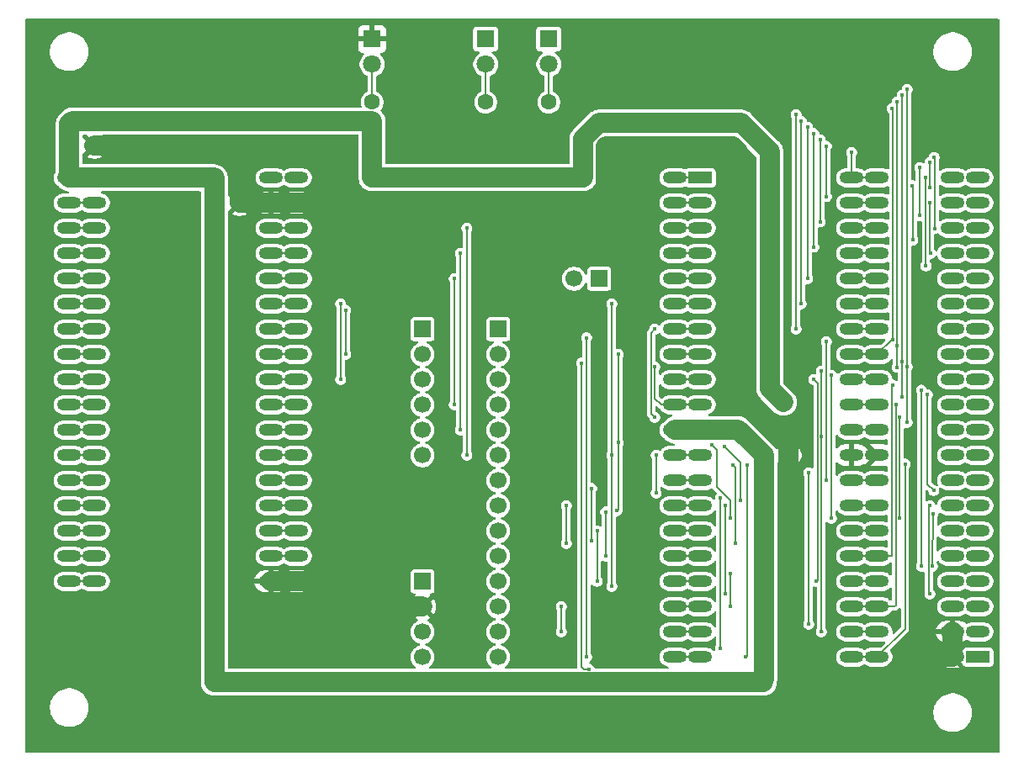
<source format=gbl>
G04 #@! TF.GenerationSoftware,KiCad,Pcbnew,9.0.2*
G04 #@! TF.CreationDate,2026-02-09T22:21:52+09:00*
G04 #@! TF.ProjectId,EMUZ80_RP2040,454d555a-3830-45f5-9250-323034302e6b,Rev001*
G04 #@! TF.SameCoordinates,Original*
G04 #@! TF.FileFunction,Copper,L2,Bot*
G04 #@! TF.FilePolarity,Positive*
%FSLAX46Y46*%
G04 Gerber Fmt 4.6, Leading zero omitted, Abs format (unit mm)*
G04 Created by KiCad (PCBNEW 9.0.2) date 2026-02-09 22:21:52*
%MOMM*%
%LPD*%
G01*
G04 APERTURE LIST*
G04 Aperture macros list*
%AMRoundRect*
0 Rectangle with rounded corners*
0 $1 Rounding radius*
0 $2 $3 $4 $5 $6 $7 $8 $9 X,Y pos of 4 corners*
0 Add a 4 corners polygon primitive as box body*
4,1,4,$2,$3,$4,$5,$6,$7,$8,$9,$2,$3,0*
0 Add four circle primitives for the rounded corners*
1,1,$1+$1,$2,$3*
1,1,$1+$1,$4,$5*
1,1,$1+$1,$6,$7*
1,1,$1+$1,$8,$9*
0 Add four rect primitives between the rounded corners*
20,1,$1+$1,$2,$3,$4,$5,0*
20,1,$1+$1,$4,$5,$6,$7,0*
20,1,$1+$1,$6,$7,$8,$9,0*
20,1,$1+$1,$8,$9,$2,$3,0*%
G04 Aperture macros list end*
G04 #@! TA.AperFunction,ComponentPad*
%ADD10R,1.800000X1.800000*%
G04 #@! TD*
G04 #@! TA.AperFunction,ComponentPad*
%ADD11C,1.800000*%
G04 #@! TD*
G04 #@! TA.AperFunction,ComponentPad*
%ADD12R,1.700000X1.700000*%
G04 #@! TD*
G04 #@! TA.AperFunction,ComponentPad*
%ADD13C,1.700000*%
G04 #@! TD*
G04 #@! TA.AperFunction,ComponentPad*
%ADD14C,1.600000*%
G04 #@! TD*
G04 #@! TA.AperFunction,ComponentPad*
%ADD15R,2.400000X1.200000*%
G04 #@! TD*
G04 #@! TA.AperFunction,ComponentPad*
%ADD16O,2.400000X1.200000*%
G04 #@! TD*
G04 #@! TA.AperFunction,ComponentPad*
%ADD17RoundRect,0.250000X-0.550000X0.550000X-0.550000X-0.550000X0.550000X-0.550000X0.550000X0.550000X0*%
G04 #@! TD*
G04 #@! TA.AperFunction,ViaPad*
%ADD18C,1.270000*%
G04 #@! TD*
G04 #@! TA.AperFunction,ViaPad*
%ADD19C,0.400000*%
G04 #@! TD*
G04 #@! TA.AperFunction,Conductor*
%ADD20C,2.000000*%
G04 #@! TD*
G04 #@! TA.AperFunction,Conductor*
%ADD21C,0.127000*%
G04 #@! TD*
G04 #@! TA.AperFunction,Conductor*
%ADD22C,1.270000*%
G04 #@! TD*
G04 APERTURE END LIST*
D10*
X150375000Y-69880000D03*
D11*
X150375000Y-72420000D03*
D12*
X144025000Y-99090000D03*
D13*
X144025000Y-101630000D03*
X144025000Y-104170000D03*
X144025000Y-106710000D03*
X144025000Y-109250000D03*
X144025000Y-111790000D03*
D14*
X138945000Y-83850000D03*
X138945000Y-76230000D03*
D10*
X156725000Y-69880000D03*
D11*
X156725000Y-72420000D03*
D15*
X199905000Y-132110000D03*
D16*
X197365000Y-132110000D03*
X199905000Y-129570000D03*
X197365000Y-129570000D03*
X199905000Y-127030000D03*
X197365000Y-127030000D03*
X199905000Y-124490000D03*
X197365000Y-124490000D03*
X199905000Y-121950000D03*
X197365000Y-121950000D03*
X199905000Y-119410000D03*
X197365000Y-119410000D03*
X199905000Y-116870000D03*
X197365000Y-116870000D03*
X199905000Y-114330000D03*
X197365000Y-114330000D03*
X199905000Y-111790000D03*
X197365000Y-111790000D03*
X199905000Y-109250000D03*
X197365000Y-109250000D03*
X199905000Y-106710000D03*
X197365000Y-106710000D03*
X199905000Y-104170000D03*
X197365000Y-104170000D03*
X199905000Y-101630000D03*
X197365000Y-101630000D03*
X199905000Y-99090000D03*
X197365000Y-99090000D03*
X199905000Y-96550000D03*
X197365000Y-96550000D03*
X199905000Y-94010000D03*
X197365000Y-94010000D03*
X199905000Y-91470000D03*
X197365000Y-91470000D03*
X199905000Y-88930000D03*
X197365000Y-88930000D03*
X199905000Y-86390000D03*
X197365000Y-86390000D03*
X199905000Y-83850000D03*
X197365000Y-83850000D03*
D14*
X150375000Y-83850000D03*
X150375000Y-76230000D03*
D12*
X161805000Y-94010000D03*
D13*
X159265000Y-94010000D03*
D14*
X123110000Y-86390000D03*
X125610000Y-86390000D03*
D16*
X169425000Y-83850000D03*
D15*
X171965000Y-83850000D03*
D16*
X169425000Y-86390000D03*
X171965000Y-86390000D03*
X169425000Y-88930000D03*
X171965000Y-88930000D03*
X169425000Y-91470000D03*
X171965000Y-91470000D03*
X169425000Y-94010000D03*
X171965000Y-94010000D03*
X169425000Y-96550000D03*
X171965000Y-96550000D03*
X169425000Y-99090000D03*
X171965000Y-99090000D03*
X169425000Y-101630000D03*
X171965000Y-101630000D03*
X169425000Y-104170000D03*
X171965000Y-104170000D03*
X169425000Y-106710000D03*
X171965000Y-106710000D03*
X169425000Y-109250000D03*
X171965000Y-109250000D03*
X169425000Y-111790000D03*
X171965000Y-111790000D03*
X169425000Y-114330000D03*
X171965000Y-114330000D03*
X169425000Y-116870000D03*
X171965000Y-116870000D03*
X169425000Y-119410000D03*
X171965000Y-119410000D03*
X169425000Y-121950000D03*
X171965000Y-121950000D03*
X169425000Y-124490000D03*
X171965000Y-124490000D03*
X169425000Y-127030000D03*
X171965000Y-127030000D03*
X169425000Y-129570000D03*
X171965000Y-129570000D03*
X169425000Y-132110000D03*
X171965000Y-132110000D03*
X187205000Y-132110000D03*
X189745000Y-132110000D03*
X187205000Y-129570000D03*
X189745000Y-129570000D03*
X187205000Y-127030000D03*
X189745000Y-127030000D03*
X187205000Y-124490000D03*
X189745000Y-124490000D03*
X187205000Y-121950000D03*
X189745000Y-121950000D03*
X187205000Y-119410000D03*
X189745000Y-119410000D03*
X187205000Y-116870000D03*
X189745000Y-116870000D03*
X187205000Y-114330000D03*
X189745000Y-114330000D03*
X187205000Y-111790000D03*
X189745000Y-111790000D03*
X187205000Y-109250000D03*
X189745000Y-109250000D03*
X187205000Y-106710000D03*
X189745000Y-106710000D03*
X187205000Y-104170000D03*
X189745000Y-104170000D03*
X187205000Y-101630000D03*
X189745000Y-101630000D03*
X187205000Y-99090000D03*
X189745000Y-99090000D03*
X187205000Y-96550000D03*
X189745000Y-96540000D03*
X187205000Y-94010000D03*
X189745000Y-94020000D03*
X187205000Y-91470000D03*
X189745000Y-91470000D03*
X187205000Y-88930000D03*
X189745000Y-88930000D03*
X187205000Y-86390000D03*
X189745000Y-86390000D03*
X187205000Y-83850000D03*
X189745000Y-83850000D03*
D14*
X178355000Y-111790000D03*
X180855000Y-111790000D03*
D12*
X151645000Y-99090000D03*
D13*
X151645000Y-101630000D03*
X151645000Y-104170000D03*
X151645000Y-106710000D03*
X151645000Y-109250000D03*
X151645000Y-111790000D03*
X151645000Y-114330000D03*
X151645000Y-116870000D03*
X151645000Y-119410000D03*
X151645000Y-121950000D03*
X151645000Y-124490000D03*
X151645000Y-127030000D03*
X151645000Y-129570000D03*
X151645000Y-132110000D03*
D12*
X144025000Y-124490000D03*
D13*
X144025000Y-127030000D03*
X144025000Y-129570000D03*
X144025000Y-132110000D03*
D16*
X108465000Y-83850000D03*
D15*
X111005000Y-83850000D03*
D16*
X108465000Y-86390000D03*
X111005000Y-86390000D03*
X108465000Y-88930000D03*
X111005000Y-88930000D03*
X108465000Y-91470000D03*
X111005000Y-91470000D03*
X108465000Y-94010000D03*
X111005000Y-94010000D03*
X108465000Y-96550000D03*
X111005000Y-96550000D03*
X108465000Y-99090000D03*
X111005000Y-99090000D03*
X108465000Y-101630000D03*
X111005000Y-101630000D03*
X108465000Y-104170000D03*
X111005000Y-104170000D03*
X108465000Y-106710000D03*
X111005000Y-106710000D03*
X108465000Y-109250000D03*
X111005000Y-109250000D03*
X108465000Y-111790000D03*
X111005000Y-111790000D03*
X108465000Y-114330000D03*
X111005000Y-114330000D03*
X108465000Y-116870000D03*
X111005000Y-116870000D03*
X108465000Y-119410000D03*
X111005000Y-119410000D03*
X108465000Y-121950000D03*
X111005000Y-121950000D03*
X108465000Y-124490000D03*
X111005000Y-124490000D03*
X128785000Y-124490000D03*
X131325000Y-124490000D03*
X128785000Y-121950000D03*
X131325000Y-121950000D03*
X128785000Y-119410000D03*
X131325000Y-119410000D03*
X128785000Y-116870000D03*
X131325000Y-116870000D03*
X128785000Y-114330000D03*
X131325000Y-114330000D03*
X128785000Y-111790000D03*
X131325000Y-111790000D03*
X128785000Y-109250000D03*
X131325000Y-109250000D03*
X128785000Y-106710000D03*
X131325000Y-106710000D03*
X128785000Y-104170000D03*
X131325000Y-104170000D03*
X128785000Y-101630000D03*
X131325000Y-101630000D03*
X128785000Y-99090000D03*
X131325000Y-99090000D03*
X128785000Y-96550000D03*
X131325000Y-96540000D03*
X128785000Y-94010000D03*
X131325000Y-94020000D03*
X128785000Y-91470000D03*
X131325000Y-91470000D03*
X128785000Y-88930000D03*
X131325000Y-88930000D03*
X128785000Y-86390000D03*
X131325000Y-86390000D03*
X128785000Y-83850000D03*
X131325000Y-83850000D03*
D14*
X156725000Y-83850000D03*
X156725000Y-76230000D03*
D10*
X138945000Y-69880000D03*
D11*
X138945000Y-72420000D03*
D17*
X111005000Y-78135000D03*
D14*
X111005000Y-80635000D03*
D18*
X176493500Y-109928500D03*
X123070000Y-134650000D03*
X178315000Y-134650000D03*
X180347000Y-106456000D03*
X147835000Y-134650000D03*
D19*
X136278000Y-101630000D03*
X136278000Y-97185000D03*
X148470000Y-88930000D03*
X148470000Y-111790000D03*
X147200000Y-106710000D03*
X147200000Y-94020000D03*
X147835000Y-109250000D03*
X147835000Y-91470000D03*
X135770000Y-96540000D03*
X135770000Y-104170000D03*
X157995000Y-127030000D03*
X157995000Y-129570000D03*
X173997000Y-131260000D03*
X173997000Y-116108000D03*
X163075000Y-124998000D03*
X163075000Y-96550000D03*
X163075000Y-111790000D03*
X174505000Y-125760000D03*
X195079000Y-125760000D03*
X174505000Y-116870000D03*
X195079000Y-116870000D03*
X162440000Y-121950000D03*
X194215400Y-105236800D03*
X194215400Y-122966000D03*
X162440000Y-117505000D03*
X192564400Y-112679000D03*
X160789000Y-133323000D03*
X160027000Y-102493600D03*
X161576400Y-124490000D03*
X161576400Y-119410000D03*
X160535000Y-99953600D03*
X176664000Y-112806000D03*
X160535000Y-132110000D03*
X176537000Y-132110000D03*
X183395000Y-104170000D03*
X183639500Y-124490000D03*
X161043000Y-120426000D03*
X191319800Y-104728800D03*
X161043000Y-115121500D03*
X175013000Y-127030000D03*
X175013000Y-123698500D03*
X191650000Y-106710000D03*
X182887000Y-128778500D03*
X182887000Y-113568000D03*
X184157000Y-109885000D03*
X184157000Y-103331800D03*
X184157000Y-129570000D03*
X173108000Y-110774000D03*
X192050000Y-107980000D03*
X192050000Y-118140000D03*
X175013000Y-118140000D03*
X194672600Y-83850000D03*
X194672600Y-92740000D03*
X158503000Y-116870000D03*
X195333000Y-122966000D03*
X195383800Y-117682800D03*
X158503000Y-120680000D03*
X182760000Y-78770000D03*
X182760000Y-94010000D03*
X176029000Y-116363000D03*
X167393000Y-99090000D03*
X174378000Y-110901000D03*
X167393000Y-107980000D03*
X183395000Y-79405000D03*
X183395000Y-90835000D03*
X194825000Y-105694000D03*
X195450500Y-115346000D03*
X167393000Y-102900000D03*
X195079000Y-82326000D03*
X195079000Y-84846000D03*
X195536200Y-88980800D03*
X195510800Y-81818000D03*
X194063000Y-87660000D03*
X194063000Y-82834000D03*
X182125000Y-78135000D03*
X182125000Y-96550000D03*
X191777000Y-102925400D03*
X191777000Y-76230000D03*
X191777000Y-100715600D03*
X184030000Y-88295000D03*
X184030000Y-80040000D03*
X193351800Y-90123800D03*
X187205000Y-81310000D03*
X193301000Y-84641500D03*
X181617000Y-99090000D03*
X181617000Y-77500000D03*
X185173000Y-118140000D03*
X185173000Y-103738200D03*
X191370600Y-100145782D03*
X191269000Y-76865000D03*
X175521000Y-120680000D03*
X175267000Y-112806000D03*
X167520000Y-111790000D03*
X167520000Y-115600000D03*
X192793000Y-102900000D03*
X192793000Y-74960000D03*
X192793000Y-108488000D03*
X192285000Y-105948000D03*
X192285000Y-75549420D03*
X192295500Y-102392000D03*
X184665000Y-80675000D03*
X195115497Y-91470000D03*
X195079000Y-86390000D03*
X184665000Y-85755000D03*
X184665000Y-114330000D03*
X184665000Y-100360000D03*
X163583000Y-117378000D03*
X163710000Y-101630000D03*
X163710000Y-110520000D03*
D20*
X192539000Y-132618000D02*
X190507000Y-134650000D01*
X111005000Y-80635000D02*
X125646200Y-80635000D01*
X125610000Y-86390000D02*
X138945000Y-86390000D01*
X162440000Y-80675000D02*
X162440000Y-86390000D01*
X128785000Y-124490000D02*
X138945000Y-124490000D01*
X125646200Y-80635000D02*
X125660800Y-80649600D01*
X125660800Y-80649600D02*
X125610000Y-80700400D01*
X175775000Y-105440000D02*
X175775000Y-81183000D01*
X180855000Y-111790000D02*
X180855000Y-110520000D01*
X138945000Y-86390000D02*
X162440000Y-86390000D01*
X192539000Y-132110000D02*
X192539000Y-132618000D01*
X197365000Y-132110000D02*
X192539000Y-132110000D01*
X138945000Y-124490000D02*
X138945000Y-127030000D01*
X197365000Y-132110000D02*
X197365000Y-129570000D01*
D21*
X128785000Y-124490000D02*
X131325000Y-124490000D01*
D20*
X180855000Y-111790000D02*
X180855000Y-134650000D01*
X138945000Y-127030000D02*
X144025000Y-127030000D01*
X125610000Y-80700400D02*
X125610000Y-86390000D01*
X175775000Y-81183000D02*
X175267000Y-80675000D01*
X175267000Y-80675000D02*
X162440000Y-80675000D01*
X138945000Y-86390000D02*
X138945000Y-124490000D01*
X180855000Y-134650000D02*
X190507000Y-134650000D01*
D22*
X125610000Y-86390000D02*
X131325000Y-86390000D01*
D20*
X180855000Y-110520000D02*
X175775000Y-105440000D01*
X175766500Y-109201500D02*
X169473500Y-109201500D01*
X178355000Y-134356000D02*
X178355000Y-131963000D01*
D21*
X178315000Y-132003000D02*
X178315000Y-134650000D01*
D20*
X123070000Y-134650000D02*
X155709000Y-134650000D01*
X180347000Y-106456000D02*
X178950000Y-105059000D01*
X111005000Y-78135000D02*
X111028000Y-78158000D01*
X123110000Y-86390000D02*
X123110000Y-134610000D01*
X178355000Y-129570000D02*
X178355000Y-111790000D01*
X123070000Y-86350000D02*
X123110000Y-86390000D01*
X161756446Y-78349108D02*
X160154000Y-79951554D01*
X178950000Y-105059000D02*
X178950000Y-81183000D01*
X178315000Y-134650000D02*
X156217000Y-134650000D01*
D21*
X178355000Y-131963000D02*
X178315000Y-132003000D01*
D20*
X176493500Y-109928500D02*
X178355000Y-111790000D01*
X178950000Y-81183000D02*
X176116108Y-78349108D01*
X176493500Y-109928500D02*
X175766500Y-109201500D01*
X111028000Y-78158000D02*
X138945000Y-78158000D01*
X138945000Y-78158000D02*
X138945000Y-83850000D01*
X160154000Y-83850000D02*
X138945000Y-83850000D01*
X176116108Y-78349108D02*
X161756446Y-78349108D01*
X169473500Y-109201500D02*
X169425000Y-109250000D01*
X178355000Y-131963000D02*
X178355000Y-129570000D01*
X108465000Y-83850000D02*
X123070000Y-83850000D01*
X108769800Y-78135000D02*
X108465000Y-78439800D01*
X156217000Y-134650000D02*
X155963000Y-134650000D01*
X123110000Y-134610000D02*
X123070000Y-134650000D01*
X160154000Y-79951554D02*
X160154000Y-83850000D01*
D21*
X156217000Y-134650000D02*
X155963000Y-134396000D01*
D20*
X111005000Y-78135000D02*
X108769800Y-78135000D01*
X123070000Y-83850000D02*
X123070000Y-86350000D01*
X108465000Y-78439800D02*
X108465000Y-83850000D01*
D21*
X156725000Y-72420000D02*
X156725000Y-76230000D01*
X150375000Y-72420000D02*
X150375000Y-76230000D01*
X136278000Y-101630000D02*
X136278000Y-97185000D01*
X128785000Y-99090000D02*
X131325000Y-99090000D01*
X128785000Y-88930000D02*
X131325000Y-88930000D01*
X148470000Y-88930000D02*
X148470000Y-111790000D01*
X128785000Y-101630000D02*
X131325000Y-101630000D01*
X147200000Y-94020000D02*
X147200000Y-106710000D01*
X128785000Y-94010000D02*
X131315000Y-94010000D01*
X131315000Y-94010000D02*
X131325000Y-94020000D01*
X147835000Y-91470000D02*
X147835000Y-109250000D01*
X128785000Y-91470000D02*
X131325000Y-91470000D01*
X131315000Y-96550000D02*
X131325000Y-96540000D01*
X135770000Y-104170000D02*
X135770000Y-96540000D01*
X128785000Y-96550000D02*
X131315000Y-96550000D01*
X169425000Y-127030000D02*
X171965000Y-127030000D01*
X157995000Y-127030000D02*
X157995000Y-129570000D01*
X173997000Y-131260000D02*
X173997000Y-116108000D01*
X187205000Y-114330000D02*
X189745000Y-114330000D01*
X169425000Y-96550000D02*
X171965000Y-96550000D01*
X163075000Y-111790000D02*
X163075000Y-96550000D01*
X163075000Y-111790000D02*
X163075000Y-124998000D01*
X187205000Y-116870000D02*
X189745000Y-116870000D01*
X174505000Y-116870000D02*
X174505000Y-125760000D01*
X195079000Y-116870000D02*
X194941500Y-117007500D01*
X194941500Y-125622500D02*
X195079000Y-125760000D01*
X194941500Y-117007500D02*
X194941500Y-125622500D01*
X194215400Y-122966000D02*
X194215400Y-105236800D01*
X162440000Y-117505000D02*
X162440000Y-121950000D01*
X169425000Y-121950000D02*
X171965000Y-121950000D01*
X160027000Y-102493600D02*
X160027000Y-133126000D01*
X160027000Y-133126000D02*
X160281000Y-133380000D01*
X192564400Y-129290600D02*
X192564400Y-112679000D01*
X160281000Y-133380000D02*
X160732000Y-133380000D01*
X160732000Y-133380000D02*
X160789000Y-133323000D01*
X187205000Y-132110000D02*
X189745000Y-132110000D01*
X189745000Y-132110000D02*
X192564400Y-129290600D01*
X169425000Y-124490000D02*
X171965000Y-124490000D01*
X161576400Y-119410000D02*
X161576400Y-124490000D01*
X160535000Y-132110000D02*
X160535000Y-99953600D01*
X176664000Y-131983000D02*
X176537000Y-132110000D01*
X169425000Y-132110000D02*
X171965000Y-132110000D01*
X176664000Y-112806000D02*
X176664000Y-131983000D01*
X183639500Y-124490000D02*
X183765500Y-124364000D01*
X183776000Y-105059000D02*
X183776000Y-104551000D01*
X187205000Y-124490000D02*
X189745000Y-124490000D01*
X183765500Y-124364000D02*
X183765500Y-105069500D01*
X183776000Y-104551000D02*
X183395000Y-104170000D01*
X183765500Y-105069500D02*
X183776000Y-105059000D01*
X191218200Y-121950000D02*
X189745000Y-121950000D01*
X191319800Y-104728800D02*
X191218200Y-104830400D01*
X191218200Y-104830400D02*
X191218200Y-121950000D01*
X161043000Y-120426000D02*
X161043000Y-115121500D01*
X187205000Y-121950000D02*
X189745000Y-121950000D01*
X191650000Y-106710000D02*
X191659500Y-126893500D01*
X191659500Y-126893500D02*
X191523000Y-127030000D01*
X175013000Y-127030000D02*
X175013000Y-123698500D01*
X187205000Y-127030000D02*
X189745000Y-127030000D01*
X191523000Y-127030000D02*
X189745000Y-127030000D01*
X182887000Y-113568000D02*
X182887000Y-128778500D01*
X169425000Y-129570000D02*
X171965000Y-129570000D01*
X187205000Y-129570000D02*
X189745000Y-129570000D01*
X184157000Y-129570000D02*
X184284000Y-129570000D01*
X184157000Y-129443000D02*
X184157000Y-109885000D01*
X184157000Y-103331800D02*
X184157000Y-109885000D01*
X184284000Y-129570000D02*
X184157000Y-129443000D01*
X175013000Y-118140000D02*
X175013000Y-116362000D01*
X175013000Y-116362000D02*
X173616000Y-114965000D01*
X173616000Y-111282000D02*
X173616000Y-111409000D01*
X173616000Y-114965000D02*
X173616000Y-111409000D01*
X173108000Y-110774000D02*
X173616000Y-111282000D01*
X187205000Y-119410000D02*
X189745000Y-119410000D01*
X192050000Y-107980000D02*
X192050000Y-118140000D01*
X169425000Y-94010000D02*
X171965000Y-94010000D01*
X194672600Y-92740000D02*
X194672600Y-83850000D01*
X108465000Y-124490000D02*
X111005000Y-124490000D01*
X128785000Y-121950000D02*
X131325000Y-121950000D01*
X195383800Y-117682800D02*
X195333000Y-122966000D01*
X169425000Y-116870000D02*
X171965000Y-116870000D01*
X158503000Y-120680000D02*
X158503000Y-116870000D01*
X189735000Y-94010000D02*
X189745000Y-94020000D01*
X182760000Y-94010000D02*
X182760000Y-78770000D01*
X187205000Y-94010000D02*
X189735000Y-94010000D01*
X108465000Y-101630000D02*
X111005000Y-101630000D01*
X128785000Y-111790000D02*
X131325000Y-111790000D01*
X167001500Y-99481500D02*
X167001500Y-107588500D01*
X169425000Y-99090000D02*
X171965000Y-99090000D01*
X167001500Y-107588500D02*
X167393000Y-107980000D01*
X174378000Y-110901000D02*
X176029000Y-112552000D01*
X176029000Y-112552000D02*
X176029000Y-116363000D01*
X167393000Y-99090000D02*
X167001500Y-99481500D01*
X169425000Y-119410000D02*
X171965000Y-119410000D01*
X128785000Y-119410000D02*
X131325000Y-119410000D01*
X108465000Y-104170000D02*
X111005000Y-104170000D01*
X189745000Y-91470000D02*
X190507000Y-91470000D01*
X187205000Y-91470000D02*
X189745000Y-91470000D01*
X183395000Y-90835000D02*
X183395000Y-79405000D01*
X169425000Y-106710000D02*
X171965000Y-106710000D01*
X194825000Y-114720500D02*
X195450500Y-115346000D01*
X194825000Y-107472000D02*
X194825000Y-114720500D01*
X128785000Y-106710000D02*
X131325000Y-106710000D01*
X194825000Y-105694000D02*
X194825000Y-107472000D01*
X168028000Y-106710000D02*
X169425000Y-106710000D01*
X167393000Y-102900000D02*
X167393000Y-106075000D01*
X167393000Y-106075000D02*
X168028000Y-106710000D01*
X108465000Y-116870000D02*
X111005000Y-116870000D01*
X169425000Y-86390000D02*
X171965000Y-86390000D01*
X195079000Y-82326000D02*
X195079000Y-84846000D01*
X195536200Y-81843400D02*
X195510800Y-81818000D01*
X108465000Y-114330000D02*
X111005000Y-114330000D01*
X169425000Y-83850000D02*
X171965000Y-83850000D01*
X195536200Y-88980800D02*
X195536200Y-81843400D01*
X169425000Y-91470000D02*
X171965000Y-91470000D01*
X108465000Y-121950000D02*
X111005000Y-121950000D01*
X194063000Y-87660000D02*
X194063000Y-82834000D01*
X187205000Y-96550000D02*
X189735000Y-96550000D01*
X189735000Y-96550000D02*
X189745000Y-96540000D01*
X189755000Y-96550000D02*
X189745000Y-96540000D01*
X182125000Y-78135000D02*
X182125000Y-96550000D01*
X108465000Y-99090000D02*
X111005000Y-99090000D01*
X191777000Y-76230000D02*
X191777000Y-100715600D01*
X191777000Y-102925400D02*
X191777000Y-100715600D01*
X108465000Y-91470000D02*
X111005000Y-91470000D01*
X187205000Y-104170000D02*
X189745000Y-104170000D01*
X169425000Y-88930000D02*
X171965000Y-88930000D01*
X108465000Y-119410000D02*
X111005000Y-119410000D01*
X187205000Y-88930000D02*
X189745000Y-88930000D01*
X184030000Y-88295000D02*
X184030000Y-80040000D01*
X108465000Y-106710000D02*
X111005000Y-106710000D01*
X108465000Y-111790000D02*
X111005000Y-111790000D01*
X193351800Y-90123800D02*
X193351800Y-84692300D01*
X193351800Y-84692300D02*
X193301000Y-84641500D01*
X187205000Y-81310000D02*
X187205000Y-83850000D01*
X187205000Y-83850000D02*
X189745000Y-83850000D01*
X108465000Y-96550000D02*
X111005000Y-96550000D01*
X181617000Y-77500000D02*
X181617000Y-99090000D01*
X187205000Y-99090000D02*
X189745000Y-99090000D01*
X169425000Y-104170000D02*
X171965000Y-104170000D01*
X128785000Y-109250000D02*
X131325000Y-109250000D01*
X185173000Y-103738200D02*
X185173000Y-118140000D01*
X108465000Y-94010000D02*
X111005000Y-94010000D01*
X187205000Y-101630000D02*
X189745000Y-101630000D01*
X191229218Y-100145782D02*
X189745000Y-101630000D01*
X191370600Y-100145782D02*
X191229218Y-100145782D01*
X191370600Y-76966600D02*
X191269000Y-76865000D01*
X191370600Y-100145782D02*
X191370600Y-76966600D01*
X175267000Y-112806000D02*
X175521000Y-113060000D01*
X171965000Y-111790000D02*
X169425000Y-111790000D01*
X167520000Y-115600000D02*
X167520000Y-111790000D01*
X175521000Y-113060000D02*
X175521000Y-120680000D01*
X128785000Y-116870000D02*
X131325000Y-116870000D01*
X192793000Y-74960000D02*
X192793000Y-108488000D01*
X189745000Y-109250000D02*
X187205000Y-109250000D01*
X108465000Y-86390000D02*
X111005000Y-86390000D01*
X138945000Y-72420000D02*
X138945000Y-76230000D01*
X192295500Y-105937500D02*
X192285000Y-105948000D01*
X192285000Y-101630000D02*
X192295500Y-101640500D01*
X192295500Y-102392000D02*
X192295500Y-105937500D01*
X192295500Y-101640500D02*
X192295500Y-102392000D01*
X187205000Y-106710000D02*
X189745000Y-106710000D01*
X192285000Y-75549420D02*
X192285000Y-101630000D01*
X108465000Y-88930000D02*
X111005000Y-88930000D01*
X108465000Y-109250000D02*
X111005000Y-109250000D01*
X195079000Y-86390000D02*
X195079000Y-91433503D01*
X187205000Y-86390000D02*
X189745000Y-86390000D01*
X195079000Y-91433503D02*
X195115497Y-91470000D01*
X184665000Y-85755000D02*
X184665000Y-80675000D01*
X184665000Y-100360000D02*
X184665000Y-114330000D01*
X169425000Y-114330000D02*
X171965000Y-114330000D01*
X128785000Y-104170000D02*
X131325000Y-104170000D01*
X169425000Y-101630000D02*
X171965000Y-101630000D01*
X163710000Y-117251000D02*
X163583000Y-117378000D01*
X128785000Y-114330000D02*
X131325000Y-114330000D01*
X163710000Y-110520000D02*
X163710000Y-101630000D01*
X163710000Y-110520000D02*
X163710000Y-117251000D01*
G04 #@! TA.AperFunction,Conductor*
G36*
X110224730Y-79505185D02*
G01*
X110245372Y-79521819D01*
X110958554Y-80235000D01*
X110952339Y-80235000D01*
X110850606Y-80262259D01*
X110759394Y-80314920D01*
X110684920Y-80389394D01*
X110632259Y-80480606D01*
X110605000Y-80582339D01*
X110605000Y-80588553D01*
X109922661Y-79906214D01*
X109921853Y-79906331D01*
X109902100Y-79897310D01*
X109880850Y-79892846D01*
X109870946Y-79883082D01*
X109858297Y-79877306D01*
X109846557Y-79859038D01*
X109831094Y-79843794D01*
X109827267Y-79829023D01*
X109820523Y-79818528D01*
X109815500Y-79783593D01*
X109815500Y-79609500D01*
X109835185Y-79542461D01*
X109887989Y-79496706D01*
X109939500Y-79485500D01*
X110157691Y-79485500D01*
X110224730Y-79505185D01*
G37*
G04 #@! TD.AperFunction*
G04 #@! TA.AperFunction,Conductor*
G36*
X189345000Y-111842661D02*
G01*
X189372259Y-111944394D01*
X189424920Y-112035606D01*
X189499394Y-112110080D01*
X189590606Y-112162741D01*
X189692339Y-112190000D01*
X189698550Y-112190000D01*
X189006737Y-112881812D01*
X189006738Y-112881813D01*
X189058429Y-112890000D01*
X190431571Y-112890000D01*
X190602585Y-112862913D01*
X190602591Y-112862912D01*
X190641880Y-112850146D01*
X190711721Y-112848149D01*
X190771554Y-112884229D01*
X190802383Y-112946929D01*
X190804200Y-112968076D01*
X190804200Y-113305813D01*
X190784515Y-113372852D01*
X190731711Y-113418607D01*
X190662553Y-113428551D01*
X190632752Y-113420376D01*
X190622254Y-113416028D01*
X190622252Y-113416027D01*
X190622251Y-113416027D01*
X190622248Y-113416026D01*
X190622243Y-113416025D01*
X190438620Y-113379500D01*
X190438616Y-113379500D01*
X189051384Y-113379500D01*
X189051379Y-113379500D01*
X188867756Y-113416025D01*
X188867748Y-113416027D01*
X188694771Y-113487676D01*
X188694762Y-113487681D01*
X188543891Y-113588491D01*
X188477213Y-113609369D01*
X188409833Y-113590884D01*
X188406109Y-113588491D01*
X188255237Y-113487681D01*
X188255228Y-113487676D01*
X188082251Y-113416027D01*
X188082243Y-113416025D01*
X187898620Y-113379500D01*
X187898616Y-113379500D01*
X186511384Y-113379500D01*
X186511379Y-113379500D01*
X186327756Y-113416025D01*
X186327748Y-113416027D01*
X186154771Y-113487676D01*
X186154762Y-113487681D01*
X185999092Y-113591697D01*
X185999088Y-113591700D01*
X185866700Y-113724088D01*
X185866697Y-113724092D01*
X185814102Y-113802806D01*
X185760489Y-113847611D01*
X185691164Y-113856318D01*
X185628137Y-113826163D01*
X185591418Y-113766720D01*
X185587000Y-113733915D01*
X185587000Y-112626997D01*
X185606685Y-112559958D01*
X185659489Y-112514203D01*
X185728647Y-112504259D01*
X185792203Y-112533284D01*
X185798681Y-112539316D01*
X185888397Y-112629032D01*
X186028475Y-112730804D01*
X186182742Y-112809408D01*
X186347415Y-112862914D01*
X186518429Y-112890000D01*
X186955000Y-112890000D01*
X186955000Y-112105686D01*
X186959394Y-112110080D01*
X187050606Y-112162741D01*
X187152339Y-112190000D01*
X187257661Y-112190000D01*
X187359394Y-112162741D01*
X187450606Y-112110080D01*
X187455000Y-112105686D01*
X187455000Y-112890000D01*
X187891571Y-112890000D01*
X188062584Y-112862914D01*
X188227257Y-112809408D01*
X188381525Y-112730803D01*
X188415349Y-112706229D01*
X188478507Y-112682929D01*
X188500228Y-112681219D01*
X189345000Y-111836447D01*
X189345000Y-111842661D01*
G37*
G04 #@! TD.AperFunction*
G04 #@! TA.AperFunction,Conductor*
G36*
X185727507Y-109723509D02*
G01*
X185728647Y-109723346D01*
X185759488Y-109737430D01*
X185790517Y-109750937D01*
X185791528Y-109752062D01*
X185792203Y-109752371D01*
X185814102Y-109777193D01*
X185866697Y-109855907D01*
X185866700Y-109855911D01*
X185999088Y-109988299D01*
X185999092Y-109988302D01*
X186154762Y-110092318D01*
X186154768Y-110092321D01*
X186154769Y-110092322D01*
X186327749Y-110163973D01*
X186511379Y-110200499D01*
X186511383Y-110200500D01*
X186511384Y-110200500D01*
X187898617Y-110200500D01*
X187898618Y-110200499D01*
X188082251Y-110163973D01*
X188255231Y-110092322D01*
X188406110Y-109991507D01*
X188472786Y-109970630D01*
X188540166Y-109989114D01*
X188543867Y-109991493D01*
X188694769Y-110092322D01*
X188867749Y-110163973D01*
X189051379Y-110200499D01*
X189051383Y-110200500D01*
X189051384Y-110200500D01*
X190438617Y-110200500D01*
X190438618Y-110200499D01*
X190622251Y-110163973D01*
X190632748Y-110159624D01*
X190702215Y-110152156D01*
X190764695Y-110183430D01*
X190800348Y-110243519D01*
X190804200Y-110274186D01*
X190804200Y-110611923D01*
X190784515Y-110678962D01*
X190731711Y-110724717D01*
X190662553Y-110734661D01*
X190641882Y-110729854D01*
X190602587Y-110717086D01*
X190431571Y-110690000D01*
X189058428Y-110690000D01*
X189006738Y-110698186D01*
X189006738Y-110698187D01*
X189698551Y-111390000D01*
X189692339Y-111390000D01*
X189590606Y-111417259D01*
X189499394Y-111469920D01*
X189424920Y-111544394D01*
X189372259Y-111635606D01*
X189345000Y-111737339D01*
X189345000Y-111743551D01*
X188500227Y-110898778D01*
X188478504Y-110897069D01*
X188415349Y-110873770D01*
X188381525Y-110849196D01*
X188381523Y-110849195D01*
X188227257Y-110770591D01*
X188062584Y-110717085D01*
X187891571Y-110690000D01*
X187455000Y-110690000D01*
X187455000Y-111474314D01*
X187450606Y-111469920D01*
X187359394Y-111417259D01*
X187257661Y-111390000D01*
X187152339Y-111390000D01*
X187050606Y-111417259D01*
X186959394Y-111469920D01*
X186955000Y-111474314D01*
X186955000Y-110690000D01*
X186518429Y-110690000D01*
X186347415Y-110717085D01*
X186182742Y-110770591D01*
X186028475Y-110849195D01*
X185888397Y-110950967D01*
X185798681Y-111040684D01*
X185737358Y-111074169D01*
X185667666Y-111069185D01*
X185611733Y-111027313D01*
X185587316Y-110961849D01*
X185587000Y-110953003D01*
X185587000Y-109846084D01*
X185596543Y-109813583D01*
X185605505Y-109780917D01*
X185606361Y-109780147D01*
X185606685Y-109779045D01*
X185632254Y-109756888D01*
X185657483Y-109734227D01*
X185658620Y-109734042D01*
X185659489Y-109733290D01*
X185693011Y-109728469D01*
X185726453Y-109723051D01*
X185727507Y-109723509D01*
G37*
G04 #@! TD.AperFunction*
G04 #@! TA.AperFunction,Conductor*
G36*
X202007039Y-67867685D02*
G01*
X202052794Y-67920489D01*
X202064000Y-67972000D01*
X202064000Y-141638000D01*
X202044315Y-141705039D01*
X201991511Y-141750794D01*
X201940000Y-141762000D01*
X104144000Y-141762000D01*
X104076961Y-141742315D01*
X104031206Y-141689511D01*
X104020000Y-141638000D01*
X104020000Y-137062149D01*
X106514500Y-137062149D01*
X106514500Y-137317850D01*
X106540457Y-137515007D01*
X106547874Y-137571340D01*
X106614050Y-137818312D01*
X106614053Y-137818322D01*
X106711894Y-138054531D01*
X106711899Y-138054542D01*
X106839734Y-138275957D01*
X106839745Y-138275973D01*
X106995388Y-138478811D01*
X106995394Y-138478818D01*
X107176181Y-138659605D01*
X107176187Y-138659610D01*
X107379035Y-138815261D01*
X107379042Y-138815265D01*
X107600457Y-138943100D01*
X107600462Y-138943102D01*
X107600465Y-138943104D01*
X107836687Y-139040950D01*
X108083660Y-139107126D01*
X108337157Y-139140500D01*
X108337164Y-139140500D01*
X108592836Y-139140500D01*
X108592843Y-139140500D01*
X108846340Y-139107126D01*
X109093313Y-139040950D01*
X109329535Y-138943104D01*
X109550965Y-138815261D01*
X109753813Y-138659610D01*
X109934610Y-138478813D01*
X110090261Y-138275965D01*
X110218104Y-138054535D01*
X110315950Y-137818313D01*
X110382126Y-137571340D01*
X110382283Y-137570149D01*
X195414500Y-137570149D01*
X195414500Y-137825850D01*
X195440457Y-138023007D01*
X195447874Y-138079340D01*
X195514050Y-138326312D01*
X195514053Y-138326322D01*
X195611894Y-138562531D01*
X195611899Y-138562542D01*
X195739734Y-138783957D01*
X195739745Y-138783973D01*
X195895388Y-138986811D01*
X195895394Y-138986818D01*
X196076181Y-139167605D01*
X196076187Y-139167610D01*
X196279035Y-139323261D01*
X196279042Y-139323265D01*
X196500457Y-139451100D01*
X196500462Y-139451102D01*
X196500465Y-139451104D01*
X196736687Y-139548950D01*
X196983660Y-139615126D01*
X197237157Y-139648500D01*
X197237164Y-139648500D01*
X197492836Y-139648500D01*
X197492843Y-139648500D01*
X197746340Y-139615126D01*
X197993313Y-139548950D01*
X198229535Y-139451104D01*
X198450965Y-139323261D01*
X198653813Y-139167610D01*
X198834610Y-138986813D01*
X198990261Y-138783965D01*
X199118104Y-138562535D01*
X199215950Y-138326313D01*
X199282126Y-138079340D01*
X199315500Y-137825843D01*
X199315500Y-137570157D01*
X199282126Y-137316660D01*
X199215950Y-137069687D01*
X199212833Y-137062163D01*
X199118105Y-136833468D01*
X199118100Y-136833457D01*
X198990265Y-136612042D01*
X198990261Y-136612035D01*
X198834610Y-136409187D01*
X198834605Y-136409181D01*
X198653818Y-136228394D01*
X198653811Y-136228388D01*
X198450973Y-136072745D01*
X198450971Y-136072743D01*
X198450965Y-136072739D01*
X198450960Y-136072736D01*
X198450957Y-136072734D01*
X198229542Y-135944899D01*
X198229531Y-135944894D01*
X197993322Y-135847053D01*
X197993315Y-135847051D01*
X197993313Y-135847050D01*
X197746340Y-135780874D01*
X197690007Y-135773457D01*
X197492850Y-135747500D01*
X197492843Y-135747500D01*
X197237157Y-135747500D01*
X197237149Y-135747500D01*
X197011826Y-135777165D01*
X196983660Y-135780874D01*
X196736687Y-135847050D01*
X196736677Y-135847053D01*
X196500468Y-135944894D01*
X196500457Y-135944899D01*
X196279042Y-136072734D01*
X196279026Y-136072745D01*
X196076188Y-136228388D01*
X196076181Y-136228394D01*
X195895394Y-136409181D01*
X195895388Y-136409188D01*
X195739745Y-136612026D01*
X195739734Y-136612042D01*
X195611899Y-136833457D01*
X195611894Y-136833468D01*
X195514053Y-137069677D01*
X195514050Y-137069687D01*
X195447874Y-137316661D01*
X195414500Y-137570149D01*
X110382283Y-137570149D01*
X110415500Y-137317843D01*
X110415500Y-137062157D01*
X110382126Y-136808660D01*
X110315950Y-136561687D01*
X110218104Y-136325465D01*
X110218102Y-136325462D01*
X110218100Y-136325457D01*
X110090265Y-136104042D01*
X110090261Y-136104035D01*
X109985299Y-135967246D01*
X109934611Y-135901188D01*
X109934605Y-135901181D01*
X109753818Y-135720394D01*
X109753811Y-135720388D01*
X109550973Y-135564745D01*
X109550971Y-135564743D01*
X109550965Y-135564739D01*
X109550960Y-135564736D01*
X109550957Y-135564734D01*
X109329542Y-135436899D01*
X109329531Y-135436894D01*
X109093322Y-135339053D01*
X109093315Y-135339051D01*
X109093313Y-135339050D01*
X108846340Y-135272874D01*
X108790007Y-135265457D01*
X108592850Y-135239500D01*
X108592843Y-135239500D01*
X108337157Y-135239500D01*
X108337149Y-135239500D01*
X108111826Y-135269165D01*
X108083660Y-135272874D01*
X107836687Y-135339050D01*
X107836677Y-135339053D01*
X107600468Y-135436894D01*
X107600457Y-135436899D01*
X107379042Y-135564734D01*
X107379026Y-135564745D01*
X107176188Y-135720388D01*
X107176181Y-135720394D01*
X106995394Y-135901181D01*
X106995388Y-135901188D01*
X106839745Y-136104026D01*
X106839734Y-136104042D01*
X106711899Y-136325457D01*
X106711894Y-136325468D01*
X106614053Y-136561677D01*
X106614050Y-136561687D01*
X106600558Y-136612042D01*
X106547874Y-136808661D01*
X106514500Y-137062149D01*
X104020000Y-137062149D01*
X104020000Y-124396379D01*
X106914500Y-124396379D01*
X106914500Y-124583620D01*
X106951025Y-124767243D01*
X106951027Y-124767251D01*
X107022676Y-124940228D01*
X107022681Y-124940237D01*
X107126697Y-125095907D01*
X107126700Y-125095911D01*
X107259088Y-125228299D01*
X107259092Y-125228302D01*
X107414762Y-125332318D01*
X107414771Y-125332323D01*
X107423689Y-125336017D01*
X107587749Y-125403973D01*
X107761385Y-125438511D01*
X107771379Y-125440499D01*
X107771383Y-125440500D01*
X107771384Y-125440500D01*
X109158617Y-125440500D01*
X109158618Y-125440499D01*
X109342251Y-125403973D01*
X109515231Y-125332322D01*
X109666110Y-125231507D01*
X109732786Y-125210630D01*
X109800166Y-125229114D01*
X109803867Y-125231493D01*
X109864603Y-125272075D01*
X109954763Y-125332318D01*
X109954771Y-125332323D01*
X109963689Y-125336017D01*
X110127749Y-125403973D01*
X110301385Y-125438511D01*
X110311379Y-125440499D01*
X110311383Y-125440500D01*
X110311384Y-125440500D01*
X111698617Y-125440500D01*
X111698618Y-125440499D01*
X111882251Y-125403973D01*
X112055231Y-125332322D01*
X112210908Y-125228302D01*
X112343302Y-125095908D01*
X112447322Y-124940231D01*
X112518973Y-124767251D01*
X112555500Y-124583616D01*
X112555500Y-124396384D01*
X112518973Y-124212749D01*
X112447322Y-124039769D01*
X112447321Y-124039768D01*
X112447318Y-124039762D01*
X112343302Y-123884092D01*
X112343299Y-123884088D01*
X112210911Y-123751700D01*
X112210907Y-123751697D01*
X112055237Y-123647681D01*
X112055228Y-123647676D01*
X111882251Y-123576027D01*
X111882243Y-123576025D01*
X111698620Y-123539500D01*
X111698616Y-123539500D01*
X110311384Y-123539500D01*
X110311379Y-123539500D01*
X110127756Y-123576025D01*
X110127748Y-123576027D01*
X109954771Y-123647676D01*
X109954762Y-123647681D01*
X109803891Y-123748491D01*
X109737213Y-123769369D01*
X109669833Y-123750884D01*
X109666109Y-123748491D01*
X109515237Y-123647681D01*
X109515228Y-123647676D01*
X109342251Y-123576027D01*
X109342243Y-123576025D01*
X109158620Y-123539500D01*
X109158616Y-123539500D01*
X107771384Y-123539500D01*
X107771379Y-123539500D01*
X107587756Y-123576025D01*
X107587748Y-123576027D01*
X107414771Y-123647676D01*
X107414762Y-123647681D01*
X107259092Y-123751697D01*
X107259088Y-123751700D01*
X107126700Y-123884088D01*
X107126697Y-123884092D01*
X107022681Y-124039762D01*
X107022676Y-124039771D01*
X106951027Y-124212748D01*
X106951025Y-124212756D01*
X106914500Y-124396379D01*
X104020000Y-124396379D01*
X104020000Y-121856379D01*
X106914500Y-121856379D01*
X106914500Y-122043620D01*
X106951025Y-122227243D01*
X106951027Y-122227251D01*
X107022676Y-122400228D01*
X107022681Y-122400237D01*
X107126697Y-122555907D01*
X107126700Y-122555911D01*
X107259088Y-122688299D01*
X107259092Y-122688302D01*
X107414762Y-122792318D01*
X107414768Y-122792321D01*
X107414769Y-122792322D01*
X107587749Y-122863973D01*
X107736318Y-122893525D01*
X107771379Y-122900499D01*
X107771383Y-122900500D01*
X107771384Y-122900500D01*
X109158617Y-122900500D01*
X109158618Y-122900499D01*
X109342251Y-122863973D01*
X109515231Y-122792322D01*
X109666110Y-122691507D01*
X109732786Y-122670630D01*
X109800166Y-122689114D01*
X109803867Y-122691493D01*
X109954769Y-122792322D01*
X110127749Y-122863973D01*
X110276318Y-122893525D01*
X110311379Y-122900499D01*
X110311383Y-122900500D01*
X110311384Y-122900500D01*
X111698617Y-122900500D01*
X111698618Y-122900499D01*
X111882251Y-122863973D01*
X112055231Y-122792322D01*
X112210908Y-122688302D01*
X112343302Y-122555908D01*
X112447322Y-122400231D01*
X112518973Y-122227251D01*
X112555500Y-122043616D01*
X112555500Y-121856384D01*
X112518973Y-121672749D01*
X112447322Y-121499769D01*
X112447321Y-121499768D01*
X112447318Y-121499762D01*
X112343302Y-121344092D01*
X112343299Y-121344088D01*
X112210911Y-121211700D01*
X112210907Y-121211697D01*
X112055237Y-121107681D01*
X112055228Y-121107676D01*
X111882251Y-121036027D01*
X111882243Y-121036025D01*
X111698620Y-120999500D01*
X111698616Y-120999500D01*
X110311384Y-120999500D01*
X110311379Y-120999500D01*
X110127756Y-121036025D01*
X110127748Y-121036027D01*
X109954771Y-121107676D01*
X109954762Y-121107681D01*
X109803891Y-121208491D01*
X109737213Y-121229369D01*
X109669833Y-121210884D01*
X109666109Y-121208491D01*
X109515237Y-121107681D01*
X109515228Y-121107676D01*
X109342251Y-121036027D01*
X109342243Y-121036025D01*
X109158620Y-120999500D01*
X109158616Y-120999500D01*
X107771384Y-120999500D01*
X107771379Y-120999500D01*
X107587756Y-121036025D01*
X107587748Y-121036027D01*
X107414771Y-121107676D01*
X107414762Y-121107681D01*
X107259092Y-121211697D01*
X107259088Y-121211700D01*
X107126700Y-121344088D01*
X107126697Y-121344092D01*
X107022681Y-121499762D01*
X107022676Y-121499771D01*
X106951027Y-121672748D01*
X106951025Y-121672756D01*
X106914500Y-121856379D01*
X104020000Y-121856379D01*
X104020000Y-119316379D01*
X106914500Y-119316379D01*
X106914500Y-119503620D01*
X106951025Y-119687243D01*
X106951027Y-119687251D01*
X107022676Y-119860228D01*
X107022681Y-119860237D01*
X107126697Y-120015907D01*
X107126700Y-120015911D01*
X107259088Y-120148299D01*
X107259092Y-120148302D01*
X107414762Y-120252318D01*
X107414768Y-120252321D01*
X107414769Y-120252322D01*
X107587749Y-120323973D01*
X107771379Y-120360499D01*
X107771383Y-120360500D01*
X107771384Y-120360500D01*
X109158617Y-120360500D01*
X109158618Y-120360499D01*
X109342251Y-120323973D01*
X109515231Y-120252322D01*
X109666110Y-120151507D01*
X109732786Y-120130630D01*
X109800166Y-120149114D01*
X109803867Y-120151493D01*
X109954769Y-120252322D01*
X110127749Y-120323973D01*
X110311379Y-120360499D01*
X110311383Y-120360500D01*
X110311384Y-120360500D01*
X111698617Y-120360500D01*
X111698618Y-120360499D01*
X111882251Y-120323973D01*
X112055231Y-120252322D01*
X112210908Y-120148302D01*
X112343302Y-120015908D01*
X112447322Y-119860231D01*
X112518973Y-119687251D01*
X112555500Y-119503616D01*
X112555500Y-119316384D01*
X112518973Y-119132749D01*
X112447322Y-118959769D01*
X112447321Y-118959768D01*
X112447318Y-118959762D01*
X112343302Y-118804092D01*
X112343299Y-118804088D01*
X112210911Y-118671700D01*
X112210907Y-118671697D01*
X112055237Y-118567681D01*
X112055228Y-118567676D01*
X111882251Y-118496027D01*
X111882243Y-118496025D01*
X111698620Y-118459500D01*
X111698616Y-118459500D01*
X110311384Y-118459500D01*
X110311379Y-118459500D01*
X110127756Y-118496025D01*
X110127748Y-118496027D01*
X109954771Y-118567676D01*
X109954762Y-118567681D01*
X109803891Y-118668491D01*
X109737213Y-118689369D01*
X109669833Y-118670884D01*
X109666109Y-118668491D01*
X109515237Y-118567681D01*
X109515228Y-118567676D01*
X109342251Y-118496027D01*
X109342243Y-118496025D01*
X109158620Y-118459500D01*
X109158616Y-118459500D01*
X107771384Y-118459500D01*
X107771379Y-118459500D01*
X107587756Y-118496025D01*
X107587748Y-118496027D01*
X107414771Y-118567676D01*
X107414762Y-118567681D01*
X107259092Y-118671697D01*
X107259088Y-118671700D01*
X107126700Y-118804088D01*
X107126697Y-118804092D01*
X107022681Y-118959762D01*
X107022676Y-118959771D01*
X106951027Y-119132748D01*
X106951025Y-119132756D01*
X106914500Y-119316379D01*
X104020000Y-119316379D01*
X104020000Y-116776379D01*
X106914500Y-116776379D01*
X106914500Y-116963620D01*
X106951025Y-117147243D01*
X106951027Y-117147251D01*
X107022676Y-117320228D01*
X107022681Y-117320237D01*
X107126697Y-117475907D01*
X107126700Y-117475911D01*
X107259088Y-117608299D01*
X107259092Y-117608302D01*
X107414762Y-117712318D01*
X107414771Y-117712323D01*
X107446209Y-117725345D01*
X107587749Y-117783973D01*
X107761385Y-117818511D01*
X107771379Y-117820499D01*
X107771383Y-117820500D01*
X107771384Y-117820500D01*
X109158617Y-117820500D01*
X109158618Y-117820499D01*
X109342251Y-117783973D01*
X109515231Y-117712322D01*
X109666110Y-117611507D01*
X109732786Y-117590630D01*
X109800166Y-117609114D01*
X109803867Y-117611493D01*
X109945800Y-117706329D01*
X109954763Y-117712318D01*
X109954771Y-117712323D01*
X109986209Y-117725345D01*
X110127749Y-117783973D01*
X110301385Y-117818511D01*
X110311379Y-117820499D01*
X110311383Y-117820500D01*
X110311384Y-117820500D01*
X111698617Y-117820500D01*
X111698618Y-117820499D01*
X111882251Y-117783973D01*
X112055231Y-117712322D01*
X112210908Y-117608302D01*
X112343302Y-117475908D01*
X112447322Y-117320231D01*
X112518973Y-117147251D01*
X112555500Y-116963616D01*
X112555500Y-116776384D01*
X112518973Y-116592749D01*
X112447322Y-116419769D01*
X112447321Y-116419768D01*
X112447318Y-116419762D01*
X112343302Y-116264092D01*
X112343299Y-116264088D01*
X112210911Y-116131700D01*
X112210907Y-116131697D01*
X112055237Y-116027681D01*
X112055228Y-116027676D01*
X111882251Y-115956027D01*
X111882243Y-115956025D01*
X111698620Y-115919500D01*
X111698616Y-115919500D01*
X110311384Y-115919500D01*
X110311379Y-115919500D01*
X110127756Y-115956025D01*
X110127748Y-115956027D01*
X109954771Y-116027676D01*
X109954762Y-116027681D01*
X109803891Y-116128491D01*
X109737213Y-116149369D01*
X109669833Y-116130884D01*
X109666109Y-116128491D01*
X109515237Y-116027681D01*
X109515228Y-116027676D01*
X109342251Y-115956027D01*
X109342243Y-115956025D01*
X109158620Y-115919500D01*
X109158616Y-115919500D01*
X107771384Y-115919500D01*
X107771379Y-115919500D01*
X107587756Y-115956025D01*
X107587748Y-115956027D01*
X107414771Y-116027676D01*
X107414762Y-116027681D01*
X107259092Y-116131697D01*
X107259088Y-116131700D01*
X107126700Y-116264088D01*
X107126697Y-116264092D01*
X107022681Y-116419762D01*
X107022676Y-116419771D01*
X106951027Y-116592748D01*
X106951025Y-116592756D01*
X106914500Y-116776379D01*
X104020000Y-116776379D01*
X104020000Y-114236379D01*
X106914500Y-114236379D01*
X106914500Y-114423620D01*
X106951025Y-114607243D01*
X106951027Y-114607251D01*
X107022676Y-114780228D01*
X107022681Y-114780237D01*
X107126697Y-114935907D01*
X107126700Y-114935911D01*
X107259088Y-115068299D01*
X107259092Y-115068302D01*
X107414762Y-115172318D01*
X107414768Y-115172321D01*
X107414769Y-115172322D01*
X107587749Y-115243973D01*
X107736318Y-115273525D01*
X107771379Y-115280499D01*
X107771383Y-115280500D01*
X107771384Y-115280500D01*
X109158617Y-115280500D01*
X109158618Y-115280499D01*
X109342251Y-115243973D01*
X109515231Y-115172322D01*
X109666110Y-115071507D01*
X109732786Y-115050630D01*
X109800166Y-115069114D01*
X109803867Y-115071493D01*
X109954769Y-115172322D01*
X110127749Y-115243973D01*
X110276318Y-115273525D01*
X110311379Y-115280499D01*
X110311383Y-115280500D01*
X110311384Y-115280500D01*
X111698617Y-115280500D01*
X111698618Y-115280499D01*
X111882251Y-115243973D01*
X112055231Y-115172322D01*
X112210908Y-115068302D01*
X112343302Y-114935908D01*
X112447322Y-114780231D01*
X112518973Y-114607251D01*
X112555500Y-114423616D01*
X112555500Y-114236384D01*
X112518973Y-114052749D01*
X112447322Y-113879769D01*
X112447321Y-113879768D01*
X112447318Y-113879762D01*
X112343302Y-113724092D01*
X112343299Y-113724088D01*
X112210911Y-113591700D01*
X112210907Y-113591697D01*
X112055237Y-113487681D01*
X112055228Y-113487676D01*
X111882251Y-113416027D01*
X111882243Y-113416025D01*
X111698620Y-113379500D01*
X111698616Y-113379500D01*
X110311384Y-113379500D01*
X110311379Y-113379500D01*
X110127756Y-113416025D01*
X110127748Y-113416027D01*
X109954771Y-113487676D01*
X109954762Y-113487681D01*
X109803891Y-113588491D01*
X109737213Y-113609369D01*
X109669833Y-113590884D01*
X109666109Y-113588491D01*
X109515237Y-113487681D01*
X109515228Y-113487676D01*
X109342251Y-113416027D01*
X109342243Y-113416025D01*
X109158620Y-113379500D01*
X109158616Y-113379500D01*
X107771384Y-113379500D01*
X107771379Y-113379500D01*
X107587756Y-113416025D01*
X107587748Y-113416027D01*
X107414771Y-113487676D01*
X107414762Y-113487681D01*
X107259092Y-113591697D01*
X107259088Y-113591700D01*
X107126700Y-113724088D01*
X107126697Y-113724092D01*
X107022681Y-113879762D01*
X107022676Y-113879771D01*
X106951027Y-114052748D01*
X106951025Y-114052756D01*
X106914500Y-114236379D01*
X104020000Y-114236379D01*
X104020000Y-111696379D01*
X106914500Y-111696379D01*
X106914500Y-111883620D01*
X106951025Y-112067243D01*
X106951027Y-112067251D01*
X107022676Y-112240228D01*
X107022681Y-112240237D01*
X107126697Y-112395907D01*
X107126700Y-112395911D01*
X107259088Y-112528299D01*
X107259092Y-112528302D01*
X107414762Y-112632318D01*
X107414771Y-112632323D01*
X107435162Y-112640769D01*
X107587749Y-112703973D01*
X107722634Y-112730803D01*
X107771379Y-112740499D01*
X107771383Y-112740500D01*
X107771384Y-112740500D01*
X109158617Y-112740500D01*
X109158618Y-112740499D01*
X109342251Y-112703973D01*
X109515231Y-112632322D01*
X109666110Y-112531507D01*
X109732786Y-112510630D01*
X109800166Y-112529114D01*
X109803867Y-112531493D01*
X109916161Y-112606525D01*
X109954763Y-112632318D01*
X109954771Y-112632323D01*
X109975162Y-112640769D01*
X110127749Y-112703973D01*
X110262634Y-112730803D01*
X110311379Y-112740499D01*
X110311383Y-112740500D01*
X110311384Y-112740500D01*
X111698617Y-112740500D01*
X111698618Y-112740499D01*
X111882251Y-112703973D01*
X112055231Y-112632322D01*
X112210908Y-112528302D01*
X112343302Y-112395908D01*
X112447322Y-112240231D01*
X112518973Y-112067251D01*
X112555500Y-111883616D01*
X112555500Y-111696384D01*
X112518973Y-111512749D01*
X112447322Y-111339769D01*
X112447321Y-111339768D01*
X112447318Y-111339762D01*
X112343302Y-111184092D01*
X112343299Y-111184088D01*
X112210911Y-111051700D01*
X112210907Y-111051697D01*
X112055237Y-110947681D01*
X112055228Y-110947676D01*
X111882251Y-110876027D01*
X111882243Y-110876025D01*
X111698620Y-110839500D01*
X111698616Y-110839500D01*
X110311384Y-110839500D01*
X110311379Y-110839500D01*
X110127756Y-110876025D01*
X110127748Y-110876027D01*
X109954771Y-110947676D01*
X109954762Y-110947681D01*
X109803891Y-111048491D01*
X109737213Y-111069369D01*
X109669833Y-111050884D01*
X109666109Y-111048491D01*
X109515237Y-110947681D01*
X109515228Y-110947676D01*
X109342251Y-110876027D01*
X109342243Y-110876025D01*
X109158620Y-110839500D01*
X109158616Y-110839500D01*
X107771384Y-110839500D01*
X107771379Y-110839500D01*
X107587756Y-110876025D01*
X107587748Y-110876027D01*
X107414771Y-110947676D01*
X107414762Y-110947681D01*
X107259092Y-111051697D01*
X107259088Y-111051700D01*
X107126700Y-111184088D01*
X107126697Y-111184092D01*
X107022681Y-111339762D01*
X107022676Y-111339771D01*
X106951027Y-111512748D01*
X106951025Y-111512756D01*
X106914500Y-111696379D01*
X104020000Y-111696379D01*
X104020000Y-109156379D01*
X106914500Y-109156379D01*
X106914500Y-109343620D01*
X106951025Y-109527243D01*
X106951027Y-109527251D01*
X107022676Y-109700228D01*
X107022681Y-109700237D01*
X107126697Y-109855907D01*
X107126700Y-109855911D01*
X107259088Y-109988299D01*
X107259092Y-109988302D01*
X107414762Y-110092318D01*
X107414768Y-110092321D01*
X107414769Y-110092322D01*
X107587749Y-110163973D01*
X107771379Y-110200499D01*
X107771383Y-110200500D01*
X107771384Y-110200500D01*
X109158617Y-110200500D01*
X109158618Y-110200499D01*
X109342251Y-110163973D01*
X109515231Y-110092322D01*
X109666110Y-109991507D01*
X109732786Y-109970630D01*
X109800166Y-109989114D01*
X109803867Y-109991493D01*
X109954769Y-110092322D01*
X110127749Y-110163973D01*
X110311379Y-110200499D01*
X110311383Y-110200500D01*
X110311384Y-110200500D01*
X111698617Y-110200500D01*
X111698618Y-110200499D01*
X111882251Y-110163973D01*
X112055231Y-110092322D01*
X112210908Y-109988302D01*
X112343302Y-109855908D01*
X112447322Y-109700231D01*
X112518973Y-109527251D01*
X112555500Y-109343616D01*
X112555500Y-109156384D01*
X112518973Y-108972749D01*
X112447322Y-108799769D01*
X112447321Y-108799768D01*
X112447318Y-108799762D01*
X112343302Y-108644092D01*
X112343299Y-108644088D01*
X112210911Y-108511700D01*
X112210907Y-108511697D01*
X112055237Y-108407681D01*
X112055228Y-108407676D01*
X111882251Y-108336027D01*
X111882243Y-108336025D01*
X111698620Y-108299500D01*
X111698616Y-108299500D01*
X110311384Y-108299500D01*
X110311379Y-108299500D01*
X110127756Y-108336025D01*
X110127748Y-108336027D01*
X109954771Y-108407676D01*
X109954762Y-108407681D01*
X109803891Y-108508491D01*
X109737213Y-108529369D01*
X109669833Y-108510884D01*
X109666109Y-108508491D01*
X109515237Y-108407681D01*
X109515228Y-108407676D01*
X109342251Y-108336027D01*
X109342243Y-108336025D01*
X109158620Y-108299500D01*
X109158616Y-108299500D01*
X107771384Y-108299500D01*
X107771379Y-108299500D01*
X107587756Y-108336025D01*
X107587748Y-108336027D01*
X107414771Y-108407676D01*
X107414762Y-108407681D01*
X107259092Y-108511697D01*
X107259088Y-108511700D01*
X107126700Y-108644088D01*
X107126697Y-108644092D01*
X107022681Y-108799762D01*
X107022676Y-108799771D01*
X106951027Y-108972748D01*
X106951025Y-108972756D01*
X106914500Y-109156379D01*
X104020000Y-109156379D01*
X104020000Y-106616379D01*
X106914500Y-106616379D01*
X106914500Y-106803620D01*
X106951025Y-106987243D01*
X106951027Y-106987251D01*
X107022676Y-107160228D01*
X107022681Y-107160237D01*
X107126697Y-107315907D01*
X107126700Y-107315911D01*
X107259088Y-107448299D01*
X107259092Y-107448302D01*
X107414762Y-107552318D01*
X107414768Y-107552321D01*
X107414769Y-107552322D01*
X107587749Y-107623973D01*
X107771379Y-107660499D01*
X107771383Y-107660500D01*
X107771384Y-107660500D01*
X109158617Y-107660500D01*
X109158618Y-107660499D01*
X109342251Y-107623973D01*
X109515231Y-107552322D01*
X109666110Y-107451507D01*
X109732786Y-107430630D01*
X109800166Y-107449114D01*
X109803867Y-107451493D01*
X109954769Y-107552322D01*
X110127749Y-107623973D01*
X110311379Y-107660499D01*
X110311383Y-107660500D01*
X110311384Y-107660500D01*
X111698617Y-107660500D01*
X111698618Y-107660499D01*
X111882251Y-107623973D01*
X112055231Y-107552322D01*
X112210908Y-107448302D01*
X112343302Y-107315908D01*
X112447322Y-107160231D01*
X112518973Y-106987251D01*
X112555500Y-106803616D01*
X112555500Y-106616384D01*
X112518973Y-106432749D01*
X112447322Y-106259769D01*
X112447321Y-106259768D01*
X112447318Y-106259762D01*
X112343302Y-106104092D01*
X112343299Y-106104088D01*
X112210911Y-105971700D01*
X112210907Y-105971697D01*
X112055237Y-105867681D01*
X112055228Y-105867676D01*
X111882251Y-105796027D01*
X111882243Y-105796025D01*
X111698620Y-105759500D01*
X111698616Y-105759500D01*
X110311384Y-105759500D01*
X110311379Y-105759500D01*
X110127756Y-105796025D01*
X110127748Y-105796027D01*
X109954771Y-105867676D01*
X109954762Y-105867681D01*
X109803891Y-105968491D01*
X109737213Y-105989369D01*
X109669833Y-105970884D01*
X109666109Y-105968491D01*
X109515237Y-105867681D01*
X109515228Y-105867676D01*
X109342251Y-105796027D01*
X109342243Y-105796025D01*
X109158620Y-105759500D01*
X109158616Y-105759500D01*
X107771384Y-105759500D01*
X107771379Y-105759500D01*
X107587756Y-105796025D01*
X107587748Y-105796027D01*
X107414771Y-105867676D01*
X107414762Y-105867681D01*
X107259092Y-105971697D01*
X107259088Y-105971700D01*
X107126700Y-106104088D01*
X107126697Y-106104092D01*
X107022681Y-106259762D01*
X107022676Y-106259771D01*
X106951027Y-106432748D01*
X106951025Y-106432756D01*
X106914500Y-106616379D01*
X104020000Y-106616379D01*
X104020000Y-104076379D01*
X106914500Y-104076379D01*
X106914500Y-104263620D01*
X106951025Y-104447243D01*
X106951027Y-104447251D01*
X107022676Y-104620228D01*
X107022681Y-104620237D01*
X107126697Y-104775907D01*
X107126700Y-104775911D01*
X107259088Y-104908299D01*
X107259092Y-104908302D01*
X107414762Y-105012318D01*
X107414771Y-105012323D01*
X107453956Y-105028554D01*
X107587749Y-105083973D01*
X107771379Y-105120499D01*
X107771383Y-105120500D01*
X107771384Y-105120500D01*
X109158617Y-105120500D01*
X109158618Y-105120499D01*
X109342251Y-105083973D01*
X109515231Y-105012322D01*
X109666110Y-104911507D01*
X109732786Y-104890630D01*
X109800166Y-104909114D01*
X109803867Y-104911493D01*
X109945800Y-105006329D01*
X109954763Y-105012318D01*
X109954771Y-105012323D01*
X109993956Y-105028554D01*
X110127749Y-105083973D01*
X110311379Y-105120499D01*
X110311383Y-105120500D01*
X110311384Y-105120500D01*
X111698617Y-105120500D01*
X111698618Y-105120499D01*
X111882251Y-105083973D01*
X112055231Y-105012322D01*
X112210908Y-104908302D01*
X112343302Y-104775908D01*
X112447322Y-104620231D01*
X112518973Y-104447251D01*
X112555500Y-104263616D01*
X112555500Y-104076384D01*
X112518973Y-103892749D01*
X112447322Y-103719769D01*
X112447321Y-103719768D01*
X112447318Y-103719762D01*
X112343302Y-103564092D01*
X112343299Y-103564088D01*
X112210911Y-103431700D01*
X112210907Y-103431697D01*
X112055237Y-103327681D01*
X112055228Y-103327676D01*
X111882251Y-103256027D01*
X111882243Y-103256025D01*
X111698620Y-103219500D01*
X111698616Y-103219500D01*
X110311384Y-103219500D01*
X110311379Y-103219500D01*
X110127756Y-103256025D01*
X110127748Y-103256027D01*
X109954771Y-103327676D01*
X109954762Y-103327681D01*
X109803891Y-103428491D01*
X109737213Y-103449369D01*
X109669833Y-103430884D01*
X109666109Y-103428491D01*
X109515237Y-103327681D01*
X109515228Y-103327676D01*
X109342251Y-103256027D01*
X109342243Y-103256025D01*
X109158620Y-103219500D01*
X109158616Y-103219500D01*
X107771384Y-103219500D01*
X107771379Y-103219500D01*
X107587756Y-103256025D01*
X107587748Y-103256027D01*
X107414771Y-103327676D01*
X107414762Y-103327681D01*
X107259092Y-103431697D01*
X107259088Y-103431700D01*
X107126700Y-103564088D01*
X107126697Y-103564092D01*
X107022681Y-103719762D01*
X107022676Y-103719771D01*
X106951027Y-103892748D01*
X106951025Y-103892756D01*
X106914500Y-104076379D01*
X104020000Y-104076379D01*
X104020000Y-101536379D01*
X106914500Y-101536379D01*
X106914500Y-101723620D01*
X106951025Y-101907243D01*
X106951027Y-101907251D01*
X107022676Y-102080228D01*
X107022681Y-102080237D01*
X107126697Y-102235907D01*
X107126700Y-102235911D01*
X107259088Y-102368299D01*
X107259092Y-102368302D01*
X107414762Y-102472318D01*
X107414768Y-102472321D01*
X107414769Y-102472322D01*
X107587749Y-102543973D01*
X107757730Y-102577784D01*
X107771379Y-102580499D01*
X107771383Y-102580500D01*
X107771384Y-102580500D01*
X109158617Y-102580500D01*
X109158618Y-102580499D01*
X109342251Y-102543973D01*
X109515231Y-102472322D01*
X109666110Y-102371507D01*
X109732786Y-102350630D01*
X109800166Y-102369114D01*
X109803867Y-102371493D01*
X109954769Y-102472322D01*
X110127749Y-102543973D01*
X110297730Y-102577784D01*
X110311379Y-102580499D01*
X110311383Y-102580500D01*
X110311384Y-102580500D01*
X111698617Y-102580500D01*
X111698618Y-102580499D01*
X111882251Y-102543973D01*
X112055231Y-102472322D01*
X112210908Y-102368302D01*
X112343302Y-102235908D01*
X112447322Y-102080231D01*
X112518973Y-101907251D01*
X112555500Y-101723616D01*
X112555500Y-101536384D01*
X112518973Y-101352749D01*
X112447322Y-101179769D01*
X112447321Y-101179768D01*
X112447318Y-101179762D01*
X112343302Y-101024092D01*
X112343299Y-101024088D01*
X112210911Y-100891700D01*
X112210907Y-100891697D01*
X112055237Y-100787681D01*
X112055228Y-100787676D01*
X111882251Y-100716027D01*
X111882243Y-100716025D01*
X111698620Y-100679500D01*
X111698616Y-100679500D01*
X110311384Y-100679500D01*
X110311379Y-100679500D01*
X110127756Y-100716025D01*
X110127748Y-100716027D01*
X109954771Y-100787676D01*
X109954762Y-100787681D01*
X109803891Y-100888491D01*
X109737213Y-100909369D01*
X109669833Y-100890884D01*
X109666109Y-100888491D01*
X109515237Y-100787681D01*
X109515228Y-100787676D01*
X109342251Y-100716027D01*
X109342243Y-100716025D01*
X109158620Y-100679500D01*
X109158616Y-100679500D01*
X107771384Y-100679500D01*
X107771379Y-100679500D01*
X107587756Y-100716025D01*
X107587748Y-100716027D01*
X107414771Y-100787676D01*
X107414762Y-100787681D01*
X107259092Y-100891697D01*
X107259088Y-100891700D01*
X107126700Y-101024088D01*
X107126697Y-101024092D01*
X107022681Y-101179762D01*
X107022676Y-101179771D01*
X106951027Y-101352748D01*
X106951025Y-101352756D01*
X106914500Y-101536379D01*
X104020000Y-101536379D01*
X104020000Y-98996379D01*
X106914500Y-98996379D01*
X106914500Y-99183620D01*
X106951025Y-99367243D01*
X106951027Y-99367251D01*
X107022676Y-99540228D01*
X107022681Y-99540237D01*
X107126697Y-99695907D01*
X107126700Y-99695911D01*
X107259088Y-99828299D01*
X107259092Y-99828302D01*
X107414762Y-99932318D01*
X107414768Y-99932321D01*
X107414769Y-99932322D01*
X107587749Y-100003973D01*
X107771379Y-100040499D01*
X107771383Y-100040500D01*
X107771384Y-100040500D01*
X109158617Y-100040500D01*
X109158618Y-100040499D01*
X109342251Y-100003973D01*
X109515231Y-99932322D01*
X109666110Y-99831507D01*
X109732786Y-99810630D01*
X109800166Y-99829114D01*
X109803867Y-99831493D01*
X109954769Y-99932322D01*
X110127749Y-100003973D01*
X110311379Y-100040499D01*
X110311383Y-100040500D01*
X110311384Y-100040500D01*
X111698617Y-100040500D01*
X111698618Y-100040499D01*
X111882251Y-100003973D01*
X112055231Y-99932322D01*
X112210908Y-99828302D01*
X112343302Y-99695908D01*
X112447322Y-99540231D01*
X112518973Y-99367251D01*
X112555500Y-99183616D01*
X112555500Y-98996384D01*
X112518973Y-98812749D01*
X112447322Y-98639769D01*
X112447321Y-98639768D01*
X112447318Y-98639762D01*
X112343302Y-98484092D01*
X112343299Y-98484088D01*
X112210911Y-98351700D01*
X112210907Y-98351697D01*
X112055237Y-98247681D01*
X112055228Y-98247676D01*
X111882251Y-98176027D01*
X111882243Y-98176025D01*
X111698620Y-98139500D01*
X111698616Y-98139500D01*
X110311384Y-98139500D01*
X110311379Y-98139500D01*
X110127756Y-98176025D01*
X110127748Y-98176027D01*
X109954771Y-98247676D01*
X109954762Y-98247681D01*
X109803891Y-98348491D01*
X109737213Y-98369369D01*
X109669833Y-98350884D01*
X109666109Y-98348491D01*
X109515237Y-98247681D01*
X109515228Y-98247676D01*
X109342251Y-98176027D01*
X109342243Y-98176025D01*
X109158620Y-98139500D01*
X109158616Y-98139500D01*
X107771384Y-98139500D01*
X107771379Y-98139500D01*
X107587756Y-98176025D01*
X107587748Y-98176027D01*
X107414771Y-98247676D01*
X107414762Y-98247681D01*
X107259092Y-98351697D01*
X107259088Y-98351700D01*
X107126700Y-98484088D01*
X107126697Y-98484092D01*
X107022681Y-98639762D01*
X107022676Y-98639771D01*
X106951027Y-98812748D01*
X106951025Y-98812756D01*
X106914500Y-98996379D01*
X104020000Y-98996379D01*
X104020000Y-96456379D01*
X106914500Y-96456379D01*
X106914500Y-96643620D01*
X106951025Y-96827243D01*
X106951027Y-96827251D01*
X107022676Y-97000228D01*
X107022681Y-97000237D01*
X107126697Y-97155907D01*
X107126700Y-97155911D01*
X107259088Y-97288299D01*
X107259092Y-97288302D01*
X107414762Y-97392318D01*
X107414771Y-97392323D01*
X107453956Y-97408554D01*
X107587749Y-97463973D01*
X107771379Y-97500499D01*
X107771383Y-97500500D01*
X107771384Y-97500500D01*
X109158617Y-97500500D01*
X109158618Y-97500499D01*
X109342251Y-97463973D01*
X109515231Y-97392322D01*
X109666110Y-97291507D01*
X109732786Y-97270630D01*
X109800166Y-97289114D01*
X109803867Y-97291493D01*
X109946054Y-97386499D01*
X109954763Y-97392318D01*
X109954771Y-97392323D01*
X109993956Y-97408554D01*
X110127749Y-97463973D01*
X110311379Y-97500499D01*
X110311383Y-97500500D01*
X110311384Y-97500500D01*
X111698617Y-97500500D01*
X111698618Y-97500499D01*
X111882251Y-97463973D01*
X112055231Y-97392322D01*
X112210908Y-97288302D01*
X112343302Y-97155908D01*
X112447322Y-97000231D01*
X112518973Y-96827251D01*
X112555500Y-96643616D01*
X112555500Y-96456384D01*
X112518973Y-96272749D01*
X112447322Y-96099769D01*
X112447321Y-96099768D01*
X112447318Y-96099762D01*
X112343302Y-95944092D01*
X112343299Y-95944088D01*
X112210911Y-95811700D01*
X112210907Y-95811697D01*
X112055237Y-95707681D01*
X112055228Y-95707676D01*
X111882251Y-95636027D01*
X111882243Y-95636025D01*
X111698620Y-95599500D01*
X111698616Y-95599500D01*
X110311384Y-95599500D01*
X110311379Y-95599500D01*
X110127756Y-95636025D01*
X110127748Y-95636027D01*
X109954771Y-95707676D01*
X109954762Y-95707681D01*
X109803891Y-95808491D01*
X109737213Y-95829369D01*
X109669833Y-95810884D01*
X109666109Y-95808491D01*
X109515237Y-95707681D01*
X109515228Y-95707676D01*
X109342251Y-95636027D01*
X109342243Y-95636025D01*
X109158620Y-95599500D01*
X109158616Y-95599500D01*
X107771384Y-95599500D01*
X107771379Y-95599500D01*
X107587756Y-95636025D01*
X107587748Y-95636027D01*
X107414771Y-95707676D01*
X107414762Y-95707681D01*
X107259092Y-95811697D01*
X107259088Y-95811700D01*
X107126700Y-95944088D01*
X107126697Y-95944092D01*
X107022681Y-96099762D01*
X107022676Y-96099771D01*
X106951027Y-96272748D01*
X106951025Y-96272756D01*
X106914500Y-96456379D01*
X104020000Y-96456379D01*
X104020000Y-93916379D01*
X106914500Y-93916379D01*
X106914500Y-94103620D01*
X106951025Y-94287243D01*
X106951027Y-94287251D01*
X107022676Y-94460228D01*
X107022681Y-94460237D01*
X107126697Y-94615907D01*
X107126700Y-94615911D01*
X107259088Y-94748299D01*
X107259092Y-94748302D01*
X107414762Y-94852318D01*
X107414768Y-94852321D01*
X107414769Y-94852322D01*
X107587749Y-94923973D01*
X107771379Y-94960499D01*
X107771383Y-94960500D01*
X107771384Y-94960500D01*
X109158617Y-94960500D01*
X109158618Y-94960499D01*
X109342251Y-94923973D01*
X109515231Y-94852322D01*
X109666110Y-94751507D01*
X109732786Y-94730630D01*
X109800166Y-94749114D01*
X109803867Y-94751493D01*
X109954769Y-94852322D01*
X110127749Y-94923973D01*
X110311379Y-94960499D01*
X110311383Y-94960500D01*
X110311384Y-94960500D01*
X111698617Y-94960500D01*
X111698618Y-94960499D01*
X111882251Y-94923973D01*
X112055231Y-94852322D01*
X112210908Y-94748302D01*
X112343302Y-94615908D01*
X112447322Y-94460231D01*
X112518973Y-94287251D01*
X112555500Y-94103616D01*
X112555500Y-93916384D01*
X112518973Y-93732749D01*
X112447322Y-93559769D01*
X112447321Y-93559768D01*
X112447318Y-93559762D01*
X112343302Y-93404092D01*
X112343299Y-93404088D01*
X112210911Y-93271700D01*
X112210907Y-93271697D01*
X112055237Y-93167681D01*
X112055228Y-93167676D01*
X111882251Y-93096027D01*
X111882243Y-93096025D01*
X111698620Y-93059500D01*
X111698616Y-93059500D01*
X110311384Y-93059500D01*
X110311379Y-93059500D01*
X110127756Y-93096025D01*
X110127748Y-93096027D01*
X109954771Y-93167676D01*
X109954762Y-93167681D01*
X109803891Y-93268491D01*
X109737213Y-93289369D01*
X109669833Y-93270884D01*
X109666109Y-93268491D01*
X109515237Y-93167681D01*
X109515228Y-93167676D01*
X109342251Y-93096027D01*
X109342243Y-93096025D01*
X109158620Y-93059500D01*
X109158616Y-93059500D01*
X107771384Y-93059500D01*
X107771379Y-93059500D01*
X107587756Y-93096025D01*
X107587748Y-93096027D01*
X107414771Y-93167676D01*
X107414762Y-93167681D01*
X107259092Y-93271697D01*
X107259088Y-93271700D01*
X107126700Y-93404088D01*
X107126697Y-93404092D01*
X107022681Y-93559762D01*
X107022676Y-93559771D01*
X106951027Y-93732748D01*
X106951025Y-93732756D01*
X106914500Y-93916379D01*
X104020000Y-93916379D01*
X104020000Y-91376379D01*
X106914500Y-91376379D01*
X106914500Y-91563620D01*
X106951025Y-91747243D01*
X106951027Y-91747251D01*
X107022676Y-91920228D01*
X107022681Y-91920237D01*
X107126697Y-92075907D01*
X107126700Y-92075911D01*
X107259088Y-92208299D01*
X107259092Y-92208302D01*
X107414762Y-92312318D01*
X107414768Y-92312321D01*
X107414769Y-92312322D01*
X107587749Y-92383973D01*
X107771379Y-92420499D01*
X107771383Y-92420500D01*
X107771384Y-92420500D01*
X109158617Y-92420500D01*
X109158618Y-92420499D01*
X109342251Y-92383973D01*
X109515231Y-92312322D01*
X109666110Y-92211507D01*
X109732786Y-92190630D01*
X109800166Y-92209114D01*
X109803867Y-92211493D01*
X109954769Y-92312322D01*
X110127749Y-92383973D01*
X110311379Y-92420499D01*
X110311383Y-92420500D01*
X110311384Y-92420500D01*
X111698617Y-92420500D01*
X111698618Y-92420499D01*
X111882251Y-92383973D01*
X112055231Y-92312322D01*
X112210908Y-92208302D01*
X112343302Y-92075908D01*
X112447322Y-91920231D01*
X112518973Y-91747251D01*
X112555500Y-91563616D01*
X112555500Y-91376384D01*
X112518973Y-91192749D01*
X112448197Y-91021882D01*
X112447323Y-91019771D01*
X112447318Y-91019762D01*
X112343302Y-90864092D01*
X112343299Y-90864088D01*
X112210911Y-90731700D01*
X112210907Y-90731697D01*
X112055237Y-90627681D01*
X112055228Y-90627676D01*
X111882251Y-90556027D01*
X111882243Y-90556025D01*
X111698620Y-90519500D01*
X111698616Y-90519500D01*
X110311384Y-90519500D01*
X110311379Y-90519500D01*
X110127756Y-90556025D01*
X110127748Y-90556027D01*
X109954771Y-90627676D01*
X109954762Y-90627681D01*
X109803891Y-90728491D01*
X109737213Y-90749369D01*
X109669833Y-90730884D01*
X109666109Y-90728491D01*
X109515237Y-90627681D01*
X109515228Y-90627676D01*
X109342251Y-90556027D01*
X109342243Y-90556025D01*
X109158620Y-90519500D01*
X109158616Y-90519500D01*
X107771384Y-90519500D01*
X107771379Y-90519500D01*
X107587756Y-90556025D01*
X107587748Y-90556027D01*
X107414771Y-90627676D01*
X107414762Y-90627681D01*
X107259092Y-90731697D01*
X107259088Y-90731700D01*
X107126700Y-90864088D01*
X107126697Y-90864092D01*
X107022681Y-91019762D01*
X107022676Y-91019771D01*
X106951027Y-91192748D01*
X106951025Y-91192756D01*
X106914500Y-91376379D01*
X104020000Y-91376379D01*
X104020000Y-88836379D01*
X106914500Y-88836379D01*
X106914500Y-89023620D01*
X106951025Y-89207243D01*
X106951027Y-89207251D01*
X107022676Y-89380228D01*
X107022681Y-89380237D01*
X107126697Y-89535907D01*
X107126700Y-89535911D01*
X107259088Y-89668299D01*
X107259092Y-89668302D01*
X107414762Y-89772318D01*
X107414768Y-89772321D01*
X107414769Y-89772322D01*
X107587749Y-89843973D01*
X107771379Y-89880499D01*
X107771383Y-89880500D01*
X107771384Y-89880500D01*
X109158617Y-89880500D01*
X109158618Y-89880499D01*
X109342251Y-89843973D01*
X109515231Y-89772322D01*
X109666110Y-89671507D01*
X109732786Y-89650630D01*
X109800166Y-89669114D01*
X109803867Y-89671493D01*
X109954769Y-89772322D01*
X110127749Y-89843973D01*
X110311379Y-89880499D01*
X110311383Y-89880500D01*
X110311384Y-89880500D01*
X111698617Y-89880500D01*
X111698618Y-89880499D01*
X111882251Y-89843973D01*
X112055231Y-89772322D01*
X112210908Y-89668302D01*
X112343302Y-89535908D01*
X112447322Y-89380231D01*
X112518973Y-89207251D01*
X112555500Y-89023616D01*
X112555500Y-88836384D01*
X112518973Y-88652749D01*
X112447322Y-88479769D01*
X112447321Y-88479768D01*
X112447318Y-88479762D01*
X112343302Y-88324092D01*
X112343299Y-88324088D01*
X112210911Y-88191700D01*
X112210907Y-88191697D01*
X112055237Y-88087681D01*
X112055228Y-88087676D01*
X111882251Y-88016027D01*
X111882243Y-88016025D01*
X111698620Y-87979500D01*
X111698616Y-87979500D01*
X110311384Y-87979500D01*
X110311379Y-87979500D01*
X110127756Y-88016025D01*
X110127748Y-88016027D01*
X109954771Y-88087676D01*
X109954762Y-88087681D01*
X109803891Y-88188491D01*
X109737213Y-88209369D01*
X109669833Y-88190884D01*
X109666109Y-88188491D01*
X109515237Y-88087681D01*
X109515228Y-88087676D01*
X109342251Y-88016027D01*
X109342243Y-88016025D01*
X109158620Y-87979500D01*
X109158616Y-87979500D01*
X107771384Y-87979500D01*
X107771379Y-87979500D01*
X107587756Y-88016025D01*
X107587748Y-88016027D01*
X107414771Y-88087676D01*
X107414762Y-88087681D01*
X107259092Y-88191697D01*
X107259088Y-88191700D01*
X107126700Y-88324088D01*
X107126697Y-88324092D01*
X107022681Y-88479762D01*
X107022676Y-88479771D01*
X106951027Y-88652748D01*
X106951025Y-88652756D01*
X106914500Y-88836379D01*
X104020000Y-88836379D01*
X104020000Y-83756379D01*
X106914500Y-83756379D01*
X106914500Y-83943620D01*
X106951025Y-84127243D01*
X106951027Y-84127251D01*
X107022676Y-84300228D01*
X107022681Y-84300237D01*
X107126697Y-84455907D01*
X107126700Y-84455911D01*
X107259089Y-84588300D01*
X107259092Y-84588302D01*
X107382567Y-84670805D01*
X107413992Y-84701020D01*
X107434892Y-84729788D01*
X107585213Y-84880109D01*
X107757179Y-85005048D01*
X107757181Y-85005049D01*
X107757184Y-85005051D01*
X107946588Y-85101557D01*
X108148757Y-85167246D01*
X108311531Y-85193027D01*
X108374666Y-85222956D01*
X108411597Y-85282268D01*
X108410599Y-85352130D01*
X108371989Y-85410363D01*
X108308026Y-85438477D01*
X108292133Y-85439500D01*
X107771379Y-85439500D01*
X107587756Y-85476025D01*
X107587748Y-85476027D01*
X107414771Y-85547676D01*
X107414762Y-85547681D01*
X107259092Y-85651697D01*
X107259088Y-85651700D01*
X107126700Y-85784088D01*
X107126697Y-85784092D01*
X107022681Y-85939762D01*
X107022676Y-85939771D01*
X106951027Y-86112748D01*
X106951025Y-86112756D01*
X106914500Y-86296379D01*
X106914500Y-86483620D01*
X106951025Y-86667243D01*
X106951027Y-86667251D01*
X107022676Y-86840228D01*
X107022681Y-86840237D01*
X107126697Y-86995907D01*
X107126700Y-86995911D01*
X107259088Y-87128299D01*
X107259092Y-87128302D01*
X107414762Y-87232318D01*
X107414771Y-87232323D01*
X107453956Y-87248554D01*
X107587749Y-87303973D01*
X107722639Y-87330804D01*
X107771379Y-87340499D01*
X107771383Y-87340500D01*
X107771384Y-87340500D01*
X109158617Y-87340500D01*
X109158618Y-87340499D01*
X109342251Y-87303973D01*
X109515231Y-87232322D01*
X109666110Y-87131507D01*
X109732786Y-87110630D01*
X109800166Y-87129114D01*
X109803867Y-87131493D01*
X109949842Y-87229030D01*
X109954763Y-87232318D01*
X109954771Y-87232323D01*
X109993956Y-87248554D01*
X110127749Y-87303973D01*
X110262639Y-87330804D01*
X110311379Y-87340499D01*
X110311383Y-87340500D01*
X110311384Y-87340500D01*
X111698617Y-87340500D01*
X111698618Y-87340499D01*
X111882251Y-87303973D01*
X112055231Y-87232322D01*
X112210908Y-87128302D01*
X112343302Y-86995908D01*
X112447322Y-86840231D01*
X112518973Y-86667251D01*
X112555500Y-86483616D01*
X112555500Y-86296384D01*
X112518973Y-86112749D01*
X112447322Y-85939769D01*
X112447321Y-85939768D01*
X112447318Y-85939762D01*
X112343302Y-85784092D01*
X112343299Y-85784088D01*
X112210911Y-85651700D01*
X112210907Y-85651697D01*
X112055237Y-85547681D01*
X112055228Y-85547676D01*
X111882251Y-85476027D01*
X111882243Y-85476025D01*
X111731885Y-85446117D01*
X111669974Y-85413732D01*
X111635400Y-85353017D01*
X111639139Y-85283247D01*
X111680005Y-85226575D01*
X111745024Y-85200994D01*
X111756076Y-85200500D01*
X121595500Y-85200500D01*
X121662539Y-85220185D01*
X121708294Y-85272989D01*
X121719500Y-85324500D01*
X121719500Y-86456287D01*
X121725836Y-86496293D01*
X121752753Y-86666238D01*
X121752755Y-86666246D01*
X121753428Y-86668317D01*
X121753769Y-86670470D01*
X121753892Y-86670982D01*
X121753851Y-86670991D01*
X121759500Y-86706643D01*
X121759500Y-134293353D01*
X121753854Y-134329000D01*
X121753893Y-134329010D01*
X121753775Y-134329498D01*
X121753432Y-134331669D01*
X121752754Y-134333755D01*
X121719500Y-134543713D01*
X121719500Y-134756286D01*
X121752753Y-134966239D01*
X121818444Y-135168414D01*
X121914951Y-135357820D01*
X122039890Y-135529786D01*
X122039896Y-135529792D01*
X122190208Y-135680104D01*
X122328907Y-135780874D01*
X122328908Y-135780875D01*
X122362179Y-135805048D01*
X122362181Y-135805049D01*
X122362184Y-135805051D01*
X122551588Y-135901557D01*
X122753757Y-135967246D01*
X122963713Y-136000500D01*
X122963714Y-136000500D01*
X155815279Y-136000500D01*
X155815287Y-136000500D01*
X155816594Y-136000293D01*
X155817919Y-136000293D01*
X155820141Y-136000118D01*
X155820155Y-136000293D01*
X155851845Y-136000293D01*
X155851859Y-136000118D01*
X155854081Y-136000293D01*
X155855406Y-136000293D01*
X155856713Y-136000500D01*
X155856721Y-136000500D01*
X178421286Y-136000500D01*
X178421287Y-136000500D01*
X178631243Y-135967246D01*
X178833412Y-135901557D01*
X179022816Y-135805051D01*
X179102029Y-135747500D01*
X179194786Y-135680109D01*
X179194788Y-135680106D01*
X179194792Y-135680104D01*
X179345104Y-135529792D01*
X179345106Y-135529788D01*
X179345109Y-135529786D01*
X179470048Y-135357820D01*
X179470047Y-135357820D01*
X179470051Y-135357816D01*
X179566557Y-135168412D01*
X179632246Y-134966243D01*
X179665500Y-134756287D01*
X179665500Y-134712643D01*
X179671148Y-134676991D01*
X179671108Y-134676982D01*
X179671230Y-134676470D01*
X179671572Y-134674317D01*
X179672246Y-134672243D01*
X179705500Y-134462287D01*
X179705500Y-131856713D01*
X179705500Y-129463713D01*
X179705500Y-113495525D01*
X182336500Y-113495525D01*
X182336500Y-113640475D01*
X182370328Y-113766720D01*
X182374017Y-113780488D01*
X182446489Y-113906012D01*
X182447374Y-113907165D01*
X182447818Y-113908313D01*
X182450555Y-113913054D01*
X182449815Y-113913480D01*
X182472570Y-113972334D01*
X182473000Y-113982654D01*
X182473000Y-128363845D01*
X182453315Y-128430884D01*
X182447379Y-128439328D01*
X182446490Y-128440486D01*
X182374017Y-128566011D01*
X182374016Y-128566015D01*
X182336500Y-128706025D01*
X182336500Y-128850975D01*
X182360569Y-128940800D01*
X182374017Y-128990988D01*
X182446488Y-129116511D01*
X182446490Y-129116513D01*
X182446491Y-129116515D01*
X182548985Y-129219009D01*
X182548986Y-129219010D01*
X182548988Y-129219011D01*
X182674511Y-129291482D01*
X182674512Y-129291482D01*
X182674515Y-129291484D01*
X182814525Y-129329000D01*
X182814528Y-129329000D01*
X182959472Y-129329000D01*
X182959475Y-129329000D01*
X183099485Y-129291484D01*
X183225015Y-129219009D01*
X183327509Y-129116515D01*
X183399984Y-128990985D01*
X183437500Y-128850975D01*
X183437500Y-128706025D01*
X183399984Y-128566015D01*
X183386832Y-128543236D01*
X183360187Y-128497085D01*
X183327509Y-128440485D01*
X183327505Y-128440481D01*
X183326621Y-128439328D01*
X183326175Y-128438174D01*
X183323445Y-128433446D01*
X183324182Y-128433020D01*
X183301430Y-128374158D01*
X183301000Y-128363845D01*
X183301000Y-125130818D01*
X183306519Y-125112019D01*
X183307090Y-125092436D01*
X183316161Y-125079185D01*
X183320685Y-125063779D01*
X183335490Y-125050949D01*
X183346559Y-125034782D01*
X183361353Y-125028539D01*
X183373489Y-125018024D01*
X183392881Y-125015235D01*
X183410932Y-125007619D01*
X183433969Y-125009327D01*
X183442647Y-125008080D01*
X183446211Y-125008646D01*
X183451706Y-125009600D01*
X183567025Y-125040500D01*
X183629682Y-125040500D01*
X183640211Y-125042328D01*
X183662355Y-125053230D01*
X183686039Y-125060185D01*
X183693150Y-125068392D01*
X183702895Y-125073190D01*
X183715630Y-125094335D01*
X183731794Y-125112989D01*
X183734580Y-125125799D01*
X183738943Y-125133042D01*
X183738614Y-125144339D01*
X183743000Y-125164500D01*
X183743000Y-129155345D01*
X183723315Y-129222384D01*
X183717379Y-129230828D01*
X183716490Y-129231986D01*
X183644017Y-129357511D01*
X183644016Y-129357515D01*
X183606500Y-129497525D01*
X183606500Y-129642475D01*
X183638761Y-129762874D01*
X183644017Y-129782488D01*
X183716488Y-129908011D01*
X183716490Y-129908013D01*
X183716491Y-129908015D01*
X183818985Y-130010509D01*
X183818986Y-130010510D01*
X183818988Y-130010511D01*
X183944511Y-130082982D01*
X183944512Y-130082982D01*
X183944515Y-130082984D01*
X184084525Y-130120500D01*
X184084528Y-130120500D01*
X184229472Y-130120500D01*
X184229475Y-130120500D01*
X184369485Y-130082984D01*
X184495015Y-130010509D01*
X184597509Y-129908015D01*
X184669984Y-129782485D01*
X184707500Y-129642475D01*
X184707500Y-129497525D01*
X184669984Y-129357515D01*
X184662818Y-129345104D01*
X184632591Y-129292749D01*
X184597509Y-129231985D01*
X184597505Y-129231981D01*
X184596621Y-129230828D01*
X184596175Y-129229674D01*
X184593445Y-129224946D01*
X184594182Y-129224520D01*
X184571430Y-129165658D01*
X184571000Y-129155345D01*
X184571000Y-118615886D01*
X184590685Y-118548847D01*
X184643489Y-118503092D01*
X184712647Y-118493148D01*
X184776203Y-118522173D01*
X184782681Y-118528205D01*
X184834985Y-118580509D01*
X184834986Y-118580510D01*
X184834988Y-118580511D01*
X184960511Y-118652982D01*
X184960512Y-118652982D01*
X184960515Y-118652984D01*
X185100525Y-118690500D01*
X185100528Y-118690500D01*
X185245472Y-118690500D01*
X185245475Y-118690500D01*
X185385485Y-118652984D01*
X185511015Y-118580509D01*
X185613509Y-118478015D01*
X185685984Y-118352485D01*
X185723500Y-118212475D01*
X185723500Y-118067525D01*
X185685984Y-117927515D01*
X185681445Y-117919654D01*
X185649036Y-117863519D01*
X185613509Y-117801985D01*
X185613505Y-117801981D01*
X185612621Y-117800828D01*
X185612175Y-117799674D01*
X185609445Y-117794946D01*
X185610182Y-117794520D01*
X185587430Y-117735658D01*
X185587000Y-117725345D01*
X185587000Y-117466084D01*
X185606685Y-117399045D01*
X185659489Y-117353290D01*
X185728647Y-117343346D01*
X185792203Y-117372371D01*
X185814102Y-117397193D01*
X185866697Y-117475907D01*
X185866700Y-117475911D01*
X185999088Y-117608299D01*
X185999092Y-117608302D01*
X186154762Y-117712318D01*
X186154771Y-117712323D01*
X186186209Y-117725345D01*
X186327749Y-117783973D01*
X186501385Y-117818511D01*
X186511379Y-117820499D01*
X186511383Y-117820500D01*
X186511384Y-117820500D01*
X187898617Y-117820500D01*
X187898618Y-117820499D01*
X188082251Y-117783973D01*
X188255231Y-117712322D01*
X188406110Y-117611507D01*
X188472786Y-117590630D01*
X188540166Y-117609114D01*
X188543867Y-117611493D01*
X188685800Y-117706329D01*
X188694763Y-117712318D01*
X188694771Y-117712323D01*
X188726209Y-117725345D01*
X188867749Y-117783973D01*
X189041385Y-117818511D01*
X189051379Y-117820499D01*
X189051383Y-117820500D01*
X189051384Y-117820500D01*
X190438617Y-117820500D01*
X190438618Y-117820499D01*
X190622251Y-117783973D01*
X190632748Y-117779624D01*
X190702215Y-117772156D01*
X190764695Y-117803430D01*
X190800348Y-117863519D01*
X190804200Y-117894186D01*
X190804200Y-118385813D01*
X190784515Y-118452852D01*
X190731711Y-118498607D01*
X190662553Y-118508551D01*
X190632752Y-118500376D01*
X190622254Y-118496028D01*
X190622252Y-118496027D01*
X190622251Y-118496027D01*
X190622248Y-118496026D01*
X190622243Y-118496025D01*
X190438620Y-118459500D01*
X190438616Y-118459500D01*
X189051384Y-118459500D01*
X189051379Y-118459500D01*
X188867756Y-118496025D01*
X188867748Y-118496027D01*
X188694771Y-118567676D01*
X188694762Y-118567681D01*
X188543891Y-118668491D01*
X188477213Y-118689369D01*
X188409833Y-118670884D01*
X188406109Y-118668491D01*
X188255237Y-118567681D01*
X188255228Y-118567676D01*
X188082251Y-118496027D01*
X188082243Y-118496025D01*
X187898620Y-118459500D01*
X187898616Y-118459500D01*
X186511384Y-118459500D01*
X186511379Y-118459500D01*
X186327756Y-118496025D01*
X186327748Y-118496027D01*
X186154771Y-118567676D01*
X186154762Y-118567681D01*
X185999092Y-118671697D01*
X185999088Y-118671700D01*
X185866700Y-118804088D01*
X185866697Y-118804092D01*
X185762681Y-118959762D01*
X185762676Y-118959771D01*
X185691027Y-119132748D01*
X185691025Y-119132756D01*
X185654500Y-119316379D01*
X185654500Y-119503620D01*
X185691025Y-119687243D01*
X185691027Y-119687251D01*
X185762676Y-119860228D01*
X185762681Y-119860237D01*
X185866697Y-120015907D01*
X185866700Y-120015911D01*
X185999088Y-120148299D01*
X185999092Y-120148302D01*
X186154762Y-120252318D01*
X186154768Y-120252321D01*
X186154769Y-120252322D01*
X186327749Y-120323973D01*
X186511379Y-120360499D01*
X186511383Y-120360500D01*
X186511384Y-120360500D01*
X187898617Y-120360500D01*
X187898618Y-120360499D01*
X188082251Y-120323973D01*
X188255231Y-120252322D01*
X188406110Y-120151507D01*
X188472786Y-120130630D01*
X188540166Y-120149114D01*
X188543867Y-120151493D01*
X188694769Y-120252322D01*
X188867749Y-120323973D01*
X189051379Y-120360499D01*
X189051383Y-120360500D01*
X189051384Y-120360500D01*
X190438617Y-120360500D01*
X190438618Y-120360499D01*
X190622251Y-120323973D01*
X190632748Y-120319624D01*
X190702215Y-120312156D01*
X190764695Y-120343430D01*
X190800348Y-120403519D01*
X190804200Y-120434186D01*
X190804200Y-120925813D01*
X190784515Y-120992852D01*
X190731711Y-121038607D01*
X190662553Y-121048551D01*
X190632752Y-121040376D01*
X190622254Y-121036028D01*
X190622252Y-121036027D01*
X190622251Y-121036027D01*
X190622248Y-121036026D01*
X190622243Y-121036025D01*
X190438620Y-120999500D01*
X190438616Y-120999500D01*
X189051384Y-120999500D01*
X189051379Y-120999500D01*
X188867756Y-121036025D01*
X188867748Y-121036027D01*
X188694771Y-121107676D01*
X188694762Y-121107681D01*
X188543891Y-121208491D01*
X188477213Y-121229369D01*
X188409833Y-121210884D01*
X188406109Y-121208491D01*
X188255237Y-121107681D01*
X188255228Y-121107676D01*
X188082251Y-121036027D01*
X188082243Y-121036025D01*
X187898620Y-120999500D01*
X187898616Y-120999500D01*
X186511384Y-120999500D01*
X186511379Y-120999500D01*
X186327756Y-121036025D01*
X186327748Y-121036027D01*
X186154771Y-121107676D01*
X186154762Y-121107681D01*
X185999092Y-121211697D01*
X185999088Y-121211700D01*
X185866700Y-121344088D01*
X185866697Y-121344092D01*
X185762681Y-121499762D01*
X185762676Y-121499771D01*
X185691027Y-121672748D01*
X185691025Y-121672756D01*
X185654500Y-121856379D01*
X185654500Y-122043620D01*
X185691025Y-122227243D01*
X185691027Y-122227251D01*
X185762676Y-122400228D01*
X185762681Y-122400237D01*
X185866697Y-122555907D01*
X185866700Y-122555911D01*
X185999088Y-122688299D01*
X185999092Y-122688302D01*
X186154762Y-122792318D01*
X186154768Y-122792321D01*
X186154769Y-122792322D01*
X186327749Y-122863973D01*
X186476318Y-122893525D01*
X186511379Y-122900499D01*
X186511383Y-122900500D01*
X186511384Y-122900500D01*
X187898617Y-122900500D01*
X187898618Y-122900499D01*
X188082251Y-122863973D01*
X188255231Y-122792322D01*
X188406110Y-122691507D01*
X188472786Y-122670630D01*
X188540166Y-122689114D01*
X188543867Y-122691493D01*
X188694769Y-122792322D01*
X188867749Y-122863973D01*
X189016318Y-122893525D01*
X189051379Y-122900499D01*
X189051383Y-122900500D01*
X189051384Y-122900500D01*
X190438617Y-122900500D01*
X190438618Y-122900499D01*
X190622251Y-122863973D01*
X190795231Y-122792322D01*
X190950908Y-122688302D01*
X191031843Y-122607366D01*
X191093164Y-122573883D01*
X191162856Y-122578867D01*
X191218790Y-122620738D01*
X191243207Y-122686202D01*
X191243523Y-122694991D01*
X191244017Y-123745386D01*
X191224364Y-123812434D01*
X191171582Y-123858214D01*
X191102428Y-123868190D01*
X191038858Y-123839195D01*
X191032336Y-123833125D01*
X190950911Y-123751700D01*
X190950907Y-123751697D01*
X190795237Y-123647681D01*
X190795228Y-123647676D01*
X190622251Y-123576027D01*
X190622243Y-123576025D01*
X190438620Y-123539500D01*
X190438616Y-123539500D01*
X189051384Y-123539500D01*
X189051379Y-123539500D01*
X188867756Y-123576025D01*
X188867748Y-123576027D01*
X188694771Y-123647676D01*
X188694762Y-123647681D01*
X188543891Y-123748491D01*
X188477213Y-123769369D01*
X188409833Y-123750884D01*
X188406109Y-123748491D01*
X188255237Y-123647681D01*
X188255228Y-123647676D01*
X188082251Y-123576027D01*
X188082243Y-123576025D01*
X187898620Y-123539500D01*
X187898616Y-123539500D01*
X186511384Y-123539500D01*
X186511379Y-123539500D01*
X186327756Y-123576025D01*
X186327748Y-123576027D01*
X186154771Y-123647676D01*
X186154762Y-123647681D01*
X185999092Y-123751697D01*
X185999088Y-123751700D01*
X185866700Y-123884088D01*
X185866697Y-123884092D01*
X185762681Y-124039762D01*
X185762676Y-124039771D01*
X185691027Y-124212748D01*
X185691025Y-124212756D01*
X185654500Y-124396379D01*
X185654500Y-124583620D01*
X185691025Y-124767243D01*
X185691027Y-124767251D01*
X185762676Y-124940228D01*
X185762681Y-124940237D01*
X185866697Y-125095907D01*
X185866700Y-125095911D01*
X185999088Y-125228299D01*
X185999092Y-125228302D01*
X186154762Y-125332318D01*
X186154771Y-125332323D01*
X186163689Y-125336017D01*
X186327749Y-125403973D01*
X186501385Y-125438511D01*
X186511379Y-125440499D01*
X186511383Y-125440500D01*
X186511384Y-125440500D01*
X187898617Y-125440500D01*
X187898618Y-125440499D01*
X188082251Y-125403973D01*
X188255231Y-125332322D01*
X188406110Y-125231507D01*
X188472786Y-125210630D01*
X188540166Y-125229114D01*
X188543867Y-125231493D01*
X188604603Y-125272075D01*
X188694763Y-125332318D01*
X188694771Y-125332323D01*
X188703689Y-125336017D01*
X188867749Y-125403973D01*
X189041385Y-125438511D01*
X189051379Y-125440499D01*
X189051383Y-125440500D01*
X189051384Y-125440500D01*
X190438617Y-125440500D01*
X190438618Y-125440499D01*
X190622251Y-125403973D01*
X190795231Y-125332322D01*
X190950908Y-125228302D01*
X191033038Y-125146171D01*
X191094359Y-125112688D01*
X191164051Y-125117672D01*
X191219985Y-125159543D01*
X191244402Y-125225007D01*
X191244718Y-125233796D01*
X191245214Y-126286583D01*
X191225561Y-126353631D01*
X191172779Y-126399411D01*
X191103625Y-126409387D01*
X191040055Y-126380392D01*
X191033533Y-126374322D01*
X190950911Y-126291700D01*
X190950907Y-126291697D01*
X190795237Y-126187681D01*
X190795228Y-126187676D01*
X190622251Y-126116027D01*
X190622243Y-126116025D01*
X190438620Y-126079500D01*
X190438616Y-126079500D01*
X189051384Y-126079500D01*
X189051379Y-126079500D01*
X188867756Y-126116025D01*
X188867748Y-126116027D01*
X188694771Y-126187676D01*
X188694762Y-126187681D01*
X188543891Y-126288491D01*
X188477213Y-126309369D01*
X188409833Y-126290884D01*
X188406109Y-126288491D01*
X188255237Y-126187681D01*
X188255228Y-126187676D01*
X188082251Y-126116027D01*
X188082243Y-126116025D01*
X187898620Y-126079500D01*
X187898616Y-126079500D01*
X186511384Y-126079500D01*
X186511379Y-126079500D01*
X186327756Y-126116025D01*
X186327748Y-126116027D01*
X186154771Y-126187676D01*
X186154762Y-126187681D01*
X185999092Y-126291697D01*
X185999088Y-126291700D01*
X185866700Y-126424088D01*
X185866697Y-126424092D01*
X185762681Y-126579762D01*
X185762676Y-126579771D01*
X185691027Y-126752748D01*
X185691025Y-126752756D01*
X185654500Y-126936379D01*
X185654500Y-127123620D01*
X185691025Y-127307243D01*
X185691027Y-127307251D01*
X185762676Y-127480228D01*
X185762681Y-127480237D01*
X185866697Y-127635907D01*
X185866700Y-127635911D01*
X185999088Y-127768299D01*
X185999092Y-127768302D01*
X186154762Y-127872318D01*
X186154768Y-127872321D01*
X186154769Y-127872322D01*
X186327749Y-127943973D01*
X186511379Y-127980499D01*
X186511383Y-127980500D01*
X186511384Y-127980500D01*
X187898617Y-127980500D01*
X187898618Y-127980499D01*
X188082251Y-127943973D01*
X188255231Y-127872322D01*
X188406110Y-127771507D01*
X188472786Y-127750630D01*
X188540166Y-127769114D01*
X188543867Y-127771493D01*
X188694769Y-127872322D01*
X188867749Y-127943973D01*
X189051379Y-127980499D01*
X189051383Y-127980500D01*
X189051384Y-127980500D01*
X190438617Y-127980500D01*
X190438618Y-127980499D01*
X190622251Y-127943973D01*
X190795231Y-127872322D01*
X190950908Y-127768302D01*
X191083302Y-127635908D01*
X191151505Y-127533835D01*
X191174708Y-127499110D01*
X191228320Y-127454304D01*
X191277810Y-127444000D01*
X191577502Y-127444000D01*
X191577504Y-127444000D01*
X191682798Y-127415786D01*
X191777202Y-127361282D01*
X191910294Y-127228188D01*
X191913775Y-127224709D01*
X191913858Y-127224662D01*
X191938740Y-127199755D01*
X191970357Y-127182500D01*
X191999983Y-127166305D01*
X192000026Y-127166308D01*
X192000067Y-127166286D01*
X192035421Y-127168822D01*
X192069677Y-127171255D01*
X192069712Y-127171281D01*
X192069758Y-127171285D01*
X192097933Y-127192385D01*
X192125631Y-127213099D01*
X192125646Y-127213140D01*
X192125683Y-127213168D01*
X192137908Y-127245966D01*
X192150080Y-127278552D01*
X192150082Y-127278629D01*
X192150086Y-127278638D01*
X192150083Y-127278649D01*
X192150400Y-127287458D01*
X192150400Y-129067753D01*
X192130715Y-129134792D01*
X192114081Y-129155434D01*
X191506640Y-129762874D01*
X191445317Y-129796359D01*
X191375625Y-129791375D01*
X191319692Y-129749503D01*
X191295275Y-129684039D01*
X191295500Y-129667329D01*
X191295500Y-129476383D01*
X191295499Y-129476379D01*
X191290331Y-129450398D01*
X191258973Y-129292749D01*
X191187322Y-129119769D01*
X191187321Y-129119768D01*
X191187318Y-129119762D01*
X191083302Y-128964092D01*
X191083299Y-128964088D01*
X190950911Y-128831700D01*
X190950907Y-128831697D01*
X190795237Y-128727681D01*
X190795228Y-128727676D01*
X190622251Y-128656027D01*
X190622243Y-128656025D01*
X190438620Y-128619500D01*
X190438616Y-128619500D01*
X189051384Y-128619500D01*
X189051379Y-128619500D01*
X188867756Y-128656025D01*
X188867748Y-128656027D01*
X188694771Y-128727676D01*
X188694762Y-128727681D01*
X188543891Y-128828491D01*
X188477213Y-128849369D01*
X188409833Y-128830884D01*
X188406109Y-128828491D01*
X188255237Y-128727681D01*
X188255228Y-128727676D01*
X188082251Y-128656027D01*
X188082243Y-128656025D01*
X187898620Y-128619500D01*
X187898616Y-128619500D01*
X186511384Y-128619500D01*
X186511379Y-128619500D01*
X186327756Y-128656025D01*
X186327748Y-128656027D01*
X186154771Y-128727676D01*
X186154762Y-128727681D01*
X185999092Y-128831697D01*
X185999088Y-128831700D01*
X185866700Y-128964088D01*
X185866697Y-128964092D01*
X185762681Y-129119762D01*
X185762676Y-129119771D01*
X185691027Y-129292748D01*
X185691025Y-129292756D01*
X185654500Y-129476379D01*
X185654500Y-129663620D01*
X185691025Y-129847243D01*
X185691027Y-129847251D01*
X185762676Y-130020228D01*
X185762681Y-130020237D01*
X185866697Y-130175907D01*
X185866700Y-130175911D01*
X185999088Y-130308299D01*
X185999092Y-130308302D01*
X186154762Y-130412318D01*
X186154768Y-130412321D01*
X186154769Y-130412322D01*
X186327749Y-130483973D01*
X186462639Y-130510804D01*
X186511379Y-130520499D01*
X186511383Y-130520500D01*
X186511384Y-130520500D01*
X187898617Y-130520500D01*
X187898618Y-130520499D01*
X188082251Y-130483973D01*
X188255231Y-130412322D01*
X188406110Y-130311507D01*
X188472786Y-130290630D01*
X188540166Y-130309114D01*
X188543867Y-130311493D01*
X188694769Y-130412322D01*
X188867749Y-130483973D01*
X189002639Y-130510804D01*
X189051379Y-130520499D01*
X189051383Y-130520500D01*
X190444708Y-130520500D01*
X190444708Y-130521824D01*
X190506672Y-130533568D01*
X190557389Y-130581627D01*
X190574071Y-130649476D01*
X190551424Y-130715573D01*
X190537875Y-130731640D01*
X190146335Y-131123181D01*
X190085012Y-131156666D01*
X190058654Y-131159500D01*
X189051379Y-131159500D01*
X188867756Y-131196025D01*
X188867748Y-131196027D01*
X188694771Y-131267676D01*
X188694762Y-131267681D01*
X188543891Y-131368491D01*
X188477213Y-131389369D01*
X188409833Y-131370884D01*
X188406109Y-131368491D01*
X188255237Y-131267681D01*
X188255228Y-131267676D01*
X188082251Y-131196027D01*
X188082243Y-131196025D01*
X187898620Y-131159500D01*
X187898616Y-131159500D01*
X186511384Y-131159500D01*
X186511379Y-131159500D01*
X186327756Y-131196025D01*
X186327748Y-131196027D01*
X186154771Y-131267676D01*
X186154762Y-131267681D01*
X185999092Y-131371697D01*
X185999088Y-131371700D01*
X185866700Y-131504088D01*
X185866697Y-131504092D01*
X185762681Y-131659762D01*
X185762676Y-131659771D01*
X185691027Y-131832748D01*
X185691025Y-131832756D01*
X185654500Y-132016379D01*
X185654500Y-132203620D01*
X185691025Y-132387243D01*
X185691027Y-132387251D01*
X185762676Y-132560228D01*
X185762681Y-132560237D01*
X185866697Y-132715907D01*
X185866700Y-132715911D01*
X185999088Y-132848299D01*
X185999092Y-132848302D01*
X186154762Y-132952318D01*
X186154768Y-132952321D01*
X186154769Y-132952322D01*
X186327749Y-133023973D01*
X186478118Y-133053883D01*
X186511379Y-133060499D01*
X186511383Y-133060500D01*
X186511384Y-133060500D01*
X187898617Y-133060500D01*
X187898618Y-133060499D01*
X188082251Y-133023973D01*
X188255231Y-132952322D01*
X188406110Y-132851507D01*
X188472786Y-132830630D01*
X188540166Y-132849114D01*
X188543867Y-132851493D01*
X188694769Y-132952322D01*
X188867749Y-133023973D01*
X189018118Y-133053883D01*
X189051379Y-133060499D01*
X189051383Y-133060500D01*
X189051384Y-133060500D01*
X190438617Y-133060500D01*
X190438618Y-133060499D01*
X190458610Y-133056523D01*
X190510279Y-133046246D01*
X190564266Y-133035506D01*
X190622251Y-133023973D01*
X190795231Y-132952322D01*
X190950908Y-132848302D01*
X191083302Y-132715908D01*
X191187322Y-132560231D01*
X191258973Y-132387251D01*
X191295500Y-132203616D01*
X191295500Y-132023428D01*
X195665000Y-132023428D01*
X195665000Y-132196571D01*
X195692085Y-132367584D01*
X195745591Y-132532257D01*
X195824195Y-132686524D01*
X195925967Y-132826602D01*
X196048395Y-132949030D01*
X196120227Y-133001220D01*
X196120228Y-133001219D01*
X196965000Y-132156447D01*
X196965000Y-132162661D01*
X196992259Y-132264394D01*
X197044920Y-132355606D01*
X197119394Y-132430080D01*
X197210606Y-132482741D01*
X197312339Y-132510000D01*
X197318552Y-132510000D01*
X196626738Y-133201813D01*
X196678429Y-133210000D01*
X198051571Y-133210000D01*
X198103260Y-133201813D01*
X198103261Y-133201813D01*
X197411448Y-132510000D01*
X197417661Y-132510000D01*
X197519394Y-132482741D01*
X197610606Y-132430080D01*
X197685080Y-132355606D01*
X197737741Y-132264394D01*
X197765000Y-132162661D01*
X197765000Y-132156448D01*
X198325866Y-132717314D01*
X198359351Y-132778637D01*
X198360889Y-132787115D01*
X198364426Y-132811389D01*
X198364427Y-132811393D01*
X198403869Y-132892073D01*
X198415803Y-132916485D01*
X198498514Y-132999196D01*
X198498515Y-132999196D01*
X198498517Y-132999198D01*
X198603607Y-133050573D01*
X198626325Y-133053883D01*
X198671739Y-133060500D01*
X198671740Y-133060500D01*
X201138261Y-133060500D01*
X201165556Y-133056523D01*
X201206393Y-133050573D01*
X201311483Y-132999198D01*
X201394198Y-132916483D01*
X201445573Y-132811393D01*
X201455500Y-132743260D01*
X201455500Y-131476740D01*
X201454880Y-131472488D01*
X201445573Y-131408608D01*
X201445573Y-131408607D01*
X201394198Y-131303517D01*
X201394196Y-131303515D01*
X201394196Y-131303514D01*
X201311485Y-131220803D01*
X201206391Y-131169426D01*
X201138261Y-131159500D01*
X201138260Y-131159500D01*
X198671740Y-131159500D01*
X198671739Y-131159500D01*
X198603608Y-131169426D01*
X198498514Y-131220803D01*
X198415803Y-131303514D01*
X198364427Y-131408607D01*
X198364426Y-131408609D01*
X198360889Y-131432884D01*
X198331743Y-131496384D01*
X198325866Y-131502684D01*
X197765000Y-132063550D01*
X197765000Y-132057339D01*
X197737741Y-131955606D01*
X197685080Y-131864394D01*
X197610606Y-131789920D01*
X197519394Y-131737259D01*
X197417661Y-131710000D01*
X197411449Y-131710000D01*
X198103261Y-131018186D01*
X198103260Y-131018185D01*
X198051573Y-131010000D01*
X196678428Y-131010000D01*
X196626738Y-131018186D01*
X196626738Y-131018187D01*
X197318552Y-131710000D01*
X197312339Y-131710000D01*
X197210606Y-131737259D01*
X197119394Y-131789920D01*
X197044920Y-131864394D01*
X196992259Y-131955606D01*
X196965000Y-132057339D01*
X196965000Y-132063551D01*
X196120228Y-131218779D01*
X196120225Y-131218778D01*
X196048406Y-131270959D01*
X196048398Y-131270966D01*
X195925967Y-131393397D01*
X195824195Y-131533475D01*
X195745591Y-131687742D01*
X195692085Y-131852415D01*
X195665000Y-132023428D01*
X191295500Y-132023428D01*
X191295500Y-132016384D01*
X191258973Y-131832749D01*
X191187322Y-131659769D01*
X191187321Y-131659768D01*
X191187318Y-131659762D01*
X191080995Y-131500639D01*
X191060117Y-131433961D01*
X191078601Y-131366581D01*
X191096412Y-131344072D01*
X191791008Y-130649476D01*
X192745232Y-129695254D01*
X192895679Y-129544806D01*
X192895679Y-129544805D01*
X192895683Y-129544802D01*
X192935682Y-129475519D01*
X192950186Y-129450398D01*
X192978400Y-129345104D01*
X192978400Y-129319999D01*
X195690884Y-129319999D01*
X195690885Y-129320000D01*
X197049314Y-129320000D01*
X197044920Y-129324394D01*
X196992259Y-129415606D01*
X196965000Y-129517339D01*
X196965000Y-129622661D01*
X196992259Y-129724394D01*
X197044920Y-129815606D01*
X197049314Y-129820000D01*
X195690885Y-129820000D01*
X195692085Y-129827584D01*
X195745591Y-129992255D01*
X195824195Y-130146524D01*
X195925967Y-130286602D01*
X196048397Y-130409032D01*
X196188475Y-130510804D01*
X196342742Y-130589408D01*
X196507415Y-130642914D01*
X196678429Y-130670000D01*
X197115000Y-130670000D01*
X197115000Y-129885686D01*
X197119394Y-129890080D01*
X197210606Y-129942741D01*
X197312339Y-129970000D01*
X197417661Y-129970000D01*
X197519394Y-129942741D01*
X197610606Y-129890080D01*
X197615000Y-129885686D01*
X197615000Y-130670000D01*
X198051571Y-130670000D01*
X198222584Y-130642914D01*
X198387257Y-130589408D01*
X198541524Y-130510804D01*
X198681601Y-130409033D01*
X198684071Y-130406924D01*
X198685203Y-130406416D01*
X198685544Y-130406169D01*
X198685596Y-130406240D01*
X198747831Y-130378351D01*
X198816917Y-130388785D01*
X198833492Y-130398105D01*
X198854769Y-130412322D01*
X199027749Y-130483973D01*
X199162639Y-130510804D01*
X199211379Y-130520499D01*
X199211383Y-130520500D01*
X199211384Y-130520500D01*
X200598617Y-130520500D01*
X200598618Y-130520499D01*
X200782251Y-130483973D01*
X200955231Y-130412322D01*
X201110908Y-130308302D01*
X201243302Y-130175908D01*
X201347322Y-130020231D01*
X201418973Y-129847251D01*
X201455500Y-129663616D01*
X201455500Y-129476384D01*
X201418973Y-129292749D01*
X201347322Y-129119769D01*
X201347321Y-129119768D01*
X201347318Y-129119762D01*
X201243302Y-128964092D01*
X201243299Y-128964088D01*
X201110911Y-128831700D01*
X201110907Y-128831697D01*
X200955237Y-128727681D01*
X200955228Y-128727676D01*
X200782251Y-128656027D01*
X200782243Y-128656025D01*
X200598620Y-128619500D01*
X200598616Y-128619500D01*
X199211384Y-128619500D01*
X199211379Y-128619500D01*
X199027756Y-128656025D01*
X199027748Y-128656027D01*
X198854769Y-128727677D01*
X198833493Y-128741893D01*
X198766814Y-128762768D01*
X198699435Y-128744281D01*
X198684071Y-128733076D01*
X198681600Y-128730966D01*
X198541524Y-128629195D01*
X198387257Y-128550591D01*
X198222584Y-128497085D01*
X198051571Y-128470000D01*
X197615000Y-128470000D01*
X197615000Y-129254314D01*
X197610606Y-129249920D01*
X197519394Y-129197259D01*
X197417661Y-129170000D01*
X197312339Y-129170000D01*
X197210606Y-129197259D01*
X197119394Y-129249920D01*
X197115000Y-129254314D01*
X197115000Y-128470000D01*
X196678429Y-128470000D01*
X196507415Y-128497085D01*
X196342742Y-128550591D01*
X196188475Y-128629195D01*
X196048397Y-128730967D01*
X195925967Y-128853397D01*
X195824195Y-128993475D01*
X195745591Y-129147744D01*
X195692085Y-129312415D01*
X195690884Y-129319999D01*
X192978400Y-129319999D01*
X192978400Y-126936379D01*
X195814500Y-126936379D01*
X195814500Y-127123620D01*
X195851025Y-127307243D01*
X195851027Y-127307251D01*
X195922676Y-127480228D01*
X195922681Y-127480237D01*
X196026697Y-127635907D01*
X196026700Y-127635911D01*
X196159088Y-127768299D01*
X196159092Y-127768302D01*
X196314762Y-127872318D01*
X196314768Y-127872321D01*
X196314769Y-127872322D01*
X196487749Y-127943973D01*
X196671379Y-127980499D01*
X196671383Y-127980500D01*
X196671384Y-127980500D01*
X198058617Y-127980500D01*
X198058618Y-127980499D01*
X198242251Y-127943973D01*
X198415231Y-127872322D01*
X198566110Y-127771507D01*
X198632786Y-127750630D01*
X198700166Y-127769114D01*
X198703867Y-127771493D01*
X198854769Y-127872322D01*
X199027749Y-127943973D01*
X199211379Y-127980499D01*
X199211383Y-127980500D01*
X199211384Y-127980500D01*
X200598617Y-127980500D01*
X200598618Y-127980499D01*
X200782251Y-127943973D01*
X200955231Y-127872322D01*
X201110908Y-127768302D01*
X201243302Y-127635908D01*
X201347322Y-127480231D01*
X201418973Y-127307251D01*
X201455500Y-127123616D01*
X201455500Y-126936384D01*
X201418973Y-126752749D01*
X201347322Y-126579769D01*
X201347321Y-126579768D01*
X201347318Y-126579762D01*
X201243302Y-126424092D01*
X201243299Y-126424088D01*
X201110911Y-126291700D01*
X201110907Y-126291697D01*
X200955237Y-126187681D01*
X200955228Y-126187676D01*
X200782251Y-126116027D01*
X200782243Y-126116025D01*
X200598620Y-126079500D01*
X200598616Y-126079500D01*
X199211384Y-126079500D01*
X199211379Y-126079500D01*
X199027756Y-126116025D01*
X199027748Y-126116027D01*
X198854771Y-126187676D01*
X198854762Y-126187681D01*
X198703891Y-126288491D01*
X198637213Y-126309369D01*
X198569833Y-126290884D01*
X198566109Y-126288491D01*
X198415237Y-126187681D01*
X198415228Y-126187676D01*
X198242251Y-126116027D01*
X198242243Y-126116025D01*
X198058620Y-126079500D01*
X198058616Y-126079500D01*
X196671384Y-126079500D01*
X196671379Y-126079500D01*
X196487756Y-126116025D01*
X196487748Y-126116027D01*
X196314771Y-126187676D01*
X196314762Y-126187681D01*
X196159092Y-126291697D01*
X196159088Y-126291700D01*
X196026700Y-126424088D01*
X196026697Y-126424092D01*
X195922681Y-126579762D01*
X195922676Y-126579771D01*
X195851027Y-126752748D01*
X195851025Y-126752756D01*
X195814500Y-126936379D01*
X192978400Y-126936379D01*
X192978400Y-113093654D01*
X192998085Y-113026615D01*
X193004026Y-113018165D01*
X193004903Y-113017020D01*
X193004909Y-113017015D01*
X193077384Y-112891485D01*
X193114900Y-112751475D01*
X193114900Y-112606525D01*
X193077384Y-112466515D01*
X193076053Y-112464210D01*
X193004911Y-112340988D01*
X193004910Y-112340987D01*
X193004909Y-112340985D01*
X192902415Y-112238491D01*
X192902413Y-112238490D01*
X192902411Y-112238488D01*
X192776888Y-112166017D01*
X192776889Y-112166017D01*
X192764663Y-112162741D01*
X192636875Y-112128500D01*
X192588000Y-112128500D01*
X192520961Y-112108815D01*
X192475206Y-112056011D01*
X192464000Y-112004500D01*
X192464000Y-109131363D01*
X192483685Y-109064324D01*
X192536489Y-109018569D01*
X192605647Y-109008625D01*
X192620070Y-109011582D01*
X192720525Y-109038500D01*
X192720529Y-109038500D01*
X192865472Y-109038500D01*
X192865475Y-109038500D01*
X193005485Y-109000984D01*
X193131015Y-108928509D01*
X193233509Y-108826015D01*
X193305984Y-108700485D01*
X193343500Y-108560475D01*
X193343500Y-108415525D01*
X193305984Y-108275515D01*
X193233509Y-108149985D01*
X193233505Y-108149981D01*
X193232621Y-108148828D01*
X193232175Y-108147674D01*
X193229445Y-108142946D01*
X193230182Y-108142520D01*
X193207430Y-108083658D01*
X193207000Y-108073345D01*
X193207000Y-105164325D01*
X193664900Y-105164325D01*
X193664900Y-105309275D01*
X193685268Y-105385288D01*
X193702417Y-105449288D01*
X193774889Y-105574812D01*
X193775774Y-105575965D01*
X193776218Y-105577113D01*
X193778955Y-105581854D01*
X193778215Y-105582280D01*
X193800970Y-105641134D01*
X193801400Y-105651454D01*
X193801400Y-122551345D01*
X193781715Y-122618384D01*
X193775779Y-122626828D01*
X193774890Y-122627986D01*
X193702417Y-122753511D01*
X193702416Y-122753515D01*
X193664900Y-122893525D01*
X193664900Y-123038475D01*
X193695793Y-123153767D01*
X193702417Y-123178488D01*
X193774888Y-123304011D01*
X193774890Y-123304013D01*
X193774891Y-123304015D01*
X193877385Y-123406509D01*
X193877386Y-123406510D01*
X193877388Y-123406511D01*
X194002911Y-123478982D01*
X194002912Y-123478982D01*
X194002915Y-123478984D01*
X194142925Y-123516500D01*
X194142928Y-123516500D01*
X194287872Y-123516500D01*
X194287875Y-123516500D01*
X194371408Y-123494117D01*
X194441256Y-123495780D01*
X194499119Y-123534942D01*
X194526623Y-123599171D01*
X194527500Y-123613892D01*
X194527500Y-125677471D01*
X194528500Y-125692726D01*
X194528500Y-125832475D01*
X194566016Y-125972485D01*
X194566017Y-125972488D01*
X194638488Y-126098011D01*
X194638490Y-126098013D01*
X194638491Y-126098015D01*
X194740985Y-126200509D01*
X194740986Y-126200510D01*
X194740988Y-126200511D01*
X194866511Y-126272982D01*
X194866512Y-126272982D01*
X194866515Y-126272984D01*
X195006525Y-126310500D01*
X195006528Y-126310500D01*
X195151472Y-126310500D01*
X195151475Y-126310500D01*
X195291485Y-126272984D01*
X195417015Y-126200509D01*
X195519509Y-126098015D01*
X195591984Y-125972485D01*
X195629500Y-125832475D01*
X195629500Y-125687525D01*
X195591984Y-125547515D01*
X195591389Y-125546485D01*
X195519511Y-125421988D01*
X195519506Y-125421982D01*
X195417017Y-125319493D01*
X195417015Y-125319491D01*
X195417012Y-125319489D01*
X195410566Y-125314543D01*
X195411434Y-125313410D01*
X195369284Y-125269204D01*
X195355500Y-125212384D01*
X195355500Y-124396379D01*
X195814500Y-124396379D01*
X195814500Y-124583620D01*
X195851025Y-124767243D01*
X195851027Y-124767251D01*
X195922676Y-124940228D01*
X195922681Y-124940237D01*
X196026697Y-125095907D01*
X196026700Y-125095911D01*
X196159088Y-125228299D01*
X196159092Y-125228302D01*
X196314762Y-125332318D01*
X196314771Y-125332323D01*
X196323689Y-125336017D01*
X196487749Y-125403973D01*
X196661385Y-125438511D01*
X196671379Y-125440499D01*
X196671383Y-125440500D01*
X196671384Y-125440500D01*
X198058617Y-125440500D01*
X198058618Y-125440499D01*
X198242251Y-125403973D01*
X198415231Y-125332322D01*
X198566110Y-125231507D01*
X198632786Y-125210630D01*
X198700166Y-125229114D01*
X198703867Y-125231493D01*
X198764603Y-125272075D01*
X198854763Y-125332318D01*
X198854771Y-125332323D01*
X198863689Y-125336017D01*
X199027749Y-125403973D01*
X199201385Y-125438511D01*
X199211379Y-125440499D01*
X199211383Y-125440500D01*
X199211384Y-125440500D01*
X200598617Y-125440500D01*
X200598618Y-125440499D01*
X200782251Y-125403973D01*
X200955231Y-125332322D01*
X201110908Y-125228302D01*
X201243302Y-125095908D01*
X201347322Y-124940231D01*
X201418973Y-124767251D01*
X201455500Y-124583616D01*
X201455500Y-124396384D01*
X201418973Y-124212749D01*
X201347322Y-124039769D01*
X201347321Y-124039768D01*
X201347318Y-124039762D01*
X201243302Y-123884092D01*
X201243299Y-123884088D01*
X201110911Y-123751700D01*
X201110907Y-123751697D01*
X200955237Y-123647681D01*
X200955228Y-123647676D01*
X200782251Y-123576027D01*
X200782243Y-123576025D01*
X200598620Y-123539500D01*
X200598616Y-123539500D01*
X199211384Y-123539500D01*
X199211379Y-123539500D01*
X199027756Y-123576025D01*
X199027748Y-123576027D01*
X198854771Y-123647676D01*
X198854762Y-123647681D01*
X198703891Y-123748491D01*
X198637213Y-123769369D01*
X198569833Y-123750884D01*
X198566109Y-123748491D01*
X198415237Y-123647681D01*
X198415228Y-123647676D01*
X198242251Y-123576027D01*
X198242243Y-123576025D01*
X198058620Y-123539500D01*
X198058616Y-123539500D01*
X196671384Y-123539500D01*
X196671379Y-123539500D01*
X196487756Y-123576025D01*
X196487748Y-123576027D01*
X196314771Y-123647676D01*
X196314762Y-123647681D01*
X196159092Y-123751697D01*
X196159088Y-123751700D01*
X196026700Y-123884088D01*
X196026697Y-123884092D01*
X195922681Y-124039762D01*
X195922676Y-124039771D01*
X195851027Y-124212748D01*
X195851025Y-124212756D01*
X195814500Y-124396379D01*
X195355500Y-124396379D01*
X195355500Y-123625038D01*
X195375185Y-123557999D01*
X195427989Y-123512244D01*
X195447393Y-123505267D01*
X195545485Y-123478984D01*
X195671015Y-123406509D01*
X195773509Y-123304015D01*
X195845984Y-123178485D01*
X195883500Y-123038475D01*
X195883500Y-122893525D01*
X195845984Y-122753515D01*
X195833604Y-122732073D01*
X195769445Y-122620946D01*
X195771791Y-122619591D01*
X195751392Y-122566833D01*
X195750967Y-122555316D01*
X195751010Y-122550872D01*
X195771344Y-122484028D01*
X195824589Y-122438787D01*
X195893841Y-122429515D01*
X195957112Y-122459155D01*
X195978106Y-122483186D01*
X196026694Y-122555903D01*
X196026700Y-122555911D01*
X196159088Y-122688299D01*
X196159092Y-122688302D01*
X196314762Y-122792318D01*
X196314768Y-122792321D01*
X196314769Y-122792322D01*
X196487749Y-122863973D01*
X196636318Y-122893525D01*
X196671379Y-122900499D01*
X196671383Y-122900500D01*
X196671384Y-122900500D01*
X198058617Y-122900500D01*
X198058618Y-122900499D01*
X198242251Y-122863973D01*
X198415231Y-122792322D01*
X198566110Y-122691507D01*
X198632786Y-122670630D01*
X198700166Y-122689114D01*
X198703867Y-122691493D01*
X198854769Y-122792322D01*
X199027749Y-122863973D01*
X199176318Y-122893525D01*
X199211379Y-122900499D01*
X199211383Y-122900500D01*
X199211384Y-122900500D01*
X200598617Y-122900500D01*
X200598618Y-122900499D01*
X200782251Y-122863973D01*
X200955231Y-122792322D01*
X201110908Y-122688302D01*
X201243302Y-122555908D01*
X201347322Y-122400231D01*
X201418973Y-122227251D01*
X201455500Y-122043616D01*
X201455500Y-121856384D01*
X201418973Y-121672749D01*
X201347322Y-121499769D01*
X201347321Y-121499768D01*
X201347318Y-121499762D01*
X201243302Y-121344092D01*
X201243299Y-121344088D01*
X201110911Y-121211700D01*
X201110907Y-121211697D01*
X200955237Y-121107681D01*
X200955228Y-121107676D01*
X200782251Y-121036027D01*
X200782243Y-121036025D01*
X200598620Y-120999500D01*
X200598616Y-120999500D01*
X199211384Y-120999500D01*
X199211379Y-120999500D01*
X199027756Y-121036025D01*
X199027748Y-121036027D01*
X198854771Y-121107676D01*
X198854762Y-121107681D01*
X198703891Y-121208491D01*
X198637213Y-121229369D01*
X198569833Y-121210884D01*
X198566109Y-121208491D01*
X198415237Y-121107681D01*
X198415228Y-121107676D01*
X198242251Y-121036027D01*
X198242243Y-121036025D01*
X198058620Y-120999500D01*
X198058616Y-120999500D01*
X196671384Y-120999500D01*
X196671379Y-120999500D01*
X196487756Y-121036025D01*
X196487748Y-121036027D01*
X196314771Y-121107676D01*
X196314762Y-121107681D01*
X196159092Y-121211697D01*
X196159088Y-121211700D01*
X196026700Y-121344088D01*
X196026695Y-121344094D01*
X195989852Y-121399233D01*
X195936239Y-121444038D01*
X195866914Y-121452744D01*
X195803887Y-121422588D01*
X195767169Y-121363145D01*
X195762757Y-121329153D01*
X195775086Y-120046915D01*
X195795414Y-119980071D01*
X195848655Y-119934826D01*
X195917906Y-119925547D01*
X195981180Y-119955182D01*
X196002181Y-119979218D01*
X196026695Y-120015905D01*
X196026700Y-120015911D01*
X196159088Y-120148299D01*
X196159092Y-120148302D01*
X196314762Y-120252318D01*
X196314768Y-120252321D01*
X196314769Y-120252322D01*
X196487749Y-120323973D01*
X196671379Y-120360499D01*
X196671383Y-120360500D01*
X196671384Y-120360500D01*
X198058617Y-120360500D01*
X198058618Y-120360499D01*
X198242251Y-120323973D01*
X198415231Y-120252322D01*
X198566110Y-120151507D01*
X198632786Y-120130630D01*
X198700166Y-120149114D01*
X198703867Y-120151493D01*
X198854769Y-120252322D01*
X199027749Y-120323973D01*
X199211379Y-120360499D01*
X199211383Y-120360500D01*
X199211384Y-120360500D01*
X200598617Y-120360500D01*
X200598618Y-120360499D01*
X200782251Y-120323973D01*
X200955231Y-120252322D01*
X201110908Y-120148302D01*
X201243302Y-120015908D01*
X201347322Y-119860231D01*
X201418973Y-119687251D01*
X201455500Y-119503616D01*
X201455500Y-119316384D01*
X201418973Y-119132749D01*
X201347322Y-118959769D01*
X201347321Y-118959768D01*
X201347318Y-118959762D01*
X201243302Y-118804092D01*
X201243299Y-118804088D01*
X201110911Y-118671700D01*
X201110907Y-118671697D01*
X200955237Y-118567681D01*
X200955228Y-118567676D01*
X200782251Y-118496027D01*
X200782243Y-118496025D01*
X200598620Y-118459500D01*
X200598616Y-118459500D01*
X199211384Y-118459500D01*
X199211379Y-118459500D01*
X199027756Y-118496025D01*
X199027748Y-118496027D01*
X198854771Y-118567676D01*
X198854762Y-118567681D01*
X198703891Y-118668491D01*
X198637213Y-118689369D01*
X198569833Y-118670884D01*
X198566109Y-118668491D01*
X198415237Y-118567681D01*
X198415228Y-118567676D01*
X198242251Y-118496027D01*
X198242243Y-118496025D01*
X198058620Y-118459500D01*
X198058616Y-118459500D01*
X196671384Y-118459500D01*
X196671379Y-118459500D01*
X196487756Y-118496025D01*
X196487748Y-118496027D01*
X196314771Y-118567676D01*
X196314762Y-118567681D01*
X196159092Y-118671697D01*
X196159088Y-118671700D01*
X196026698Y-118804090D01*
X196014632Y-118822149D01*
X195961019Y-118866953D01*
X195891693Y-118875659D01*
X195828667Y-118845503D01*
X195791949Y-118786059D01*
X195787537Y-118752064D01*
X195793793Y-118101488D01*
X195814120Y-118034645D01*
X195819415Y-118027192D01*
X195824305Y-118020818D01*
X195824309Y-118020815D01*
X195896784Y-117895285D01*
X195934300Y-117755275D01*
X195934300Y-117682873D01*
X195953985Y-117615834D01*
X196006789Y-117570079D01*
X196075947Y-117560135D01*
X196139503Y-117589160D01*
X196145981Y-117595192D01*
X196159088Y-117608299D01*
X196159092Y-117608302D01*
X196314762Y-117712318D01*
X196314771Y-117712323D01*
X196346209Y-117725345D01*
X196487749Y-117783973D01*
X196661385Y-117818511D01*
X196671379Y-117820499D01*
X196671383Y-117820500D01*
X196671384Y-117820500D01*
X198058617Y-117820500D01*
X198058618Y-117820499D01*
X198242251Y-117783973D01*
X198415231Y-117712322D01*
X198566110Y-117611507D01*
X198632786Y-117590630D01*
X198700166Y-117609114D01*
X198703867Y-117611493D01*
X198845800Y-117706329D01*
X198854763Y-117712318D01*
X198854771Y-117712323D01*
X198886209Y-117725345D01*
X199027749Y-117783973D01*
X199201385Y-117818511D01*
X199211379Y-117820499D01*
X199211383Y-117820500D01*
X199211384Y-117820500D01*
X200598617Y-117820500D01*
X200598618Y-117820499D01*
X200782251Y-117783973D01*
X200955231Y-117712322D01*
X201110908Y-117608302D01*
X201243302Y-117475908D01*
X201347322Y-117320231D01*
X201418973Y-117147251D01*
X201455500Y-116963616D01*
X201455500Y-116776384D01*
X201418973Y-116592749D01*
X201347322Y-116419769D01*
X201347321Y-116419768D01*
X201347318Y-116419762D01*
X201243302Y-116264092D01*
X201243299Y-116264088D01*
X201110911Y-116131700D01*
X201110907Y-116131697D01*
X200955237Y-116027681D01*
X200955228Y-116027676D01*
X200782251Y-115956027D01*
X200782243Y-115956025D01*
X200598620Y-115919500D01*
X200598616Y-115919500D01*
X199211384Y-115919500D01*
X199211379Y-115919500D01*
X199027756Y-115956025D01*
X199027748Y-115956027D01*
X198854771Y-116027676D01*
X198854762Y-116027681D01*
X198703891Y-116128491D01*
X198637213Y-116149369D01*
X198569833Y-116130884D01*
X198566109Y-116128491D01*
X198415237Y-116027681D01*
X198415228Y-116027676D01*
X198242251Y-115956027D01*
X198242243Y-115956025D01*
X198058620Y-115919500D01*
X198058616Y-115919500D01*
X196671384Y-115919500D01*
X196671379Y-115919500D01*
X196487756Y-115956025D01*
X196487748Y-115956027D01*
X196314771Y-116027676D01*
X196314762Y-116027681D01*
X196159092Y-116131697D01*
X196159088Y-116131700D01*
X196026700Y-116264088D01*
X196026697Y-116264092D01*
X195922681Y-116419762D01*
X195922676Y-116419771D01*
X195851027Y-116592748D01*
X195851025Y-116592754D01*
X195837014Y-116663193D01*
X195804629Y-116725104D01*
X195743913Y-116759678D01*
X195674143Y-116755937D01*
X195617472Y-116715071D01*
X195595623Y-116671096D01*
X195591984Y-116657515D01*
X195554595Y-116592756D01*
X195519511Y-116531988D01*
X195519506Y-116531982D01*
X195417017Y-116429493D01*
X195417011Y-116429488D01*
X195291488Y-116357017D01*
X195291489Y-116357017D01*
X195280006Y-116353940D01*
X195151475Y-116319500D01*
X195006525Y-116319500D01*
X194877993Y-116353940D01*
X194866511Y-116357017D01*
X194815400Y-116386527D01*
X194747500Y-116403000D01*
X194681473Y-116380148D01*
X194638283Y-116325227D01*
X194629400Y-116279140D01*
X194629400Y-115409746D01*
X194635638Y-115388500D01*
X194637218Y-115366412D01*
X194645290Y-115355628D01*
X194649085Y-115342707D01*
X194665818Y-115328207D01*
X194679090Y-115310479D01*
X194691710Y-115305771D01*
X194701889Y-115296952D01*
X194723806Y-115293800D01*
X194744554Y-115286062D01*
X194757714Y-115288924D01*
X194771047Y-115287008D01*
X194791190Y-115296207D01*
X194812827Y-115300914D01*
X194830552Y-115314182D01*
X194834603Y-115316033D01*
X194841081Y-115322065D01*
X194864551Y-115345535D01*
X194898036Y-115406858D01*
X194899807Y-115417018D01*
X194899997Y-115418462D01*
X194900000Y-115418472D01*
X194900000Y-115418475D01*
X194933313Y-115542799D01*
X194937517Y-115558488D01*
X195009988Y-115684011D01*
X195009990Y-115684013D01*
X195009991Y-115684015D01*
X195112485Y-115786509D01*
X195112486Y-115786510D01*
X195112488Y-115786511D01*
X195238011Y-115858982D01*
X195238012Y-115858982D01*
X195238015Y-115858984D01*
X195378025Y-115896500D01*
X195378028Y-115896500D01*
X195522972Y-115896500D01*
X195522975Y-115896500D01*
X195662985Y-115858984D01*
X195788515Y-115786509D01*
X195891009Y-115684015D01*
X195963484Y-115558485D01*
X196001000Y-115418475D01*
X196001000Y-115273525D01*
X195984811Y-115213107D01*
X195986474Y-115143260D01*
X196025636Y-115085397D01*
X196089865Y-115057893D01*
X196158767Y-115069479D01*
X196173477Y-115077914D01*
X196314762Y-115172318D01*
X196314768Y-115172321D01*
X196314769Y-115172322D01*
X196487749Y-115243973D01*
X196636318Y-115273525D01*
X196671379Y-115280499D01*
X196671383Y-115280500D01*
X196671384Y-115280500D01*
X198058617Y-115280500D01*
X198058618Y-115280499D01*
X198242251Y-115243973D01*
X198415231Y-115172322D01*
X198566110Y-115071507D01*
X198632786Y-115050630D01*
X198700166Y-115069114D01*
X198703867Y-115071493D01*
X198854769Y-115172322D01*
X199027749Y-115243973D01*
X199176318Y-115273525D01*
X199211379Y-115280499D01*
X199211383Y-115280500D01*
X199211384Y-115280500D01*
X200598617Y-115280500D01*
X200598618Y-115280499D01*
X200782251Y-115243973D01*
X200955231Y-115172322D01*
X201110908Y-115068302D01*
X201243302Y-114935908D01*
X201347322Y-114780231D01*
X201418973Y-114607251D01*
X201455500Y-114423616D01*
X201455500Y-114236384D01*
X201418973Y-114052749D01*
X201347322Y-113879769D01*
X201347321Y-113879768D01*
X201347318Y-113879762D01*
X201243302Y-113724092D01*
X201243299Y-113724088D01*
X201110911Y-113591700D01*
X201110907Y-113591697D01*
X200955237Y-113487681D01*
X200955228Y-113487676D01*
X200782251Y-113416027D01*
X200782243Y-113416025D01*
X200598620Y-113379500D01*
X200598616Y-113379500D01*
X199211384Y-113379500D01*
X199211379Y-113379500D01*
X199027756Y-113416025D01*
X199027748Y-113416027D01*
X198854771Y-113487676D01*
X198854762Y-113487681D01*
X198703891Y-113588491D01*
X198637213Y-113609369D01*
X198569833Y-113590884D01*
X198566109Y-113588491D01*
X198415237Y-113487681D01*
X198415228Y-113487676D01*
X198242251Y-113416027D01*
X198242243Y-113416025D01*
X198058620Y-113379500D01*
X198058616Y-113379500D01*
X196671384Y-113379500D01*
X196671379Y-113379500D01*
X196487756Y-113416025D01*
X196487748Y-113416027D01*
X196314771Y-113487676D01*
X196314762Y-113487681D01*
X196159092Y-113591697D01*
X196159088Y-113591700D01*
X196026700Y-113724088D01*
X196026697Y-113724092D01*
X195922681Y-113879762D01*
X195922676Y-113879771D01*
X195851027Y-114052748D01*
X195851025Y-114052756D01*
X195814500Y-114236379D01*
X195814500Y-114423620D01*
X195851025Y-114607243D01*
X195851028Y-114607255D01*
X195893247Y-114709181D01*
X195900716Y-114778650D01*
X195869441Y-114841129D01*
X195809351Y-114876781D01*
X195739526Y-114874287D01*
X195716686Y-114864020D01*
X195662988Y-114833017D01*
X195662989Y-114833017D01*
X195646444Y-114828583D01*
X195522975Y-114795500D01*
X195522973Y-114795500D01*
X195521529Y-114795310D01*
X195520401Y-114794811D01*
X195515124Y-114793397D01*
X195515344Y-114792573D01*
X195500624Y-114786061D01*
X195478291Y-114781203D01*
X195461887Y-114768923D01*
X195457633Y-114767041D01*
X195450037Y-114760052D01*
X195275319Y-114585334D01*
X195241834Y-114524011D01*
X195239000Y-114497653D01*
X195239000Y-111696379D01*
X195814500Y-111696379D01*
X195814500Y-111883620D01*
X195851025Y-112067243D01*
X195851027Y-112067251D01*
X195922676Y-112240228D01*
X195922681Y-112240237D01*
X196026697Y-112395907D01*
X196026700Y-112395911D01*
X196159088Y-112528299D01*
X196159092Y-112528302D01*
X196314762Y-112632318D01*
X196314771Y-112632323D01*
X196335162Y-112640769D01*
X196487749Y-112703973D01*
X196622634Y-112730803D01*
X196671379Y-112740499D01*
X196671383Y-112740500D01*
X196671384Y-112740500D01*
X198058617Y-112740500D01*
X198058618Y-112740499D01*
X198242251Y-112703973D01*
X198415231Y-112632322D01*
X198566110Y-112531507D01*
X198632786Y-112510630D01*
X198700166Y-112529114D01*
X198703867Y-112531493D01*
X198816161Y-112606525D01*
X198854763Y-112632318D01*
X198854771Y-112632323D01*
X198875162Y-112640769D01*
X199027749Y-112703973D01*
X199162634Y-112730803D01*
X199211379Y-112740499D01*
X199211383Y-112740500D01*
X199211384Y-112740500D01*
X200598617Y-112740500D01*
X200598618Y-112740499D01*
X200782251Y-112703973D01*
X200955231Y-112632322D01*
X201110908Y-112528302D01*
X201243302Y-112395908D01*
X201347322Y-112240231D01*
X201418973Y-112067251D01*
X201455500Y-111883616D01*
X201455500Y-111696384D01*
X201418973Y-111512749D01*
X201347322Y-111339769D01*
X201347321Y-111339768D01*
X201347318Y-111339762D01*
X201243302Y-111184092D01*
X201243299Y-111184088D01*
X201110911Y-111051700D01*
X201110907Y-111051697D01*
X200955237Y-110947681D01*
X200955228Y-110947676D01*
X200782251Y-110876027D01*
X200782243Y-110876025D01*
X200598620Y-110839500D01*
X200598616Y-110839500D01*
X199211384Y-110839500D01*
X199211379Y-110839500D01*
X199027756Y-110876025D01*
X199027748Y-110876027D01*
X198854771Y-110947676D01*
X198854762Y-110947681D01*
X198703891Y-111048491D01*
X198637213Y-111069369D01*
X198569833Y-111050884D01*
X198566109Y-111048491D01*
X198415237Y-110947681D01*
X198415228Y-110947676D01*
X198242251Y-110876027D01*
X198242243Y-110876025D01*
X198058620Y-110839500D01*
X198058616Y-110839500D01*
X196671384Y-110839500D01*
X196671379Y-110839500D01*
X196487756Y-110876025D01*
X196487748Y-110876027D01*
X196314771Y-110947676D01*
X196314762Y-110947681D01*
X196159092Y-111051697D01*
X196159088Y-111051700D01*
X196026700Y-111184088D01*
X196026697Y-111184092D01*
X195922681Y-111339762D01*
X195922676Y-111339771D01*
X195851027Y-111512748D01*
X195851025Y-111512756D01*
X195814500Y-111696379D01*
X195239000Y-111696379D01*
X195239000Y-109156379D01*
X195814500Y-109156379D01*
X195814500Y-109343620D01*
X195851025Y-109527243D01*
X195851027Y-109527251D01*
X195922676Y-109700228D01*
X195922681Y-109700237D01*
X196026697Y-109855907D01*
X196026700Y-109855911D01*
X196159088Y-109988299D01*
X196159092Y-109988302D01*
X196314762Y-110092318D01*
X196314768Y-110092321D01*
X196314769Y-110092322D01*
X196487749Y-110163973D01*
X196671379Y-110200499D01*
X196671383Y-110200500D01*
X196671384Y-110200500D01*
X198058617Y-110200500D01*
X198058618Y-110200499D01*
X198242251Y-110163973D01*
X198415231Y-110092322D01*
X198566110Y-109991507D01*
X198632786Y-109970630D01*
X198700166Y-109989114D01*
X198703867Y-109991493D01*
X198854769Y-110092322D01*
X199027749Y-110163973D01*
X199211379Y-110200499D01*
X199211383Y-110200500D01*
X199211384Y-110200500D01*
X200598617Y-110200500D01*
X200598618Y-110200499D01*
X200782251Y-110163973D01*
X200955231Y-110092322D01*
X201110908Y-109988302D01*
X201243302Y-109855908D01*
X201347322Y-109700231D01*
X201418973Y-109527251D01*
X201455500Y-109343616D01*
X201455500Y-109156384D01*
X201418973Y-108972749D01*
X201347322Y-108799769D01*
X201347321Y-108799768D01*
X201347318Y-108799762D01*
X201243302Y-108644092D01*
X201243299Y-108644088D01*
X201110911Y-108511700D01*
X201110907Y-108511697D01*
X200955237Y-108407681D01*
X200955228Y-108407676D01*
X200782251Y-108336027D01*
X200782243Y-108336025D01*
X200598620Y-108299500D01*
X200598616Y-108299500D01*
X199211384Y-108299500D01*
X199211379Y-108299500D01*
X199027756Y-108336025D01*
X199027748Y-108336027D01*
X198854771Y-108407676D01*
X198854762Y-108407681D01*
X198703891Y-108508491D01*
X198637213Y-108529369D01*
X198569833Y-108510884D01*
X198566109Y-108508491D01*
X198415237Y-108407681D01*
X198415228Y-108407676D01*
X198242251Y-108336027D01*
X198242243Y-108336025D01*
X198058620Y-108299500D01*
X198058616Y-108299500D01*
X196671384Y-108299500D01*
X196671379Y-108299500D01*
X196487756Y-108336025D01*
X196487748Y-108336027D01*
X196314771Y-108407676D01*
X196314762Y-108407681D01*
X196159092Y-108511697D01*
X196159088Y-108511700D01*
X196026700Y-108644088D01*
X196026697Y-108644092D01*
X195922681Y-108799762D01*
X195922676Y-108799771D01*
X195851027Y-108972748D01*
X195851025Y-108972756D01*
X195814500Y-109156379D01*
X195239000Y-109156379D01*
X195239000Y-106616379D01*
X195814500Y-106616379D01*
X195814500Y-106803620D01*
X195851025Y-106987243D01*
X195851027Y-106987251D01*
X195922676Y-107160228D01*
X195922681Y-107160237D01*
X196026697Y-107315907D01*
X196026700Y-107315911D01*
X196159088Y-107448299D01*
X196159092Y-107448302D01*
X196314762Y-107552318D01*
X196314768Y-107552321D01*
X196314769Y-107552322D01*
X196487749Y-107623973D01*
X196671379Y-107660499D01*
X196671383Y-107660500D01*
X196671384Y-107660500D01*
X198058617Y-107660500D01*
X198058618Y-107660499D01*
X198242251Y-107623973D01*
X198415231Y-107552322D01*
X198566110Y-107451507D01*
X198632786Y-107430630D01*
X198700166Y-107449114D01*
X198703867Y-107451493D01*
X198854769Y-107552322D01*
X199027749Y-107623973D01*
X199211379Y-107660499D01*
X199211383Y-107660500D01*
X199211384Y-107660500D01*
X200598617Y-107660500D01*
X200598618Y-107660499D01*
X200782251Y-107623973D01*
X200955231Y-107552322D01*
X201110908Y-107448302D01*
X201243302Y-107315908D01*
X201347322Y-107160231D01*
X201418973Y-106987251D01*
X201455500Y-106803616D01*
X201455500Y-106616384D01*
X201418973Y-106432749D01*
X201347322Y-106259769D01*
X201347321Y-106259768D01*
X201347318Y-106259762D01*
X201243302Y-106104092D01*
X201243299Y-106104088D01*
X201110911Y-105971700D01*
X201110907Y-105971697D01*
X200955237Y-105867681D01*
X200955228Y-105867676D01*
X200782251Y-105796027D01*
X200782243Y-105796025D01*
X200598620Y-105759500D01*
X200598616Y-105759500D01*
X199211384Y-105759500D01*
X199211379Y-105759500D01*
X199027756Y-105796025D01*
X199027748Y-105796027D01*
X198854771Y-105867676D01*
X198854762Y-105867681D01*
X198703891Y-105968491D01*
X198637213Y-105989369D01*
X198569833Y-105970884D01*
X198566109Y-105968491D01*
X198415237Y-105867681D01*
X198415228Y-105867676D01*
X198242251Y-105796027D01*
X198242243Y-105796025D01*
X198058620Y-105759500D01*
X198058616Y-105759500D01*
X196671384Y-105759500D01*
X196671379Y-105759500D01*
X196487756Y-105796025D01*
X196487748Y-105796027D01*
X196314771Y-105867676D01*
X196314762Y-105867681D01*
X196159092Y-105971697D01*
X196159088Y-105971700D01*
X196026700Y-106104088D01*
X196026697Y-106104092D01*
X195922681Y-106259762D01*
X195922676Y-106259771D01*
X195851027Y-106432748D01*
X195851025Y-106432756D01*
X195814500Y-106616379D01*
X195239000Y-106616379D01*
X195239000Y-106108654D01*
X195258685Y-106041615D01*
X195264626Y-106033165D01*
X195265503Y-106032020D01*
X195265509Y-106032015D01*
X195337984Y-105906485D01*
X195375500Y-105766475D01*
X195375500Y-105621525D01*
X195337984Y-105481515D01*
X195276625Y-105375239D01*
X195265511Y-105355988D01*
X195265506Y-105355982D01*
X195163017Y-105253493D01*
X195163011Y-105253488D01*
X195037488Y-105181017D01*
X195037489Y-105181017D01*
X195026006Y-105177940D01*
X194897475Y-105143500D01*
X194897472Y-105143500D01*
X194855468Y-105143500D01*
X194788429Y-105123815D01*
X194742674Y-105071011D01*
X194735693Y-105051594D01*
X194728384Y-105024315D01*
X194721460Y-105012323D01*
X194655911Y-104898788D01*
X194655906Y-104898782D01*
X194553417Y-104796293D01*
X194553411Y-104796288D01*
X194427888Y-104723817D01*
X194427889Y-104723817D01*
X194415510Y-104720500D01*
X194287875Y-104686300D01*
X194142925Y-104686300D01*
X194015290Y-104720500D01*
X194002911Y-104723817D01*
X193877388Y-104796288D01*
X193877382Y-104796293D01*
X193774893Y-104898782D01*
X193774888Y-104898788D01*
X193702417Y-105024311D01*
X193702416Y-105024315D01*
X193664900Y-105164325D01*
X193207000Y-105164325D01*
X193207000Y-104076379D01*
X195814500Y-104076379D01*
X195814500Y-104263620D01*
X195851025Y-104447243D01*
X195851027Y-104447251D01*
X195922676Y-104620228D01*
X195922681Y-104620237D01*
X196026697Y-104775907D01*
X196026700Y-104775911D01*
X196159088Y-104908299D01*
X196159092Y-104908302D01*
X196314762Y-105012318D01*
X196314771Y-105012323D01*
X196353956Y-105028554D01*
X196487749Y-105083973D01*
X196671379Y-105120499D01*
X196671383Y-105120500D01*
X196671384Y-105120500D01*
X198058617Y-105120500D01*
X198058618Y-105120499D01*
X198242251Y-105083973D01*
X198415231Y-105012322D01*
X198566110Y-104911507D01*
X198632786Y-104890630D01*
X198700166Y-104909114D01*
X198703867Y-104911493D01*
X198845800Y-105006329D01*
X198854763Y-105012318D01*
X198854771Y-105012323D01*
X198893956Y-105028554D01*
X199027749Y-105083973D01*
X199211379Y-105120499D01*
X199211383Y-105120500D01*
X199211384Y-105120500D01*
X200598617Y-105120500D01*
X200598618Y-105120499D01*
X200782251Y-105083973D01*
X200955231Y-105012322D01*
X201110908Y-104908302D01*
X201243302Y-104775908D01*
X201347322Y-104620231D01*
X201418973Y-104447251D01*
X201455500Y-104263616D01*
X201455500Y-104076384D01*
X201418973Y-103892749D01*
X201347322Y-103719769D01*
X201347321Y-103719768D01*
X201347318Y-103719762D01*
X201243302Y-103564092D01*
X201243299Y-103564088D01*
X201110911Y-103431700D01*
X201110907Y-103431697D01*
X200955237Y-103327681D01*
X200955228Y-103327676D01*
X200782251Y-103256027D01*
X200782243Y-103256025D01*
X200598620Y-103219500D01*
X200598616Y-103219500D01*
X199211384Y-103219500D01*
X199211379Y-103219500D01*
X199027756Y-103256025D01*
X199027748Y-103256027D01*
X198854771Y-103327676D01*
X198854762Y-103327681D01*
X198703891Y-103428491D01*
X198637213Y-103449369D01*
X198569833Y-103430884D01*
X198566109Y-103428491D01*
X198415237Y-103327681D01*
X198415228Y-103327676D01*
X198242251Y-103256027D01*
X198242243Y-103256025D01*
X198058620Y-103219500D01*
X198058616Y-103219500D01*
X196671384Y-103219500D01*
X196671379Y-103219500D01*
X196487756Y-103256025D01*
X196487748Y-103256027D01*
X196314771Y-103327676D01*
X196314762Y-103327681D01*
X196159092Y-103431697D01*
X196159088Y-103431700D01*
X196026700Y-103564088D01*
X196026697Y-103564092D01*
X195922681Y-103719762D01*
X195922676Y-103719771D01*
X195851027Y-103892748D01*
X195851025Y-103892756D01*
X195814500Y-104076379D01*
X193207000Y-104076379D01*
X193207000Y-103314654D01*
X193226685Y-103247615D01*
X193232626Y-103239165D01*
X193233503Y-103238020D01*
X193233509Y-103238015D01*
X193305984Y-103112485D01*
X193343500Y-102972475D01*
X193343500Y-102827525D01*
X193305984Y-102687515D01*
X193233509Y-102561985D01*
X193233505Y-102561981D01*
X193232621Y-102560828D01*
X193232175Y-102559674D01*
X193229445Y-102554946D01*
X193230182Y-102554520D01*
X193207430Y-102495658D01*
X193207000Y-102485345D01*
X193207000Y-101536379D01*
X195814500Y-101536379D01*
X195814500Y-101723620D01*
X195851025Y-101907243D01*
X195851027Y-101907251D01*
X195922676Y-102080228D01*
X195922681Y-102080237D01*
X196026697Y-102235907D01*
X196026700Y-102235911D01*
X196159088Y-102368299D01*
X196159092Y-102368302D01*
X196314762Y-102472318D01*
X196314768Y-102472321D01*
X196314769Y-102472322D01*
X196487749Y-102543973D01*
X196657730Y-102577784D01*
X196671379Y-102580499D01*
X196671383Y-102580500D01*
X196671384Y-102580500D01*
X198058617Y-102580500D01*
X198058618Y-102580499D01*
X198242251Y-102543973D01*
X198415231Y-102472322D01*
X198566110Y-102371507D01*
X198632786Y-102350630D01*
X198700166Y-102369114D01*
X198703867Y-102371493D01*
X198854769Y-102472322D01*
X199027749Y-102543973D01*
X199197730Y-102577784D01*
X199211379Y-102580499D01*
X199211383Y-102580500D01*
X199211384Y-102580500D01*
X200598617Y-102580500D01*
X200598618Y-102580499D01*
X200782251Y-102543973D01*
X200955231Y-102472322D01*
X201110908Y-102368302D01*
X201243302Y-102235908D01*
X201347322Y-102080231D01*
X201418973Y-101907251D01*
X201455500Y-101723616D01*
X201455500Y-101536384D01*
X201418973Y-101352749D01*
X201347322Y-101179769D01*
X201347321Y-101179768D01*
X201347318Y-101179762D01*
X201243302Y-101024092D01*
X201243299Y-101024088D01*
X201110911Y-100891700D01*
X201110907Y-100891697D01*
X200955237Y-100787681D01*
X200955228Y-100787676D01*
X200782251Y-100716027D01*
X200782243Y-100716025D01*
X200598620Y-100679500D01*
X200598616Y-100679500D01*
X199211384Y-100679500D01*
X199211379Y-100679500D01*
X199027756Y-100716025D01*
X199027748Y-100716027D01*
X198854771Y-100787676D01*
X198854762Y-100787681D01*
X198703891Y-100888491D01*
X198637213Y-100909369D01*
X198569833Y-100890884D01*
X198566109Y-100888491D01*
X198415237Y-100787681D01*
X198415228Y-100787676D01*
X198242251Y-100716027D01*
X198242243Y-100716025D01*
X198058620Y-100679500D01*
X198058616Y-100679500D01*
X196671384Y-100679500D01*
X196671379Y-100679500D01*
X196487756Y-100716025D01*
X196487748Y-100716027D01*
X196314771Y-100787676D01*
X196314762Y-100787681D01*
X196159092Y-100891697D01*
X196159088Y-100891700D01*
X196026700Y-101024088D01*
X196026697Y-101024092D01*
X195922681Y-101179762D01*
X195922676Y-101179771D01*
X195851027Y-101352748D01*
X195851025Y-101352756D01*
X195814500Y-101536379D01*
X193207000Y-101536379D01*
X193207000Y-98996379D01*
X195814500Y-98996379D01*
X195814500Y-99183620D01*
X195851025Y-99367243D01*
X195851027Y-99367251D01*
X195922676Y-99540228D01*
X195922681Y-99540237D01*
X196026697Y-99695907D01*
X196026700Y-99695911D01*
X196159088Y-99828299D01*
X196159092Y-99828302D01*
X196314762Y-99932318D01*
X196314768Y-99932321D01*
X196314769Y-99932322D01*
X196487749Y-100003973D01*
X196671379Y-100040499D01*
X196671383Y-100040500D01*
X196671384Y-100040500D01*
X198058617Y-100040500D01*
X198058618Y-100040499D01*
X198242251Y-100003973D01*
X198415231Y-99932322D01*
X198566110Y-99831507D01*
X198632786Y-99810630D01*
X198700166Y-99829114D01*
X198703867Y-99831493D01*
X198854769Y-99932322D01*
X199027749Y-100003973D01*
X199211379Y-100040499D01*
X199211383Y-100040500D01*
X199211384Y-100040500D01*
X200598617Y-100040500D01*
X200598618Y-100040499D01*
X200782251Y-100003973D01*
X200955231Y-99932322D01*
X201110908Y-99828302D01*
X201243302Y-99695908D01*
X201347322Y-99540231D01*
X201418973Y-99367251D01*
X201455500Y-99183616D01*
X201455500Y-98996384D01*
X201418973Y-98812749D01*
X201347322Y-98639769D01*
X201347321Y-98639768D01*
X201347318Y-98639762D01*
X201243302Y-98484092D01*
X201243299Y-98484088D01*
X201110911Y-98351700D01*
X201110907Y-98351697D01*
X200955237Y-98247681D01*
X200955228Y-98247676D01*
X200782251Y-98176027D01*
X200782243Y-98176025D01*
X200598620Y-98139500D01*
X200598616Y-98139500D01*
X199211384Y-98139500D01*
X199211379Y-98139500D01*
X199027756Y-98176025D01*
X199027748Y-98176027D01*
X198854771Y-98247676D01*
X198854762Y-98247681D01*
X198703891Y-98348491D01*
X198637213Y-98369369D01*
X198569833Y-98350884D01*
X198566109Y-98348491D01*
X198415237Y-98247681D01*
X198415228Y-98247676D01*
X198242251Y-98176027D01*
X198242243Y-98176025D01*
X198058620Y-98139500D01*
X198058616Y-98139500D01*
X196671384Y-98139500D01*
X196671379Y-98139500D01*
X196487756Y-98176025D01*
X196487748Y-98176027D01*
X196314771Y-98247676D01*
X196314762Y-98247681D01*
X196159092Y-98351697D01*
X196159088Y-98351700D01*
X196026700Y-98484088D01*
X196026697Y-98484092D01*
X195922681Y-98639762D01*
X195922676Y-98639771D01*
X195851027Y-98812748D01*
X195851025Y-98812756D01*
X195814500Y-98996379D01*
X193207000Y-98996379D01*
X193207000Y-96456379D01*
X195814500Y-96456379D01*
X195814500Y-96643620D01*
X195851025Y-96827243D01*
X195851027Y-96827251D01*
X195922676Y-97000228D01*
X195922681Y-97000237D01*
X196026697Y-97155907D01*
X196026700Y-97155911D01*
X196159088Y-97288299D01*
X196159092Y-97288302D01*
X196314762Y-97392318D01*
X196314771Y-97392323D01*
X196353956Y-97408554D01*
X196487749Y-97463973D01*
X196671379Y-97500499D01*
X196671383Y-97500500D01*
X196671384Y-97500500D01*
X198058617Y-97500500D01*
X198058618Y-97500499D01*
X198242251Y-97463973D01*
X198415231Y-97392322D01*
X198566110Y-97291507D01*
X198632786Y-97270630D01*
X198700166Y-97289114D01*
X198703867Y-97291493D01*
X198846054Y-97386499D01*
X198854763Y-97392318D01*
X198854771Y-97392323D01*
X198893956Y-97408554D01*
X199027749Y-97463973D01*
X199211379Y-97500499D01*
X199211383Y-97500500D01*
X199211384Y-97500500D01*
X200598617Y-97500500D01*
X200598618Y-97500499D01*
X200782251Y-97463973D01*
X200955231Y-97392322D01*
X201110908Y-97288302D01*
X201243302Y-97155908D01*
X201347322Y-97000231D01*
X201418973Y-96827251D01*
X201455500Y-96643616D01*
X201455500Y-96456384D01*
X201418973Y-96272749D01*
X201347322Y-96099769D01*
X201347321Y-96099768D01*
X201347318Y-96099762D01*
X201243302Y-95944092D01*
X201243299Y-95944088D01*
X201110911Y-95811700D01*
X201110907Y-95811697D01*
X200955237Y-95707681D01*
X200955228Y-95707676D01*
X200782251Y-95636027D01*
X200782243Y-95636025D01*
X200598620Y-95599500D01*
X200598616Y-95599500D01*
X199211384Y-95599500D01*
X199211379Y-95599500D01*
X199027756Y-95636025D01*
X199027748Y-95636027D01*
X198854771Y-95707676D01*
X198854762Y-95707681D01*
X198703891Y-95808491D01*
X198637213Y-95829369D01*
X198569833Y-95810884D01*
X198566109Y-95808491D01*
X198415237Y-95707681D01*
X198415228Y-95707676D01*
X198242251Y-95636027D01*
X198242243Y-95636025D01*
X198058620Y-95599500D01*
X198058616Y-95599500D01*
X196671384Y-95599500D01*
X196671379Y-95599500D01*
X196487756Y-95636025D01*
X196487748Y-95636027D01*
X196314771Y-95707676D01*
X196314762Y-95707681D01*
X196159092Y-95811697D01*
X196159088Y-95811700D01*
X196026700Y-95944088D01*
X196026697Y-95944092D01*
X195922681Y-96099762D01*
X195922676Y-96099771D01*
X195851027Y-96272748D01*
X195851025Y-96272756D01*
X195814500Y-96456379D01*
X193207000Y-96456379D01*
X193207000Y-93916379D01*
X195814500Y-93916379D01*
X195814500Y-94103620D01*
X195851025Y-94287243D01*
X195851027Y-94287251D01*
X195922676Y-94460228D01*
X195922681Y-94460237D01*
X196026697Y-94615907D01*
X196026700Y-94615911D01*
X196159088Y-94748299D01*
X196159092Y-94748302D01*
X196314762Y-94852318D01*
X196314768Y-94852321D01*
X196314769Y-94852322D01*
X196487749Y-94923973D01*
X196671379Y-94960499D01*
X196671383Y-94960500D01*
X196671384Y-94960500D01*
X198058617Y-94960500D01*
X198058618Y-94960499D01*
X198242251Y-94923973D01*
X198415231Y-94852322D01*
X198566110Y-94751507D01*
X198632786Y-94730630D01*
X198700166Y-94749114D01*
X198703867Y-94751493D01*
X198854769Y-94852322D01*
X199027749Y-94923973D01*
X199211379Y-94960499D01*
X199211383Y-94960500D01*
X199211384Y-94960500D01*
X200598617Y-94960500D01*
X200598618Y-94960499D01*
X200782251Y-94923973D01*
X200955231Y-94852322D01*
X201110908Y-94748302D01*
X201243302Y-94615908D01*
X201347322Y-94460231D01*
X201418973Y-94287251D01*
X201455500Y-94103616D01*
X201455500Y-93916384D01*
X201418973Y-93732749D01*
X201347322Y-93559769D01*
X201347321Y-93559768D01*
X201347318Y-93559762D01*
X201243302Y-93404092D01*
X201243299Y-93404088D01*
X201110911Y-93271700D01*
X201110907Y-93271697D01*
X200955237Y-93167681D01*
X200955228Y-93167676D01*
X200782251Y-93096027D01*
X200782243Y-93096025D01*
X200598620Y-93059500D01*
X200598616Y-93059500D01*
X199211384Y-93059500D01*
X199211379Y-93059500D01*
X199027756Y-93096025D01*
X199027748Y-93096027D01*
X198854771Y-93167676D01*
X198854762Y-93167681D01*
X198703891Y-93268491D01*
X198637213Y-93289369D01*
X198569833Y-93270884D01*
X198566109Y-93268491D01*
X198415237Y-93167681D01*
X198415228Y-93167676D01*
X198242251Y-93096027D01*
X198242243Y-93096025D01*
X198058620Y-93059500D01*
X198058616Y-93059500D01*
X196671384Y-93059500D01*
X196671379Y-93059500D01*
X196487756Y-93096025D01*
X196487748Y-93096027D01*
X196314771Y-93167676D01*
X196314762Y-93167681D01*
X196159092Y-93271697D01*
X196159088Y-93271700D01*
X196026700Y-93404088D01*
X196026697Y-93404092D01*
X195922681Y-93559762D01*
X195922676Y-93559771D01*
X195851027Y-93732748D01*
X195851025Y-93732756D01*
X195814500Y-93916379D01*
X193207000Y-93916379D01*
X193207000Y-90798300D01*
X193226685Y-90731261D01*
X193279489Y-90685506D01*
X193331000Y-90674300D01*
X193424272Y-90674300D01*
X193424275Y-90674300D01*
X193564285Y-90636784D01*
X193689815Y-90564309D01*
X193792309Y-90461815D01*
X193864784Y-90336285D01*
X193902300Y-90196275D01*
X193902300Y-90051325D01*
X193864784Y-89911315D01*
X193792309Y-89785785D01*
X193792305Y-89785781D01*
X193791421Y-89784628D01*
X193790975Y-89783474D01*
X193788245Y-89778746D01*
X193788982Y-89778320D01*
X193766230Y-89719458D01*
X193765800Y-89709145D01*
X193765800Y-88311884D01*
X193785485Y-88244845D01*
X193838289Y-88199090D01*
X193901207Y-88188410D01*
X193911704Y-88189379D01*
X193990525Y-88210500D01*
X194135475Y-88210500D01*
X194136715Y-88210167D01*
X194146007Y-88211026D01*
X194173384Y-88221888D01*
X194201639Y-88230185D01*
X194205486Y-88234625D01*
X194210952Y-88236794D01*
X194228114Y-88260739D01*
X194247394Y-88282989D01*
X194248846Y-88289664D01*
X194251655Y-88293583D01*
X194252249Y-88305309D01*
X194258600Y-88334500D01*
X194258600Y-92325345D01*
X194238915Y-92392384D01*
X194232979Y-92400828D01*
X194232090Y-92401986D01*
X194159617Y-92527511D01*
X194159616Y-92527515D01*
X194122100Y-92667525D01*
X194122100Y-92812475D01*
X194159616Y-92952485D01*
X194159617Y-92952488D01*
X194232088Y-93078011D01*
X194232090Y-93078013D01*
X194232091Y-93078015D01*
X194334585Y-93180509D01*
X194334586Y-93180510D01*
X194334588Y-93180511D01*
X194460111Y-93252982D01*
X194460112Y-93252982D01*
X194460115Y-93252984D01*
X194600125Y-93290500D01*
X194600128Y-93290500D01*
X194745072Y-93290500D01*
X194745075Y-93290500D01*
X194885085Y-93252984D01*
X195010615Y-93180509D01*
X195113109Y-93078015D01*
X195185584Y-92952485D01*
X195223100Y-92812475D01*
X195223100Y-92667525D01*
X195185584Y-92527515D01*
X195113109Y-92401985D01*
X195113105Y-92401981D01*
X195112221Y-92400828D01*
X195111775Y-92399674D01*
X195109045Y-92394946D01*
X195109782Y-92394520D01*
X195103979Y-92379507D01*
X195091623Y-92360280D01*
X195088706Y-92339994D01*
X195087030Y-92335658D01*
X195086600Y-92325345D01*
X195086600Y-92142590D01*
X195106285Y-92075551D01*
X195159089Y-92029796D01*
X195180408Y-92023677D01*
X195180121Y-92022603D01*
X195187969Y-92020500D01*
X195187972Y-92020500D01*
X195327982Y-91982984D01*
X195453512Y-91910509D01*
X195556006Y-91808015D01*
X195619689Y-91697712D01*
X195670256Y-91649497D01*
X195738863Y-91636274D01*
X195803728Y-91662242D01*
X195844256Y-91719157D01*
X195848693Y-91735519D01*
X195851026Y-91747247D01*
X195851027Y-91747251D01*
X195922676Y-91920228D01*
X195922681Y-91920237D01*
X196026697Y-92075907D01*
X196026700Y-92075911D01*
X196159088Y-92208299D01*
X196159092Y-92208302D01*
X196314762Y-92312318D01*
X196314768Y-92312321D01*
X196314769Y-92312322D01*
X196487749Y-92383973D01*
X196671379Y-92420499D01*
X196671383Y-92420500D01*
X196671384Y-92420500D01*
X198058617Y-92420500D01*
X198058618Y-92420499D01*
X198242251Y-92383973D01*
X198415231Y-92312322D01*
X198566110Y-92211507D01*
X198632786Y-92190630D01*
X198700166Y-92209114D01*
X198703867Y-92211493D01*
X198854769Y-92312322D01*
X199027749Y-92383973D01*
X199211379Y-92420499D01*
X199211383Y-92420500D01*
X199211384Y-92420500D01*
X200598617Y-92420500D01*
X200598618Y-92420499D01*
X200782251Y-92383973D01*
X200955231Y-92312322D01*
X201110908Y-92208302D01*
X201243302Y-92075908D01*
X201347322Y-91920231D01*
X201418973Y-91747251D01*
X201455500Y-91563616D01*
X201455500Y-91376384D01*
X201418973Y-91192749D01*
X201348197Y-91021882D01*
X201347323Y-91019771D01*
X201347318Y-91019762D01*
X201243302Y-90864092D01*
X201243299Y-90864088D01*
X201110911Y-90731700D01*
X201110907Y-90731697D01*
X200955237Y-90627681D01*
X200955228Y-90627676D01*
X200782251Y-90556027D01*
X200782243Y-90556025D01*
X200598620Y-90519500D01*
X200598616Y-90519500D01*
X199211384Y-90519500D01*
X199211379Y-90519500D01*
X199027756Y-90556025D01*
X199027748Y-90556027D01*
X198854771Y-90627676D01*
X198854762Y-90627681D01*
X198703891Y-90728491D01*
X198637213Y-90749369D01*
X198569833Y-90730884D01*
X198566109Y-90728491D01*
X198415237Y-90627681D01*
X198415228Y-90627676D01*
X198242251Y-90556027D01*
X198242243Y-90556025D01*
X198058620Y-90519500D01*
X198058616Y-90519500D01*
X196671384Y-90519500D01*
X196671379Y-90519500D01*
X196487756Y-90556025D01*
X196487748Y-90556027D01*
X196314771Y-90627676D01*
X196314762Y-90627681D01*
X196159092Y-90731697D01*
X196159088Y-90731700D01*
X196026700Y-90864088D01*
X196026697Y-90864092D01*
X195922681Y-91019762D01*
X195922676Y-91019771D01*
X195851027Y-91192748D01*
X195848693Y-91204482D01*
X195838591Y-91223790D01*
X195832951Y-91244834D01*
X195822716Y-91254136D01*
X195816305Y-91266391D01*
X195797371Y-91277171D01*
X195781247Y-91291827D01*
X195767606Y-91294119D01*
X195755588Y-91300963D01*
X195733833Y-91299796D01*
X195712344Y-91303408D01*
X195699628Y-91297961D01*
X195685819Y-91297221D01*
X195668147Y-91284477D01*
X195648118Y-91275898D01*
X195635400Y-91260862D01*
X195629148Y-91256353D01*
X195624379Y-91249780D01*
X195621900Y-91246117D01*
X195556006Y-91131985D01*
X195520939Y-91096918D01*
X195514303Y-91087111D01*
X195507128Y-91064658D01*
X195495834Y-91043975D01*
X195493458Y-91021882D01*
X195493035Y-91020557D01*
X195493235Y-91019808D01*
X195493000Y-91017617D01*
X195493000Y-89655273D01*
X195512685Y-89588234D01*
X195565489Y-89542479D01*
X195600820Y-89532333D01*
X195608667Y-89531300D01*
X195608675Y-89531300D01*
X195748685Y-89493784D01*
X195828415Y-89447751D01*
X195896313Y-89431279D01*
X195962340Y-89454131D01*
X195993516Y-89486248D01*
X196026697Y-89535908D01*
X196159088Y-89668299D01*
X196159092Y-89668302D01*
X196314762Y-89772318D01*
X196314768Y-89772321D01*
X196314769Y-89772322D01*
X196487749Y-89843973D01*
X196671379Y-89880499D01*
X196671383Y-89880500D01*
X196671384Y-89880500D01*
X198058617Y-89880500D01*
X198058618Y-89880499D01*
X198242251Y-89843973D01*
X198415231Y-89772322D01*
X198566110Y-89671507D01*
X198632786Y-89650630D01*
X198700166Y-89669114D01*
X198703867Y-89671493D01*
X198854769Y-89772322D01*
X199027749Y-89843973D01*
X199211379Y-89880499D01*
X199211383Y-89880500D01*
X199211384Y-89880500D01*
X200598617Y-89880500D01*
X200598618Y-89880499D01*
X200782251Y-89843973D01*
X200955231Y-89772322D01*
X201110908Y-89668302D01*
X201243302Y-89535908D01*
X201347322Y-89380231D01*
X201418973Y-89207251D01*
X201455500Y-89023616D01*
X201455500Y-88836384D01*
X201418973Y-88652749D01*
X201347322Y-88479769D01*
X201347321Y-88479768D01*
X201347318Y-88479762D01*
X201243302Y-88324092D01*
X201243299Y-88324088D01*
X201110911Y-88191700D01*
X201110907Y-88191697D01*
X200955237Y-88087681D01*
X200955228Y-88087676D01*
X200782251Y-88016027D01*
X200782243Y-88016025D01*
X200598620Y-87979500D01*
X200598616Y-87979500D01*
X199211384Y-87979500D01*
X199211379Y-87979500D01*
X199027756Y-88016025D01*
X199027748Y-88016027D01*
X198854771Y-88087676D01*
X198854762Y-88087681D01*
X198703891Y-88188491D01*
X198637213Y-88209369D01*
X198569833Y-88190884D01*
X198566109Y-88188491D01*
X198415237Y-88087681D01*
X198415228Y-88087676D01*
X198242251Y-88016027D01*
X198242243Y-88016025D01*
X198058620Y-87979500D01*
X198058616Y-87979500D01*
X196671384Y-87979500D01*
X196671379Y-87979500D01*
X196487756Y-88016025D01*
X196487748Y-88016027D01*
X196314771Y-88087676D01*
X196314762Y-88087681D01*
X196159092Y-88191697D01*
X196154382Y-88195563D01*
X196152931Y-88193795D01*
X196100558Y-88222393D01*
X196030866Y-88217409D01*
X195974933Y-88175537D01*
X195950516Y-88110073D01*
X195950200Y-88101227D01*
X195950200Y-87218773D01*
X195969885Y-87151734D01*
X196022689Y-87105979D01*
X196091847Y-87096035D01*
X196154288Y-87124551D01*
X196154382Y-87124437D01*
X196154812Y-87124790D01*
X196155403Y-87125060D01*
X196157347Y-87126871D01*
X196159092Y-87128302D01*
X196314762Y-87232318D01*
X196314771Y-87232323D01*
X196353956Y-87248554D01*
X196487749Y-87303973D01*
X196622639Y-87330804D01*
X196671379Y-87340499D01*
X196671383Y-87340500D01*
X196671384Y-87340500D01*
X198058617Y-87340500D01*
X198058618Y-87340499D01*
X198242251Y-87303973D01*
X198415231Y-87232322D01*
X198566110Y-87131507D01*
X198632786Y-87110630D01*
X198700166Y-87129114D01*
X198703867Y-87131493D01*
X198849842Y-87229030D01*
X198854763Y-87232318D01*
X198854771Y-87232323D01*
X198893956Y-87248554D01*
X199027749Y-87303973D01*
X199162639Y-87330804D01*
X199211379Y-87340499D01*
X199211383Y-87340500D01*
X199211384Y-87340500D01*
X200598617Y-87340500D01*
X200598618Y-87340499D01*
X200782251Y-87303973D01*
X200955231Y-87232322D01*
X201110908Y-87128302D01*
X201243302Y-86995908D01*
X201347322Y-86840231D01*
X201418973Y-86667251D01*
X201455500Y-86483616D01*
X201455500Y-86296384D01*
X201418973Y-86112749D01*
X201347322Y-85939769D01*
X201347321Y-85939768D01*
X201347318Y-85939762D01*
X201243302Y-85784092D01*
X201243299Y-85784088D01*
X201110911Y-85651700D01*
X201110907Y-85651697D01*
X200955237Y-85547681D01*
X200955228Y-85547676D01*
X200782251Y-85476027D01*
X200782243Y-85476025D01*
X200598620Y-85439500D01*
X200598616Y-85439500D01*
X199211384Y-85439500D01*
X199211379Y-85439500D01*
X199027756Y-85476025D01*
X199027748Y-85476027D01*
X198854771Y-85547676D01*
X198854762Y-85547681D01*
X198703891Y-85648491D01*
X198637213Y-85669369D01*
X198569833Y-85650884D01*
X198566109Y-85648491D01*
X198415237Y-85547681D01*
X198415228Y-85547676D01*
X198242251Y-85476027D01*
X198242243Y-85476025D01*
X198058620Y-85439500D01*
X198058616Y-85439500D01*
X196671384Y-85439500D01*
X196671379Y-85439500D01*
X196487756Y-85476025D01*
X196487748Y-85476027D01*
X196314771Y-85547676D01*
X196314762Y-85547681D01*
X196159092Y-85651697D01*
X196154382Y-85655563D01*
X196152931Y-85653795D01*
X196100558Y-85682393D01*
X196030866Y-85677409D01*
X195974933Y-85635537D01*
X195950516Y-85570073D01*
X195950200Y-85561227D01*
X195950200Y-84678773D01*
X195969885Y-84611734D01*
X196022689Y-84565979D01*
X196091847Y-84556035D01*
X196154288Y-84584551D01*
X196154382Y-84584437D01*
X196154812Y-84584790D01*
X196155403Y-84585060D01*
X196157347Y-84586871D01*
X196159092Y-84588302D01*
X196314762Y-84692318D01*
X196314768Y-84692321D01*
X196314769Y-84692322D01*
X196487749Y-84763973D01*
X196671379Y-84800499D01*
X196671383Y-84800500D01*
X196671384Y-84800500D01*
X198058617Y-84800500D01*
X198058618Y-84800499D01*
X198242251Y-84763973D01*
X198415231Y-84692322D01*
X198566110Y-84591507D01*
X198632786Y-84570630D01*
X198700166Y-84589114D01*
X198703867Y-84591493D01*
X198854769Y-84692322D01*
X199027749Y-84763973D01*
X199211379Y-84800499D01*
X199211383Y-84800500D01*
X199211384Y-84800500D01*
X200598617Y-84800500D01*
X200598618Y-84800499D01*
X200782251Y-84763973D01*
X200955231Y-84692322D01*
X201110908Y-84588302D01*
X201243302Y-84455908D01*
X201347322Y-84300231D01*
X201418973Y-84127251D01*
X201455500Y-83943616D01*
X201455500Y-83756384D01*
X201418973Y-83572749D01*
X201347322Y-83399769D01*
X201347321Y-83399767D01*
X201347318Y-83399762D01*
X201243302Y-83244092D01*
X201243299Y-83244088D01*
X201110911Y-83111700D01*
X201110907Y-83111697D01*
X200955237Y-83007681D01*
X200955228Y-83007676D01*
X200782251Y-82936027D01*
X200782243Y-82936025D01*
X200598620Y-82899500D01*
X200598616Y-82899500D01*
X199211384Y-82899500D01*
X199211379Y-82899500D01*
X199027756Y-82936025D01*
X199027748Y-82936027D01*
X198854771Y-83007676D01*
X198854762Y-83007681D01*
X198703891Y-83108491D01*
X198637213Y-83129369D01*
X198569833Y-83110884D01*
X198566109Y-83108491D01*
X198415237Y-83007681D01*
X198415228Y-83007676D01*
X198242251Y-82936027D01*
X198242243Y-82936025D01*
X198058620Y-82899500D01*
X198058616Y-82899500D01*
X196671384Y-82899500D01*
X196671379Y-82899500D01*
X196487756Y-82936025D01*
X196487748Y-82936027D01*
X196314771Y-83007676D01*
X196314762Y-83007681D01*
X196159092Y-83111697D01*
X196154382Y-83115563D01*
X196152931Y-83113795D01*
X196100558Y-83142393D01*
X196030866Y-83137409D01*
X195974933Y-83095537D01*
X195950516Y-83030073D01*
X195950200Y-83021227D01*
X195950200Y-82191161D01*
X195966812Y-82129162D01*
X196023784Y-82030485D01*
X196061300Y-81890475D01*
X196061300Y-81745525D01*
X196023784Y-81605515D01*
X195975846Y-81522485D01*
X195951311Y-81479988D01*
X195951306Y-81479982D01*
X195848817Y-81377493D01*
X195848811Y-81377488D01*
X195723288Y-81305017D01*
X195723289Y-81305017D01*
X195711806Y-81301940D01*
X195583275Y-81267500D01*
X195438325Y-81267500D01*
X195309793Y-81301940D01*
X195298311Y-81305017D01*
X195172788Y-81377488D01*
X195172782Y-81377493D01*
X195070293Y-81479982D01*
X195070288Y-81479988D01*
X194997817Y-81605511D01*
X194997816Y-81605515D01*
X194968621Y-81714474D01*
X194966601Y-81722011D01*
X194930235Y-81781671D01*
X194878923Y-81809691D01*
X194866513Y-81813016D01*
X194866511Y-81813017D01*
X194740988Y-81885488D01*
X194740982Y-81885493D01*
X194638493Y-81987982D01*
X194638488Y-81987988D01*
X194566017Y-82113511D01*
X194528499Y-82253528D01*
X194527439Y-82261585D01*
X194525840Y-82261374D01*
X194508815Y-82319358D01*
X194456011Y-82365113D01*
X194386853Y-82375057D01*
X194342501Y-82359706D01*
X194275492Y-82321018D01*
X194275489Y-82321017D01*
X194264006Y-82317940D01*
X194135475Y-82283500D01*
X193990525Y-82283500D01*
X193861993Y-82317940D01*
X193850511Y-82321017D01*
X193724988Y-82393488D01*
X193724982Y-82393493D01*
X193622493Y-82495982D01*
X193622488Y-82495988D01*
X193550017Y-82621511D01*
X193550016Y-82621515D01*
X193512500Y-82761525D01*
X193512500Y-82906475D01*
X193549220Y-83043514D01*
X193550017Y-83046488D01*
X193622489Y-83172012D01*
X193623374Y-83173165D01*
X193623818Y-83174313D01*
X193626555Y-83179054D01*
X193625815Y-83179480D01*
X193648570Y-83238334D01*
X193649000Y-83248654D01*
X193649000Y-84003227D01*
X193643263Y-84022761D01*
X193642413Y-84043104D01*
X193633620Y-84055604D01*
X193629315Y-84070266D01*
X193613930Y-84083597D01*
X193602215Y-84100252D01*
X193588059Y-84106014D01*
X193576511Y-84116021D01*
X193556358Y-84118918D01*
X193537501Y-84126595D01*
X193515371Y-84124812D01*
X193507353Y-84125965D01*
X193502238Y-84125120D01*
X193497530Y-84124240D01*
X193373475Y-84091000D01*
X193319521Y-84091000D01*
X193308238Y-84088893D01*
X193286910Y-84078053D01*
X193263961Y-84071315D01*
X193256335Y-84062514D01*
X193245951Y-84057237D01*
X193233869Y-84036587D01*
X193218206Y-84018511D01*
X193215194Y-84004669D01*
X193210667Y-83996931D01*
X193211125Y-83985964D01*
X193207000Y-83967000D01*
X193207000Y-75374654D01*
X193226685Y-75307615D01*
X193232626Y-75299165D01*
X193233503Y-75298020D01*
X193233509Y-75298015D01*
X193305984Y-75172485D01*
X193343500Y-75032475D01*
X193343500Y-74887525D01*
X193305984Y-74747515D01*
X193233509Y-74621985D01*
X193131015Y-74519491D01*
X193131013Y-74519490D01*
X193131011Y-74519488D01*
X193005488Y-74447017D01*
X193005489Y-74447017D01*
X192994006Y-74443940D01*
X192865475Y-74409500D01*
X192720525Y-74409500D01*
X192591993Y-74443940D01*
X192580511Y-74447017D01*
X192454988Y-74519488D01*
X192454982Y-74519493D01*
X192352493Y-74621982D01*
X192352488Y-74621988D01*
X192280017Y-74747511D01*
X192280016Y-74747515D01*
X192242500Y-74887525D01*
X192242500Y-74887527D01*
X192242500Y-74895740D01*
X192222815Y-74962779D01*
X192170011Y-75008534D01*
X192150598Y-75015513D01*
X192083323Y-75033539D01*
X192072511Y-75036437D01*
X191946988Y-75108908D01*
X191946982Y-75108913D01*
X191844493Y-75211402D01*
X191844488Y-75211408D01*
X191772017Y-75336931D01*
X191772016Y-75336935D01*
X191734500Y-75476945D01*
X191734500Y-75476947D01*
X191734500Y-75576320D01*
X191714815Y-75643359D01*
X191662011Y-75689114D01*
X191642598Y-75696093D01*
X191575323Y-75714119D01*
X191564511Y-75717017D01*
X191438988Y-75789488D01*
X191438982Y-75789493D01*
X191336493Y-75891982D01*
X191336488Y-75891988D01*
X191264017Y-76017511D01*
X191264016Y-76017515D01*
X191226500Y-76157525D01*
X191226500Y-76157527D01*
X191226500Y-76211320D01*
X191206815Y-76278359D01*
X191154011Y-76324114D01*
X191134598Y-76331093D01*
X191067323Y-76349119D01*
X191056511Y-76352017D01*
X190930988Y-76424488D01*
X190930982Y-76424493D01*
X190828493Y-76526982D01*
X190828488Y-76526988D01*
X190756017Y-76652511D01*
X190756016Y-76652515D01*
X190718500Y-76792525D01*
X190718500Y-76937475D01*
X190751195Y-77059493D01*
X190756017Y-77077488D01*
X190828488Y-77203011D01*
X190828493Y-77203017D01*
X190920281Y-77294805D01*
X190953766Y-77356128D01*
X190956600Y-77382486D01*
X190956600Y-82888939D01*
X190936915Y-82955978D01*
X190884111Y-83001733D01*
X190814953Y-83011677D01*
X190785148Y-83003500D01*
X190622255Y-82936028D01*
X190622243Y-82936025D01*
X190438620Y-82899500D01*
X190438616Y-82899500D01*
X189051384Y-82899500D01*
X189051379Y-82899500D01*
X188867756Y-82936025D01*
X188867748Y-82936027D01*
X188694771Y-83007676D01*
X188694762Y-83007681D01*
X188543891Y-83108491D01*
X188477213Y-83129369D01*
X188409833Y-83110884D01*
X188406109Y-83108491D01*
X188255237Y-83007681D01*
X188255228Y-83007676D01*
X188082251Y-82936027D01*
X188082243Y-82936025D01*
X187898620Y-82899500D01*
X187898616Y-82899500D01*
X187743000Y-82899500D01*
X187675961Y-82879815D01*
X187630206Y-82827011D01*
X187619000Y-82775500D01*
X187619000Y-81724654D01*
X187638685Y-81657615D01*
X187644626Y-81649165D01*
X187645503Y-81648020D01*
X187645509Y-81648015D01*
X187717984Y-81522485D01*
X187755500Y-81382475D01*
X187755500Y-81237525D01*
X187717984Y-81097515D01*
X187713445Y-81089654D01*
X187645511Y-80971988D01*
X187645506Y-80971982D01*
X187543017Y-80869493D01*
X187543011Y-80869488D01*
X187417488Y-80797017D01*
X187417489Y-80797017D01*
X187406006Y-80793940D01*
X187277475Y-80759500D01*
X187132525Y-80759500D01*
X187003993Y-80793940D01*
X186992511Y-80797017D01*
X186866988Y-80869488D01*
X186866982Y-80869493D01*
X186764493Y-80971982D01*
X186764488Y-80971988D01*
X186692017Y-81097511D01*
X186692016Y-81097515D01*
X186654500Y-81237525D01*
X186654500Y-81382475D01*
X186692016Y-81522485D01*
X186692017Y-81522488D01*
X186764489Y-81648012D01*
X186765374Y-81649165D01*
X186765818Y-81650313D01*
X186768555Y-81655054D01*
X186767815Y-81655480D01*
X186790570Y-81714334D01*
X186791000Y-81724654D01*
X186791000Y-82775500D01*
X186771315Y-82842539D01*
X186718511Y-82888294D01*
X186667000Y-82899500D01*
X186511379Y-82899500D01*
X186327756Y-82936025D01*
X186327748Y-82936027D01*
X186154771Y-83007676D01*
X186154762Y-83007681D01*
X185999092Y-83111697D01*
X185999088Y-83111700D01*
X185866700Y-83244088D01*
X185866697Y-83244092D01*
X185762681Y-83399762D01*
X185762676Y-83399771D01*
X185691027Y-83572748D01*
X185691025Y-83572756D01*
X185654500Y-83756379D01*
X185654500Y-83943620D01*
X185691025Y-84127243D01*
X185691027Y-84127251D01*
X185762676Y-84300228D01*
X185762681Y-84300237D01*
X185866697Y-84455907D01*
X185866700Y-84455911D01*
X185999088Y-84588299D01*
X185999092Y-84588302D01*
X186154762Y-84692318D01*
X186154768Y-84692321D01*
X186154769Y-84692322D01*
X186327749Y-84763973D01*
X186511379Y-84800499D01*
X186511383Y-84800500D01*
X186511384Y-84800500D01*
X187898617Y-84800500D01*
X187898618Y-84800499D01*
X188082251Y-84763973D01*
X188255231Y-84692322D01*
X188406110Y-84591507D01*
X188472786Y-84570630D01*
X188540166Y-84589114D01*
X188543867Y-84591493D01*
X188694769Y-84692322D01*
X188867749Y-84763973D01*
X189051379Y-84800499D01*
X189051383Y-84800500D01*
X189051384Y-84800500D01*
X190438617Y-84800500D01*
X190438618Y-84800499D01*
X190622251Y-84763973D01*
X190785147Y-84696499D01*
X190854617Y-84689030D01*
X190917096Y-84720305D01*
X190952748Y-84780394D01*
X190956600Y-84811060D01*
X190956600Y-85428939D01*
X190936915Y-85495978D01*
X190884111Y-85541733D01*
X190814953Y-85551677D01*
X190785148Y-85543500D01*
X190622255Y-85476028D01*
X190622243Y-85476025D01*
X190438620Y-85439500D01*
X190438616Y-85439500D01*
X189051384Y-85439500D01*
X189051379Y-85439500D01*
X188867756Y-85476025D01*
X188867748Y-85476027D01*
X188694771Y-85547676D01*
X188694762Y-85547681D01*
X188543891Y-85648491D01*
X188477213Y-85669369D01*
X188409833Y-85650884D01*
X188406109Y-85648491D01*
X188255237Y-85547681D01*
X188255228Y-85547676D01*
X188082251Y-85476027D01*
X188082243Y-85476025D01*
X187898620Y-85439500D01*
X187898616Y-85439500D01*
X186511384Y-85439500D01*
X186511379Y-85439500D01*
X186327756Y-85476025D01*
X186327748Y-85476027D01*
X186154771Y-85547676D01*
X186154762Y-85547681D01*
X185999092Y-85651697D01*
X185999088Y-85651700D01*
X185866700Y-85784088D01*
X185866697Y-85784092D01*
X185762681Y-85939762D01*
X185762676Y-85939771D01*
X185691027Y-86112748D01*
X185691025Y-86112756D01*
X185654500Y-86296379D01*
X185654500Y-86483620D01*
X185691025Y-86667243D01*
X185691027Y-86667251D01*
X185762676Y-86840228D01*
X185762681Y-86840237D01*
X185866697Y-86995907D01*
X185866700Y-86995911D01*
X185999088Y-87128299D01*
X185999092Y-87128302D01*
X186154762Y-87232318D01*
X186154771Y-87232323D01*
X186193956Y-87248554D01*
X186327749Y-87303973D01*
X186462639Y-87330804D01*
X186511379Y-87340499D01*
X186511383Y-87340500D01*
X186511384Y-87340500D01*
X187898617Y-87340500D01*
X187898618Y-87340499D01*
X188082251Y-87303973D01*
X188255231Y-87232322D01*
X188406110Y-87131507D01*
X188472786Y-87110630D01*
X188540166Y-87129114D01*
X188543867Y-87131493D01*
X188689842Y-87229030D01*
X188694763Y-87232318D01*
X188694771Y-87232323D01*
X188733956Y-87248554D01*
X188867749Y-87303973D01*
X189002639Y-87330804D01*
X189051379Y-87340499D01*
X189051383Y-87340500D01*
X189051384Y-87340500D01*
X190438617Y-87340500D01*
X190438618Y-87340499D01*
X190622251Y-87303973D01*
X190785147Y-87236499D01*
X190854617Y-87229030D01*
X190917096Y-87260305D01*
X190952748Y-87320394D01*
X190956600Y-87351060D01*
X190956600Y-87968939D01*
X190936915Y-88035978D01*
X190884111Y-88081733D01*
X190814953Y-88091677D01*
X190785148Y-88083500D01*
X190622255Y-88016028D01*
X190622243Y-88016025D01*
X190438620Y-87979500D01*
X190438616Y-87979500D01*
X189051384Y-87979500D01*
X189051379Y-87979500D01*
X188867756Y-88016025D01*
X188867748Y-88016027D01*
X188694771Y-88087676D01*
X188694762Y-88087681D01*
X188543891Y-88188491D01*
X188477213Y-88209369D01*
X188409833Y-88190884D01*
X188406109Y-88188491D01*
X188255237Y-88087681D01*
X188255228Y-88087676D01*
X188082251Y-88016027D01*
X188082243Y-88016025D01*
X187898620Y-87979500D01*
X187898616Y-87979500D01*
X186511384Y-87979500D01*
X186511379Y-87979500D01*
X186327756Y-88016025D01*
X186327748Y-88016027D01*
X186154771Y-88087676D01*
X186154762Y-88087681D01*
X185999092Y-88191697D01*
X185999088Y-88191700D01*
X185866700Y-88324088D01*
X185866697Y-88324092D01*
X185762681Y-88479762D01*
X185762676Y-88479771D01*
X185691027Y-88652748D01*
X185691025Y-88652756D01*
X185654500Y-88836379D01*
X185654500Y-89023620D01*
X185691025Y-89207243D01*
X185691027Y-89207251D01*
X185762676Y-89380228D01*
X185762681Y-89380237D01*
X185866697Y-89535907D01*
X185866700Y-89535911D01*
X185999088Y-89668299D01*
X185999092Y-89668302D01*
X186154762Y-89772318D01*
X186154768Y-89772321D01*
X186154769Y-89772322D01*
X186327749Y-89843973D01*
X186511379Y-89880499D01*
X186511383Y-89880500D01*
X186511384Y-89880500D01*
X187898617Y-89880500D01*
X187898618Y-89880499D01*
X188082251Y-89843973D01*
X188255231Y-89772322D01*
X188406110Y-89671507D01*
X188472786Y-89650630D01*
X188540166Y-89669114D01*
X188543867Y-89671493D01*
X188694769Y-89772322D01*
X188867749Y-89843973D01*
X189051379Y-89880499D01*
X189051383Y-89880500D01*
X189051384Y-89880500D01*
X190438617Y-89880500D01*
X190438618Y-89880499D01*
X190622251Y-89843973D01*
X190785147Y-89776499D01*
X190854617Y-89769030D01*
X190917096Y-89800305D01*
X190952748Y-89860394D01*
X190956600Y-89891060D01*
X190956600Y-90508939D01*
X190936915Y-90575978D01*
X190884111Y-90621733D01*
X190814953Y-90631677D01*
X190785148Y-90623500D01*
X190622255Y-90556028D01*
X190622243Y-90556025D01*
X190438620Y-90519500D01*
X190438616Y-90519500D01*
X189051384Y-90519500D01*
X189051379Y-90519500D01*
X188867756Y-90556025D01*
X188867748Y-90556027D01*
X188694771Y-90627676D01*
X188694762Y-90627681D01*
X188543891Y-90728491D01*
X188477213Y-90749369D01*
X188409833Y-90730884D01*
X188406109Y-90728491D01*
X188255237Y-90627681D01*
X188255228Y-90627676D01*
X188082251Y-90556027D01*
X188082243Y-90556025D01*
X187898620Y-90519500D01*
X187898616Y-90519500D01*
X186511384Y-90519500D01*
X186511379Y-90519500D01*
X186327756Y-90556025D01*
X186327748Y-90556027D01*
X186154771Y-90627676D01*
X186154762Y-90627681D01*
X185999092Y-90731697D01*
X185999088Y-90731700D01*
X185866700Y-90864088D01*
X185866697Y-90864092D01*
X185762681Y-91019762D01*
X185762676Y-91019771D01*
X185691027Y-91192748D01*
X185691025Y-91192756D01*
X185654500Y-91376379D01*
X185654500Y-91563620D01*
X185691025Y-91747243D01*
X185691027Y-91747251D01*
X185762676Y-91920228D01*
X185762681Y-91920237D01*
X185866697Y-92075907D01*
X185866700Y-92075911D01*
X185999088Y-92208299D01*
X185999092Y-92208302D01*
X186154762Y-92312318D01*
X186154768Y-92312321D01*
X186154769Y-92312322D01*
X186327749Y-92383973D01*
X186511379Y-92420499D01*
X186511383Y-92420500D01*
X186511384Y-92420500D01*
X187898617Y-92420500D01*
X187898618Y-92420499D01*
X188082251Y-92383973D01*
X188255231Y-92312322D01*
X188406110Y-92211507D01*
X188472786Y-92190630D01*
X188540166Y-92209114D01*
X188543867Y-92211493D01*
X188694769Y-92312322D01*
X188867749Y-92383973D01*
X189051379Y-92420499D01*
X189051383Y-92420500D01*
X189051384Y-92420500D01*
X190438617Y-92420500D01*
X190438618Y-92420499D01*
X190622251Y-92383973D01*
X190785147Y-92316499D01*
X190854617Y-92309030D01*
X190917096Y-92340305D01*
X190952748Y-92400394D01*
X190956600Y-92431060D01*
X190956600Y-93058939D01*
X190936915Y-93125978D01*
X190884111Y-93171733D01*
X190814953Y-93181677D01*
X190785148Y-93173500D01*
X190622255Y-93106028D01*
X190622243Y-93106025D01*
X190438620Y-93069500D01*
X190438616Y-93069500D01*
X189051384Y-93069500D01*
X189051379Y-93069500D01*
X188867756Y-93106025D01*
X188867748Y-93106027D01*
X188694771Y-93177676D01*
X188694762Y-93177681D01*
X188551374Y-93273491D01*
X188484696Y-93294369D01*
X188417316Y-93275884D01*
X188413592Y-93273491D01*
X188255237Y-93167681D01*
X188255228Y-93167676D01*
X188082251Y-93096027D01*
X188082243Y-93096025D01*
X187898620Y-93059500D01*
X187898616Y-93059500D01*
X186511384Y-93059500D01*
X186511379Y-93059500D01*
X186327756Y-93096025D01*
X186327748Y-93096027D01*
X186154771Y-93167676D01*
X186154762Y-93167681D01*
X185999092Y-93271697D01*
X185999088Y-93271700D01*
X185866700Y-93404088D01*
X185866697Y-93404092D01*
X185762681Y-93559762D01*
X185762676Y-93559771D01*
X185691027Y-93732748D01*
X185691025Y-93732756D01*
X185654500Y-93916379D01*
X185654500Y-94103620D01*
X185691025Y-94287243D01*
X185691027Y-94287251D01*
X185762676Y-94460228D01*
X185762681Y-94460237D01*
X185866697Y-94615907D01*
X185866700Y-94615911D01*
X185999088Y-94748299D01*
X185999092Y-94748302D01*
X186154762Y-94852318D01*
X186154768Y-94852321D01*
X186154769Y-94852322D01*
X186327749Y-94923973D01*
X186511379Y-94960499D01*
X186511383Y-94960500D01*
X186511384Y-94960500D01*
X187898617Y-94960500D01*
X187898618Y-94960499D01*
X188082251Y-94923973D01*
X188255231Y-94852322D01*
X188398629Y-94756506D01*
X188465302Y-94735630D01*
X188532682Y-94754114D01*
X188536407Y-94756508D01*
X188694762Y-94862318D01*
X188694768Y-94862321D01*
X188694769Y-94862322D01*
X188867749Y-94933973D01*
X189005590Y-94961391D01*
X189051379Y-94970499D01*
X189051383Y-94970500D01*
X189051384Y-94970500D01*
X190438617Y-94970500D01*
X190438618Y-94970499D01*
X190622251Y-94933973D01*
X190785147Y-94866499D01*
X190854617Y-94859030D01*
X190917096Y-94890305D01*
X190952748Y-94950394D01*
X190956600Y-94981060D01*
X190956600Y-95578939D01*
X190936915Y-95645978D01*
X190884111Y-95691733D01*
X190814953Y-95701677D01*
X190785148Y-95693500D01*
X190622255Y-95626028D01*
X190622243Y-95626025D01*
X190438620Y-95589500D01*
X190438616Y-95589500D01*
X189051384Y-95589500D01*
X189051379Y-95589500D01*
X188867756Y-95626025D01*
X188867748Y-95626027D01*
X188694771Y-95697676D01*
X188694762Y-95697681D01*
X188536407Y-95803491D01*
X188469729Y-95824369D01*
X188402349Y-95805884D01*
X188398625Y-95803491D01*
X188255237Y-95707681D01*
X188255228Y-95707676D01*
X188082251Y-95636027D01*
X188082243Y-95636025D01*
X187898620Y-95599500D01*
X187898616Y-95599500D01*
X186511384Y-95599500D01*
X186511379Y-95599500D01*
X186327756Y-95636025D01*
X186327748Y-95636027D01*
X186154771Y-95707676D01*
X186154762Y-95707681D01*
X185999092Y-95811697D01*
X185999088Y-95811700D01*
X185866700Y-95944088D01*
X185866697Y-95944092D01*
X185762681Y-96099762D01*
X185762676Y-96099771D01*
X185691027Y-96272748D01*
X185691025Y-96272756D01*
X185654500Y-96456379D01*
X185654500Y-96643620D01*
X185691025Y-96827243D01*
X185691027Y-96827251D01*
X185762676Y-97000228D01*
X185762681Y-97000237D01*
X185866697Y-97155907D01*
X185866700Y-97155911D01*
X185999088Y-97288299D01*
X185999092Y-97288302D01*
X186154762Y-97392318D01*
X186154771Y-97392323D01*
X186193956Y-97408554D01*
X186327749Y-97463973D01*
X186511379Y-97500499D01*
X186511383Y-97500500D01*
X186511384Y-97500500D01*
X187898617Y-97500500D01*
X187898618Y-97500499D01*
X188082251Y-97463973D01*
X188255231Y-97392322D01*
X188410908Y-97288302D01*
X188410909Y-97288300D01*
X188413592Y-97286508D01*
X188480269Y-97265630D01*
X188547649Y-97284114D01*
X188551351Y-97286493D01*
X188694769Y-97382322D01*
X188867749Y-97453973D01*
X189051379Y-97490499D01*
X189051383Y-97490500D01*
X189051384Y-97490500D01*
X190438617Y-97490500D01*
X190438618Y-97490499D01*
X190622251Y-97453973D01*
X190785147Y-97386499D01*
X190854617Y-97379030D01*
X190917096Y-97410305D01*
X190952748Y-97470394D01*
X190956600Y-97501060D01*
X190956600Y-98128939D01*
X190936915Y-98195978D01*
X190884111Y-98241733D01*
X190814953Y-98251677D01*
X190785148Y-98243500D01*
X190622255Y-98176028D01*
X190622243Y-98176025D01*
X190438620Y-98139500D01*
X190438616Y-98139500D01*
X189051384Y-98139500D01*
X189051379Y-98139500D01*
X188867756Y-98176025D01*
X188867748Y-98176027D01*
X188694771Y-98247676D01*
X188694762Y-98247681D01*
X188543891Y-98348491D01*
X188477213Y-98369369D01*
X188409833Y-98350884D01*
X188406109Y-98348491D01*
X188255237Y-98247681D01*
X188255228Y-98247676D01*
X188082251Y-98176027D01*
X188082243Y-98176025D01*
X187898620Y-98139500D01*
X187898616Y-98139500D01*
X186511384Y-98139500D01*
X186511379Y-98139500D01*
X186327756Y-98176025D01*
X186327748Y-98176027D01*
X186154771Y-98247676D01*
X186154762Y-98247681D01*
X185999092Y-98351697D01*
X185999088Y-98351700D01*
X185866700Y-98484088D01*
X185866697Y-98484092D01*
X185762681Y-98639762D01*
X185762676Y-98639771D01*
X185691027Y-98812748D01*
X185691025Y-98812756D01*
X185654500Y-98996379D01*
X185654500Y-99183620D01*
X185691025Y-99367243D01*
X185691027Y-99367251D01*
X185762676Y-99540228D01*
X185762681Y-99540237D01*
X185866697Y-99695907D01*
X185866700Y-99695911D01*
X185999088Y-99828299D01*
X185999092Y-99828302D01*
X186154762Y-99932318D01*
X186154768Y-99932321D01*
X186154769Y-99932322D01*
X186327749Y-100003973D01*
X186511379Y-100040499D01*
X186511383Y-100040500D01*
X186511384Y-100040500D01*
X187898617Y-100040500D01*
X187898618Y-100040499D01*
X188082251Y-100003973D01*
X188255231Y-99932322D01*
X188406110Y-99831507D01*
X188472786Y-99810630D01*
X188540166Y-99829114D01*
X188543867Y-99831493D01*
X188694769Y-99932322D01*
X188867749Y-100003973D01*
X189051379Y-100040499D01*
X189051383Y-100040500D01*
X190444708Y-100040500D01*
X190444708Y-100041825D01*
X190506670Y-100053567D01*
X190557387Y-100101625D01*
X190574070Y-100169473D01*
X190551424Y-100235571D01*
X190537874Y-100251640D01*
X190146335Y-100643181D01*
X190085012Y-100676666D01*
X190058654Y-100679500D01*
X189051379Y-100679500D01*
X188867756Y-100716025D01*
X188867748Y-100716027D01*
X188694771Y-100787676D01*
X188694762Y-100787681D01*
X188543891Y-100888491D01*
X188477213Y-100909369D01*
X188409833Y-100890884D01*
X188406109Y-100888491D01*
X188255237Y-100787681D01*
X188255228Y-100787676D01*
X188082251Y-100716027D01*
X188082243Y-100716025D01*
X187898620Y-100679500D01*
X187898616Y-100679500D01*
X186511384Y-100679500D01*
X186511379Y-100679500D01*
X186327756Y-100716025D01*
X186327748Y-100716027D01*
X186154771Y-100787676D01*
X186154762Y-100787681D01*
X185999092Y-100891697D01*
X185999088Y-100891700D01*
X185866700Y-101024088D01*
X185866697Y-101024092D01*
X185762681Y-101179762D01*
X185762676Y-101179771D01*
X185691027Y-101352748D01*
X185691025Y-101352756D01*
X185654500Y-101536379D01*
X185654500Y-101723620D01*
X185691025Y-101907243D01*
X185691027Y-101907251D01*
X185762676Y-102080228D01*
X185762681Y-102080237D01*
X185866697Y-102235907D01*
X185866700Y-102235911D01*
X185999088Y-102368299D01*
X185999092Y-102368302D01*
X186154762Y-102472318D01*
X186154768Y-102472321D01*
X186154769Y-102472322D01*
X186327749Y-102543973D01*
X186497730Y-102577784D01*
X186511379Y-102580499D01*
X186511383Y-102580500D01*
X186511384Y-102580500D01*
X187898617Y-102580500D01*
X187898618Y-102580499D01*
X188082251Y-102543973D01*
X188255231Y-102472322D01*
X188406110Y-102371507D01*
X188472786Y-102350630D01*
X188540166Y-102369114D01*
X188543867Y-102371493D01*
X188694769Y-102472322D01*
X188867749Y-102543973D01*
X189037730Y-102577784D01*
X189051379Y-102580499D01*
X189051383Y-102580500D01*
X189051384Y-102580500D01*
X190438617Y-102580500D01*
X190438618Y-102580499D01*
X190622251Y-102543973D01*
X190795231Y-102472322D01*
X190950908Y-102368302D01*
X191083302Y-102235908D01*
X191120324Y-102180500D01*
X191135898Y-102157193D01*
X191189510Y-102112388D01*
X191258835Y-102103681D01*
X191321862Y-102133835D01*
X191358582Y-102193278D01*
X191363000Y-102226084D01*
X191363000Y-102510745D01*
X191343315Y-102577784D01*
X191337379Y-102586228D01*
X191336490Y-102587386D01*
X191264017Y-102712911D01*
X191264016Y-102712915D01*
X191226500Y-102852925D01*
X191226500Y-102997875D01*
X191259039Y-103119311D01*
X191264017Y-103137888D01*
X191336488Y-103263411D01*
X191336490Y-103263413D01*
X191336491Y-103263415D01*
X191438985Y-103365909D01*
X191438986Y-103365910D01*
X191438988Y-103365911D01*
X191564511Y-103438382D01*
X191564512Y-103438382D01*
X191564515Y-103438384D01*
X191704525Y-103475900D01*
X191704528Y-103475900D01*
X191757500Y-103475900D01*
X191824539Y-103495585D01*
X191870294Y-103548389D01*
X191881500Y-103599900D01*
X191881500Y-104212614D01*
X191861815Y-104279653D01*
X191809011Y-104325408D01*
X191739853Y-104335352D01*
X191676297Y-104306327D01*
X191669819Y-104300295D01*
X191657817Y-104288293D01*
X191657811Y-104288288D01*
X191532288Y-104215817D01*
X191532289Y-104215817D01*
X191385945Y-104176604D01*
X191326285Y-104140238D01*
X191296422Y-104081020D01*
X191273903Y-103967810D01*
X191258973Y-103892749D01*
X191187322Y-103719769D01*
X191187321Y-103719768D01*
X191187318Y-103719762D01*
X191083302Y-103564092D01*
X191083299Y-103564088D01*
X190950911Y-103431700D01*
X190950907Y-103431697D01*
X190795237Y-103327681D01*
X190795228Y-103327676D01*
X190622251Y-103256027D01*
X190622243Y-103256025D01*
X190438620Y-103219500D01*
X190438616Y-103219500D01*
X189051384Y-103219500D01*
X189051379Y-103219500D01*
X188867756Y-103256025D01*
X188867748Y-103256027D01*
X188694771Y-103327676D01*
X188694762Y-103327681D01*
X188543891Y-103428491D01*
X188477213Y-103449369D01*
X188409833Y-103430884D01*
X188406109Y-103428491D01*
X188255237Y-103327681D01*
X188255228Y-103327676D01*
X188082251Y-103256027D01*
X188082243Y-103256025D01*
X187898620Y-103219500D01*
X187898616Y-103219500D01*
X186511384Y-103219500D01*
X186511379Y-103219500D01*
X186327756Y-103256025D01*
X186327748Y-103256027D01*
X186154771Y-103327676D01*
X186154762Y-103327681D01*
X185999092Y-103431697D01*
X185880445Y-103550344D01*
X185819122Y-103583828D01*
X185749430Y-103578844D01*
X185693497Y-103536972D01*
X185685377Y-103524663D01*
X185631704Y-103431700D01*
X185613509Y-103400185D01*
X185511015Y-103297691D01*
X185511013Y-103297690D01*
X185511011Y-103297688D01*
X185385488Y-103225217D01*
X185385489Y-103225217D01*
X185364153Y-103219500D01*
X185245475Y-103187700D01*
X185203000Y-103187700D01*
X185135961Y-103168015D01*
X185090206Y-103115211D01*
X185079000Y-103063700D01*
X185079000Y-100774654D01*
X185098685Y-100707615D01*
X185104626Y-100699165D01*
X185105503Y-100698020D01*
X185105509Y-100698015D01*
X185177984Y-100572485D01*
X185215500Y-100432475D01*
X185215500Y-100287525D01*
X185177984Y-100147515D01*
X185177389Y-100146485D01*
X185105511Y-100021988D01*
X185105506Y-100021982D01*
X185003017Y-99919493D01*
X185003011Y-99919488D01*
X184877488Y-99847017D01*
X184877489Y-99847017D01*
X184866006Y-99843940D01*
X184737475Y-99809500D01*
X184592525Y-99809500D01*
X184463993Y-99843940D01*
X184452511Y-99847017D01*
X184326988Y-99919488D01*
X184326982Y-99919493D01*
X184224493Y-100021982D01*
X184224488Y-100021988D01*
X184152017Y-100147511D01*
X184152016Y-100147515D01*
X184114500Y-100287525D01*
X184114500Y-100432475D01*
X184152016Y-100572485D01*
X184152017Y-100572488D01*
X184224489Y-100698012D01*
X184225374Y-100699165D01*
X184225818Y-100700313D01*
X184228555Y-100705054D01*
X184227815Y-100705480D01*
X184250570Y-100764334D01*
X184251000Y-100774654D01*
X184251000Y-102657300D01*
X184231315Y-102724339D01*
X184178511Y-102770094D01*
X184127000Y-102781300D01*
X184084525Y-102781300D01*
X183955993Y-102815740D01*
X183944511Y-102818817D01*
X183818988Y-102891288D01*
X183818982Y-102891293D01*
X183716493Y-102993782D01*
X183716488Y-102993788D01*
X183644017Y-103119311D01*
X183644016Y-103119315D01*
X183606500Y-103259325D01*
X183606500Y-103259327D01*
X183606500Y-103404274D01*
X183623796Y-103468825D01*
X183622133Y-103538675D01*
X183582970Y-103596537D01*
X183518741Y-103624041D01*
X183471933Y-103620694D01*
X183467479Y-103619500D01*
X183467475Y-103619500D01*
X183322525Y-103619500D01*
X183193993Y-103653940D01*
X183182511Y-103657017D01*
X183056988Y-103729488D01*
X183056982Y-103729493D01*
X182954493Y-103831982D01*
X182954488Y-103831988D01*
X182882017Y-103957511D01*
X182882016Y-103957515D01*
X182844500Y-104097525D01*
X182844500Y-104242475D01*
X182869387Y-104335352D01*
X182882017Y-104382488D01*
X182954488Y-104508011D01*
X182954490Y-104508013D01*
X182954491Y-104508015D01*
X183056985Y-104610509D01*
X183056986Y-104610510D01*
X183056988Y-104610511D01*
X183073824Y-104620231D01*
X183182515Y-104682984D01*
X183270095Y-104706451D01*
X183293870Y-104720943D01*
X183319203Y-104732512D01*
X183323293Y-104738877D01*
X183329754Y-104742815D01*
X183341921Y-104767862D01*
X183356977Y-104791290D01*
X183358522Y-104802037D01*
X183360283Y-104805662D01*
X183362000Y-104826225D01*
X183362000Y-104959484D01*
X183357775Y-104991576D01*
X183351500Y-105014994D01*
X183351500Y-112985742D01*
X183331815Y-113052781D01*
X183279011Y-113098536D01*
X183209853Y-113108480D01*
X183165500Y-113093129D01*
X183099488Y-113055017D01*
X183099489Y-113055017D01*
X183065337Y-113045866D01*
X182959475Y-113017500D01*
X182814525Y-113017500D01*
X182708663Y-113045866D01*
X182674511Y-113055017D01*
X182548988Y-113127488D01*
X182548982Y-113127493D01*
X182446493Y-113229982D01*
X182446488Y-113229988D01*
X182374017Y-113355511D01*
X182374016Y-113355515D01*
X182336500Y-113495525D01*
X179705500Y-113495525D01*
X179705500Y-112637309D01*
X179725185Y-112570270D01*
X179741819Y-112549628D01*
X180455000Y-111836447D01*
X180455000Y-111842661D01*
X180482259Y-111944394D01*
X180534920Y-112035606D01*
X180609394Y-112110080D01*
X180700606Y-112162741D01*
X180802339Y-112190000D01*
X180808553Y-112190000D01*
X180129076Y-112869474D01*
X180173650Y-112901859D01*
X180355968Y-112994755D01*
X180550582Y-113057990D01*
X180752683Y-113090000D01*
X180957317Y-113090000D01*
X181159417Y-113057990D01*
X181354031Y-112994755D01*
X181536349Y-112901859D01*
X181580921Y-112869474D01*
X180901447Y-112190000D01*
X180907661Y-112190000D01*
X181009394Y-112162741D01*
X181100606Y-112110080D01*
X181175080Y-112035606D01*
X181227741Y-111944394D01*
X181255000Y-111842661D01*
X181255000Y-111836447D01*
X181934474Y-112515921D01*
X181966859Y-112471349D01*
X182059755Y-112289031D01*
X182122990Y-112094417D01*
X182155000Y-111892317D01*
X182155000Y-111687682D01*
X182122990Y-111485582D01*
X182059755Y-111290968D01*
X181966859Y-111108650D01*
X181934474Y-111064077D01*
X181934474Y-111064076D01*
X181255000Y-111743551D01*
X181255000Y-111737339D01*
X181227741Y-111635606D01*
X181175080Y-111544394D01*
X181100606Y-111469920D01*
X181009394Y-111417259D01*
X180907661Y-111390000D01*
X180901446Y-111390000D01*
X181580922Y-110710524D01*
X181580921Y-110710523D01*
X181536359Y-110678147D01*
X181536350Y-110678141D01*
X181354031Y-110585244D01*
X181159417Y-110522009D01*
X180957317Y-110490000D01*
X180752683Y-110490000D01*
X180550582Y-110522009D01*
X180355968Y-110585244D01*
X180173644Y-110678143D01*
X180129077Y-110710523D01*
X180129077Y-110710524D01*
X180808554Y-111390000D01*
X180802339Y-111390000D01*
X180700606Y-111417259D01*
X180609394Y-111469920D01*
X180534920Y-111544394D01*
X180482259Y-111635606D01*
X180455000Y-111737339D01*
X180455000Y-111743553D01*
X179775524Y-111064077D01*
X179775523Y-111064077D01*
X179743143Y-111108645D01*
X179740601Y-111112795D01*
X179739366Y-111112038D01*
X179695822Y-111158121D01*
X179627997Y-111174900D01*
X179561868Y-111152346D01*
X179522853Y-111107309D01*
X179510050Y-111082182D01*
X179385109Y-110910213D01*
X179320364Y-110845468D01*
X179234792Y-110759896D01*
X179234788Y-110759893D01*
X177527944Y-109053049D01*
X177527924Y-109053027D01*
X176800944Y-108326049D01*
X176800935Y-108326039D01*
X176750407Y-108275511D01*
X176646292Y-108171396D01*
X176646288Y-108171393D01*
X176646284Y-108171389D01*
X176474320Y-108046451D01*
X176284914Y-107949944D01*
X176284913Y-107949943D01*
X176284912Y-107949943D01*
X176082743Y-107884254D01*
X176082741Y-107884253D01*
X176082740Y-107884253D01*
X175921457Y-107858708D01*
X175872787Y-107851000D01*
X172917549Y-107851000D01*
X172850510Y-107831315D01*
X172804755Y-107778511D01*
X172794811Y-107709353D01*
X172823836Y-107645797D01*
X172870096Y-107612439D01*
X173015231Y-107552322D01*
X173170908Y-107448302D01*
X173303302Y-107315908D01*
X173407322Y-107160231D01*
X173478973Y-106987251D01*
X173515500Y-106803616D01*
X173515500Y-106616384D01*
X173478973Y-106432749D01*
X173407322Y-106259769D01*
X173407321Y-106259768D01*
X173407318Y-106259762D01*
X173303302Y-106104092D01*
X173303299Y-106104088D01*
X173170911Y-105971700D01*
X173170907Y-105971697D01*
X173015237Y-105867681D01*
X173015228Y-105867676D01*
X172842251Y-105796027D01*
X172842243Y-105796025D01*
X172658620Y-105759500D01*
X172658616Y-105759500D01*
X171271384Y-105759500D01*
X171271379Y-105759500D01*
X171087756Y-105796025D01*
X171087748Y-105796027D01*
X170914771Y-105867676D01*
X170914762Y-105867681D01*
X170763891Y-105968491D01*
X170697213Y-105989369D01*
X170629833Y-105970884D01*
X170626109Y-105968491D01*
X170475237Y-105867681D01*
X170475228Y-105867676D01*
X170302251Y-105796027D01*
X170302243Y-105796025D01*
X170118620Y-105759500D01*
X170118616Y-105759500D01*
X168731384Y-105759500D01*
X168731379Y-105759500D01*
X168547756Y-105796025D01*
X168547748Y-105796027D01*
X168374771Y-105867676D01*
X168374762Y-105867681D01*
X168219092Y-105971697D01*
X168219088Y-105971700D01*
X168134818Y-106055971D01*
X168126872Y-106060309D01*
X168121447Y-106067557D01*
X168096687Y-106076791D01*
X168073495Y-106089456D01*
X168064465Y-106088810D01*
X168055983Y-106091974D01*
X168030162Y-106086357D01*
X168003803Y-106084472D01*
X167994749Y-106078653D01*
X167987710Y-106077122D01*
X167959456Y-106055971D01*
X167843319Y-105939834D01*
X167809834Y-105878511D01*
X167807000Y-105852153D01*
X167807000Y-104766084D01*
X167826685Y-104699045D01*
X167879489Y-104653290D01*
X167948647Y-104643346D01*
X168012203Y-104672371D01*
X168034102Y-104697193D01*
X168086697Y-104775907D01*
X168086700Y-104775911D01*
X168219088Y-104908299D01*
X168219092Y-104908302D01*
X168374762Y-105012318D01*
X168374771Y-105012323D01*
X168413956Y-105028554D01*
X168547749Y-105083973D01*
X168731379Y-105120499D01*
X168731383Y-105120500D01*
X168731384Y-105120500D01*
X170118617Y-105120500D01*
X170118618Y-105120499D01*
X170302251Y-105083973D01*
X170475231Y-105012322D01*
X170626110Y-104911507D01*
X170692786Y-104890630D01*
X170760166Y-104909114D01*
X170763867Y-104911493D01*
X170905800Y-105006329D01*
X170914763Y-105012318D01*
X170914771Y-105012323D01*
X170953956Y-105028554D01*
X171087749Y-105083973D01*
X171271379Y-105120499D01*
X171271383Y-105120500D01*
X171271384Y-105120500D01*
X172658617Y-105120500D01*
X172658618Y-105120499D01*
X172842251Y-105083973D01*
X173015231Y-105012322D01*
X173170908Y-104908302D01*
X173303302Y-104775908D01*
X173407322Y-104620231D01*
X173478973Y-104447251D01*
X173515500Y-104263616D01*
X173515500Y-104076384D01*
X173478973Y-103892749D01*
X173407322Y-103719769D01*
X173407321Y-103719768D01*
X173407318Y-103719762D01*
X173303302Y-103564092D01*
X173303299Y-103564088D01*
X173170911Y-103431700D01*
X173170907Y-103431697D01*
X173015237Y-103327681D01*
X173015228Y-103327676D01*
X172842251Y-103256027D01*
X172842243Y-103256025D01*
X172658620Y-103219500D01*
X172658616Y-103219500D01*
X171271384Y-103219500D01*
X171271379Y-103219500D01*
X171087756Y-103256025D01*
X171087748Y-103256027D01*
X170914771Y-103327676D01*
X170914762Y-103327681D01*
X170763891Y-103428491D01*
X170697213Y-103449369D01*
X170629833Y-103430884D01*
X170626109Y-103428491D01*
X170475237Y-103327681D01*
X170475228Y-103327676D01*
X170302251Y-103256027D01*
X170302243Y-103256025D01*
X170118620Y-103219500D01*
X170118616Y-103219500D01*
X168731384Y-103219500D01*
X168731379Y-103219500D01*
X168547756Y-103256025D01*
X168547748Y-103256027D01*
X168374771Y-103327676D01*
X168374762Y-103327681D01*
X168219092Y-103431697D01*
X168219088Y-103431700D01*
X168086700Y-103564088D01*
X168086697Y-103564092D01*
X168034102Y-103642806D01*
X167980489Y-103687611D01*
X167911164Y-103696318D01*
X167848137Y-103666163D01*
X167811418Y-103606720D01*
X167807000Y-103573915D01*
X167807000Y-103314654D01*
X167826685Y-103247615D01*
X167832626Y-103239165D01*
X167833503Y-103238020D01*
X167833509Y-103238015D01*
X167905984Y-103112485D01*
X167943500Y-102972475D01*
X167943500Y-102827525D01*
X167905984Y-102687515D01*
X167888539Y-102657300D01*
X167833511Y-102561988D01*
X167833510Y-102561986D01*
X167833509Y-102561985D01*
X167731015Y-102459491D01*
X167731013Y-102459490D01*
X167731011Y-102459488D01*
X167605488Y-102387017D01*
X167605489Y-102387017D01*
X167593009Y-102383673D01*
X167507404Y-102360735D01*
X167447746Y-102324371D01*
X167417217Y-102261523D01*
X167415500Y-102240961D01*
X167415500Y-101536379D01*
X167874500Y-101536379D01*
X167874500Y-101723620D01*
X167911025Y-101907243D01*
X167911027Y-101907251D01*
X167982676Y-102080228D01*
X167982681Y-102080237D01*
X168086697Y-102235907D01*
X168086700Y-102235911D01*
X168219088Y-102368299D01*
X168219092Y-102368302D01*
X168374762Y-102472318D01*
X168374768Y-102472321D01*
X168374769Y-102472322D01*
X168547749Y-102543973D01*
X168717730Y-102577784D01*
X168731379Y-102580499D01*
X168731383Y-102580500D01*
X168731384Y-102580500D01*
X170118617Y-102580500D01*
X170118618Y-102580499D01*
X170302251Y-102543973D01*
X170475231Y-102472322D01*
X170626110Y-102371507D01*
X170692786Y-102350630D01*
X170760166Y-102369114D01*
X170763867Y-102371493D01*
X170914769Y-102472322D01*
X171087749Y-102543973D01*
X171257730Y-102577784D01*
X171271379Y-102580499D01*
X171271383Y-102580500D01*
X171271384Y-102580500D01*
X172658617Y-102580500D01*
X172658618Y-102580499D01*
X172842251Y-102543973D01*
X173015231Y-102472322D01*
X173170908Y-102368302D01*
X173303302Y-102235908D01*
X173407322Y-102080231D01*
X173478973Y-101907251D01*
X173515500Y-101723616D01*
X173515500Y-101536384D01*
X173478973Y-101352749D01*
X173407322Y-101179769D01*
X173407321Y-101179768D01*
X173407318Y-101179762D01*
X173303302Y-101024092D01*
X173303299Y-101024088D01*
X173170911Y-100891700D01*
X173170907Y-100891697D01*
X173015237Y-100787681D01*
X173015228Y-100787676D01*
X172842251Y-100716027D01*
X172842243Y-100716025D01*
X172658620Y-100679500D01*
X172658616Y-100679500D01*
X171271384Y-100679500D01*
X171271379Y-100679500D01*
X171087756Y-100716025D01*
X171087748Y-100716027D01*
X170914771Y-100787676D01*
X170914762Y-100787681D01*
X170763891Y-100888491D01*
X170697213Y-100909369D01*
X170629833Y-100890884D01*
X170626109Y-100888491D01*
X170475237Y-100787681D01*
X170475228Y-100787676D01*
X170302251Y-100716027D01*
X170302243Y-100716025D01*
X170118620Y-100679500D01*
X170118616Y-100679500D01*
X168731384Y-100679500D01*
X168731379Y-100679500D01*
X168547756Y-100716025D01*
X168547748Y-100716027D01*
X168374771Y-100787676D01*
X168374762Y-100787681D01*
X168219092Y-100891697D01*
X168219088Y-100891700D01*
X168086700Y-101024088D01*
X168086697Y-101024092D01*
X167982681Y-101179762D01*
X167982676Y-101179771D01*
X167911027Y-101352748D01*
X167911025Y-101352756D01*
X167874500Y-101536379D01*
X167415500Y-101536379D01*
X167415500Y-99749038D01*
X167435185Y-99681999D01*
X167487989Y-99636244D01*
X167507393Y-99629267D01*
X167605485Y-99602984D01*
X167731015Y-99530509D01*
X167774896Y-99486627D01*
X167836217Y-99453143D01*
X167905908Y-99458127D01*
X167961842Y-99499998D01*
X167977136Y-99526853D01*
X167982676Y-99540228D01*
X167982681Y-99540237D01*
X168086697Y-99695907D01*
X168086700Y-99695911D01*
X168219088Y-99828299D01*
X168219092Y-99828302D01*
X168374762Y-99932318D01*
X168374768Y-99932321D01*
X168374769Y-99932322D01*
X168547749Y-100003973D01*
X168731379Y-100040499D01*
X168731383Y-100040500D01*
X168731384Y-100040500D01*
X170118617Y-100040500D01*
X170118618Y-100040499D01*
X170302251Y-100003973D01*
X170475231Y-99932322D01*
X170626110Y-99831507D01*
X170692786Y-99810630D01*
X170760166Y-99829114D01*
X170763867Y-99831493D01*
X170914769Y-99932322D01*
X171087749Y-100003973D01*
X171271379Y-100040499D01*
X171271383Y-100040500D01*
X171271384Y-100040500D01*
X172658617Y-100040500D01*
X172658618Y-100040499D01*
X172842251Y-100003973D01*
X173015231Y-99932322D01*
X173170908Y-99828302D01*
X173303302Y-99695908D01*
X173407322Y-99540231D01*
X173478973Y-99367251D01*
X173515500Y-99183616D01*
X173515500Y-98996384D01*
X173478973Y-98812749D01*
X173407322Y-98639769D01*
X173407321Y-98639768D01*
X173407318Y-98639762D01*
X173303302Y-98484092D01*
X173303299Y-98484088D01*
X173170911Y-98351700D01*
X173170907Y-98351697D01*
X173015237Y-98247681D01*
X173015228Y-98247676D01*
X172842251Y-98176027D01*
X172842243Y-98176025D01*
X172658620Y-98139500D01*
X172658616Y-98139500D01*
X171271384Y-98139500D01*
X171271379Y-98139500D01*
X171087756Y-98176025D01*
X171087748Y-98176027D01*
X170914771Y-98247676D01*
X170914762Y-98247681D01*
X170763891Y-98348491D01*
X170697213Y-98369369D01*
X170629833Y-98350884D01*
X170626109Y-98348491D01*
X170475237Y-98247681D01*
X170475228Y-98247676D01*
X170302251Y-98176027D01*
X170302243Y-98176025D01*
X170118620Y-98139500D01*
X170118616Y-98139500D01*
X168731384Y-98139500D01*
X168731379Y-98139500D01*
X168547756Y-98176025D01*
X168547748Y-98176027D01*
X168374771Y-98247676D01*
X168374762Y-98247681D01*
X168219092Y-98351697D01*
X168219088Y-98351700D01*
X168086700Y-98484088D01*
X168086697Y-98484092D01*
X167982681Y-98639762D01*
X167982675Y-98639774D01*
X167977135Y-98653148D01*
X167933291Y-98707550D01*
X167866996Y-98729611D01*
X167799297Y-98712329D01*
X167774895Y-98693371D01*
X167731017Y-98649493D01*
X167731011Y-98649488D01*
X167605488Y-98577017D01*
X167605489Y-98577017D01*
X167594006Y-98573940D01*
X167465475Y-98539500D01*
X167320525Y-98539500D01*
X167191993Y-98573940D01*
X167180511Y-98577017D01*
X167054988Y-98649488D01*
X167054982Y-98649493D01*
X166952493Y-98751982D01*
X166952488Y-98751988D01*
X166880017Y-98877511D01*
X166842498Y-99017533D01*
X166842309Y-99018972D01*
X166841811Y-99020095D01*
X166840397Y-99025376D01*
X166839573Y-99025155D01*
X166833062Y-99039871D01*
X166828204Y-99062207D01*
X166815920Y-99078615D01*
X166814040Y-99082867D01*
X166807053Y-99090462D01*
X166747298Y-99150218D01*
X166670215Y-99227301D01*
X166615715Y-99321699D01*
X166615714Y-99321700D01*
X166603511Y-99367243D01*
X166587500Y-99426996D01*
X166587500Y-107533996D01*
X166587500Y-107643004D01*
X166597463Y-107680185D01*
X166615714Y-107748299D01*
X166615715Y-107748300D01*
X166670215Y-107842698D01*
X166670219Y-107842703D01*
X166807051Y-107979535D01*
X166840536Y-108040858D01*
X166842307Y-108051018D01*
X166842497Y-108052462D01*
X166842500Y-108052472D01*
X166842500Y-108052475D01*
X166874365Y-108171396D01*
X166880017Y-108192488D01*
X166952488Y-108318011D01*
X166952490Y-108318013D01*
X166952491Y-108318015D01*
X167054985Y-108420509D01*
X167054986Y-108420510D01*
X167054988Y-108420511D01*
X167180511Y-108492982D01*
X167180512Y-108492982D01*
X167180515Y-108492984D01*
X167320525Y-108530500D01*
X167320528Y-108530500D01*
X167465472Y-108530500D01*
X167465475Y-108530500D01*
X167605485Y-108492984D01*
X167731015Y-108420509D01*
X167833509Y-108318015D01*
X167905984Y-108192485D01*
X167943500Y-108052475D01*
X167943500Y-107907525D01*
X167905984Y-107767515D01*
X167886741Y-107734186D01*
X167833511Y-107641988D01*
X167833506Y-107641982D01*
X167731017Y-107539493D01*
X167731011Y-107539488D01*
X167605488Y-107467017D01*
X167605489Y-107467017D01*
X167576965Y-107459374D01*
X167507404Y-107440735D01*
X167447746Y-107404371D01*
X167417217Y-107341523D01*
X167415500Y-107320961D01*
X167415500Y-106982346D01*
X167435185Y-106915307D01*
X167487989Y-106869552D01*
X167557147Y-106859608D01*
X167620703Y-106888633D01*
X167627158Y-106894643D01*
X167773798Y-107041283D01*
X167815736Y-107065495D01*
X167868202Y-107095786D01*
X167918962Y-107109387D01*
X167927362Y-107113031D01*
X167947444Y-107129771D01*
X167969771Y-107143380D01*
X167980989Y-107157733D01*
X167981031Y-107157768D01*
X167981040Y-107157798D01*
X167981119Y-107157899D01*
X168086697Y-107315907D01*
X168086700Y-107315911D01*
X168219088Y-107448299D01*
X168219092Y-107448302D01*
X168374762Y-107552318D01*
X168374768Y-107552321D01*
X168374769Y-107552322D01*
X168547749Y-107623973D01*
X168731379Y-107660499D01*
X168731383Y-107660500D01*
X169062997Y-107660500D01*
X169130036Y-107680185D01*
X169175791Y-107732989D01*
X169185735Y-107802147D01*
X169156710Y-107865703D01*
X169101315Y-107902430D01*
X169030968Y-107925288D01*
X168955085Y-107949944D01*
X168765679Y-108046451D01*
X168593715Y-108171389D01*
X168447727Y-108317377D01*
X168447726Y-108317376D01*
X168447723Y-108317379D01*
X168447724Y-108317380D01*
X168443396Y-108321708D01*
X168443393Y-108321710D01*
X168394897Y-108370207D01*
X168394894Y-108370211D01*
X168394892Y-108370213D01*
X168373992Y-108398979D01*
X168342567Y-108429193D01*
X168219092Y-108511697D01*
X168219088Y-108511700D01*
X168086700Y-108644088D01*
X168086697Y-108644092D01*
X167982681Y-108799762D01*
X167982676Y-108799771D01*
X167911027Y-108972748D01*
X167911025Y-108972756D01*
X167874500Y-109156379D01*
X167874500Y-109343620D01*
X167911025Y-109527243D01*
X167911027Y-109527251D01*
X167982676Y-109700228D01*
X167982681Y-109700237D01*
X168086697Y-109855907D01*
X168086700Y-109855911D01*
X168219088Y-109988299D01*
X168219096Y-109988305D01*
X168342566Y-110070805D01*
X168373991Y-110101018D01*
X168394896Y-110129791D01*
X168545209Y-110280104D01*
X168717184Y-110405051D01*
X168906588Y-110501557D01*
X169108757Y-110567246D01*
X169268027Y-110592472D01*
X169271531Y-110593027D01*
X169334666Y-110622956D01*
X169371597Y-110682268D01*
X169370599Y-110752130D01*
X169331989Y-110810363D01*
X169268026Y-110838477D01*
X169252133Y-110839500D01*
X168731379Y-110839500D01*
X168547756Y-110876025D01*
X168547748Y-110876027D01*
X168374771Y-110947676D01*
X168374762Y-110947681D01*
X168219092Y-111051697D01*
X168219088Y-111051700D01*
X168086700Y-111184088D01*
X168086697Y-111184092D01*
X168007809Y-111302156D01*
X167954196Y-111346961D01*
X167884871Y-111355668D01*
X167842707Y-111340652D01*
X167732488Y-111277017D01*
X167732489Y-111277017D01*
X167721006Y-111273940D01*
X167592475Y-111239500D01*
X167447525Y-111239500D01*
X167318993Y-111273940D01*
X167307511Y-111277017D01*
X167181988Y-111349488D01*
X167181982Y-111349493D01*
X167079493Y-111451982D01*
X167079488Y-111451988D01*
X167007017Y-111577511D01*
X167007016Y-111577515D01*
X166969500Y-111717525D01*
X166969500Y-111862475D01*
X167007016Y-112002485D01*
X167007017Y-112002488D01*
X167079489Y-112128012D01*
X167080374Y-112129165D01*
X167080818Y-112130313D01*
X167083555Y-112135054D01*
X167082815Y-112135480D01*
X167105570Y-112194334D01*
X167106000Y-112204654D01*
X167106000Y-115185345D01*
X167086315Y-115252384D01*
X167080379Y-115260828D01*
X167079490Y-115261986D01*
X167007017Y-115387511D01*
X167007016Y-115387515D01*
X166969500Y-115527525D01*
X166969500Y-115672475D01*
X167007016Y-115812485D01*
X167007017Y-115812488D01*
X167079488Y-115938011D01*
X167079490Y-115938013D01*
X167079491Y-115938015D01*
X167181985Y-116040509D01*
X167181986Y-116040510D01*
X167181988Y-116040511D01*
X167307511Y-116112982D01*
X167307512Y-116112982D01*
X167307515Y-116112984D01*
X167447525Y-116150500D01*
X167447528Y-116150500D01*
X167592472Y-116150500D01*
X167592475Y-116150500D01*
X167732485Y-116112984D01*
X167858015Y-116040509D01*
X167960509Y-115938015D01*
X168032984Y-115812485D01*
X168070500Y-115672475D01*
X168070500Y-115527525D01*
X168032984Y-115387515D01*
X168029213Y-115380984D01*
X167985789Y-115305771D01*
X167960509Y-115261985D01*
X167960505Y-115261981D01*
X167959621Y-115260828D01*
X167959175Y-115259674D01*
X167956445Y-115254946D01*
X167957182Y-115254520D01*
X167951379Y-115239507D01*
X167939023Y-115220280D01*
X167936106Y-115199994D01*
X167934430Y-115195658D01*
X167934000Y-115185345D01*
X167934000Y-115082573D01*
X167953685Y-115015534D01*
X168006489Y-114969779D01*
X168075647Y-114959835D01*
X168139203Y-114988860D01*
X168145681Y-114994892D01*
X168219088Y-115068299D01*
X168219092Y-115068302D01*
X168374762Y-115172318D01*
X168374768Y-115172321D01*
X168374769Y-115172322D01*
X168547749Y-115243973D01*
X168696318Y-115273525D01*
X168731379Y-115280499D01*
X168731383Y-115280500D01*
X168731384Y-115280500D01*
X170118617Y-115280500D01*
X170118618Y-115280499D01*
X170302251Y-115243973D01*
X170475231Y-115172322D01*
X170626110Y-115071507D01*
X170692786Y-115050630D01*
X170760166Y-115069114D01*
X170763867Y-115071493D01*
X170914769Y-115172322D01*
X171087749Y-115243973D01*
X171236318Y-115273525D01*
X171271379Y-115280499D01*
X171271383Y-115280500D01*
X171271384Y-115280500D01*
X172658617Y-115280500D01*
X172658618Y-115280499D01*
X172842251Y-115243973D01*
X173015231Y-115172322D01*
X173080085Y-115128988D01*
X173146762Y-115108110D01*
X173214142Y-115126594D01*
X173256363Y-115170090D01*
X173284715Y-115219198D01*
X173284719Y-115219203D01*
X173608315Y-115542799D01*
X173641800Y-115604122D01*
X173636816Y-115673814D01*
X173608315Y-115718161D01*
X173556493Y-115769982D01*
X173556488Y-115769988D01*
X173484017Y-115895511D01*
X173484016Y-115895515D01*
X173446500Y-116035525D01*
X173446500Y-116035527D01*
X173446500Y-116107927D01*
X173426815Y-116174966D01*
X173374011Y-116220721D01*
X173304853Y-116230665D01*
X173241297Y-116201640D01*
X173234819Y-116195608D01*
X173170911Y-116131700D01*
X173170907Y-116131697D01*
X173015237Y-116027681D01*
X173015228Y-116027676D01*
X172842251Y-115956027D01*
X172842243Y-115956025D01*
X172658620Y-115919500D01*
X172658616Y-115919500D01*
X171271384Y-115919500D01*
X171271379Y-115919500D01*
X171087756Y-115956025D01*
X171087748Y-115956027D01*
X170914771Y-116027676D01*
X170914762Y-116027681D01*
X170763891Y-116128491D01*
X170697213Y-116149369D01*
X170629833Y-116130884D01*
X170626109Y-116128491D01*
X170475237Y-116027681D01*
X170475228Y-116027676D01*
X170302251Y-115956027D01*
X170302243Y-115956025D01*
X170118620Y-115919500D01*
X170118616Y-115919500D01*
X168731384Y-115919500D01*
X168731379Y-115919500D01*
X168547756Y-115956025D01*
X168547748Y-115956027D01*
X168374771Y-116027676D01*
X168374762Y-116027681D01*
X168219092Y-116131697D01*
X168219088Y-116131700D01*
X168086700Y-116264088D01*
X168086697Y-116264092D01*
X167982681Y-116419762D01*
X167982676Y-116419771D01*
X167911027Y-116592748D01*
X167911025Y-116592756D01*
X167874500Y-116776379D01*
X167874500Y-116963620D01*
X167911025Y-117147243D01*
X167911027Y-117147251D01*
X167982676Y-117320228D01*
X167982681Y-117320237D01*
X168086697Y-117475907D01*
X168086700Y-117475911D01*
X168219088Y-117608299D01*
X168219092Y-117608302D01*
X168374762Y-117712318D01*
X168374771Y-117712323D01*
X168406209Y-117725345D01*
X168547749Y-117783973D01*
X168721385Y-117818511D01*
X168731379Y-117820499D01*
X168731383Y-117820500D01*
X168731384Y-117820500D01*
X170118617Y-117820500D01*
X170118618Y-117820499D01*
X170302251Y-117783973D01*
X170475231Y-117712322D01*
X170626110Y-117611507D01*
X170692786Y-117590630D01*
X170760166Y-117609114D01*
X170763867Y-117611493D01*
X170905800Y-117706329D01*
X170914763Y-117712318D01*
X170914771Y-117712323D01*
X170946209Y-117725345D01*
X171087749Y-117783973D01*
X171261385Y-117818511D01*
X171271379Y-117820499D01*
X171271383Y-117820500D01*
X171271384Y-117820500D01*
X172658617Y-117820500D01*
X172658618Y-117820499D01*
X172842251Y-117783973D01*
X173015231Y-117712322D01*
X173170908Y-117608302D01*
X173303302Y-117475908D01*
X173338102Y-117423825D01*
X173355898Y-117397193D01*
X173409510Y-117352388D01*
X173478835Y-117343681D01*
X173541862Y-117373835D01*
X173578582Y-117433278D01*
X173583000Y-117466084D01*
X173583000Y-118813915D01*
X173563315Y-118880954D01*
X173510511Y-118926709D01*
X173441353Y-118936653D01*
X173377797Y-118907628D01*
X173355898Y-118882806D01*
X173303302Y-118804092D01*
X173303299Y-118804088D01*
X173170911Y-118671700D01*
X173170907Y-118671697D01*
X173015237Y-118567681D01*
X173015228Y-118567676D01*
X172842251Y-118496027D01*
X172842243Y-118496025D01*
X172658620Y-118459500D01*
X172658616Y-118459500D01*
X171271384Y-118459500D01*
X171271379Y-118459500D01*
X171087756Y-118496025D01*
X171087748Y-118496027D01*
X170914771Y-118567676D01*
X170914762Y-118567681D01*
X170763891Y-118668491D01*
X170697213Y-118689369D01*
X170629833Y-118670884D01*
X170626109Y-118668491D01*
X170475237Y-118567681D01*
X170475228Y-118567676D01*
X170302251Y-118496027D01*
X170302243Y-118496025D01*
X170118620Y-118459500D01*
X170118616Y-118459500D01*
X168731384Y-118459500D01*
X168731379Y-118459500D01*
X168547756Y-118496025D01*
X168547748Y-118496027D01*
X168374771Y-118567676D01*
X168374762Y-118567681D01*
X168219092Y-118671697D01*
X168219088Y-118671700D01*
X168086700Y-118804088D01*
X168086697Y-118804092D01*
X167982681Y-118959762D01*
X167982676Y-118959771D01*
X167911027Y-119132748D01*
X167911025Y-119132756D01*
X167874500Y-119316379D01*
X167874500Y-119503620D01*
X167911025Y-119687243D01*
X167911027Y-119687251D01*
X167982676Y-119860228D01*
X167982681Y-119860237D01*
X168086697Y-120015907D01*
X168086700Y-120015911D01*
X168219088Y-120148299D01*
X168219092Y-120148302D01*
X168374762Y-120252318D01*
X168374768Y-120252321D01*
X168374769Y-120252322D01*
X168547749Y-120323973D01*
X168731379Y-120360499D01*
X168731383Y-120360500D01*
X168731384Y-120360500D01*
X170118617Y-120360500D01*
X170118618Y-120360499D01*
X170302251Y-120323973D01*
X170475231Y-120252322D01*
X170626110Y-120151507D01*
X170692786Y-120130630D01*
X170760166Y-120149114D01*
X170763867Y-120151493D01*
X170914769Y-120252322D01*
X171087749Y-120323973D01*
X171271379Y-120360499D01*
X171271383Y-120360500D01*
X171271384Y-120360500D01*
X172658617Y-120360500D01*
X172658618Y-120360499D01*
X172842251Y-120323973D01*
X173015231Y-120252322D01*
X173170908Y-120148302D01*
X173303302Y-120015908D01*
X173355898Y-119937193D01*
X173409510Y-119892388D01*
X173478835Y-119883681D01*
X173541862Y-119913835D01*
X173578582Y-119973278D01*
X173583000Y-120006084D01*
X173583000Y-121353915D01*
X173563315Y-121420954D01*
X173510511Y-121466709D01*
X173441353Y-121476653D01*
X173377797Y-121447628D01*
X173355898Y-121422806D01*
X173303302Y-121344092D01*
X173303299Y-121344088D01*
X173170911Y-121211700D01*
X173170907Y-121211697D01*
X173015237Y-121107681D01*
X173015228Y-121107676D01*
X172842251Y-121036027D01*
X172842243Y-121036025D01*
X172658620Y-120999500D01*
X172658616Y-120999500D01*
X171271384Y-120999500D01*
X171271379Y-120999500D01*
X171087756Y-121036025D01*
X171087748Y-121036027D01*
X170914771Y-121107676D01*
X170914762Y-121107681D01*
X170763891Y-121208491D01*
X170697213Y-121229369D01*
X170629833Y-121210884D01*
X170626109Y-121208491D01*
X170475237Y-121107681D01*
X170475228Y-121107676D01*
X170302251Y-121036027D01*
X170302243Y-121036025D01*
X170118620Y-120999500D01*
X170118616Y-120
... [156768 chars truncated]
</source>
